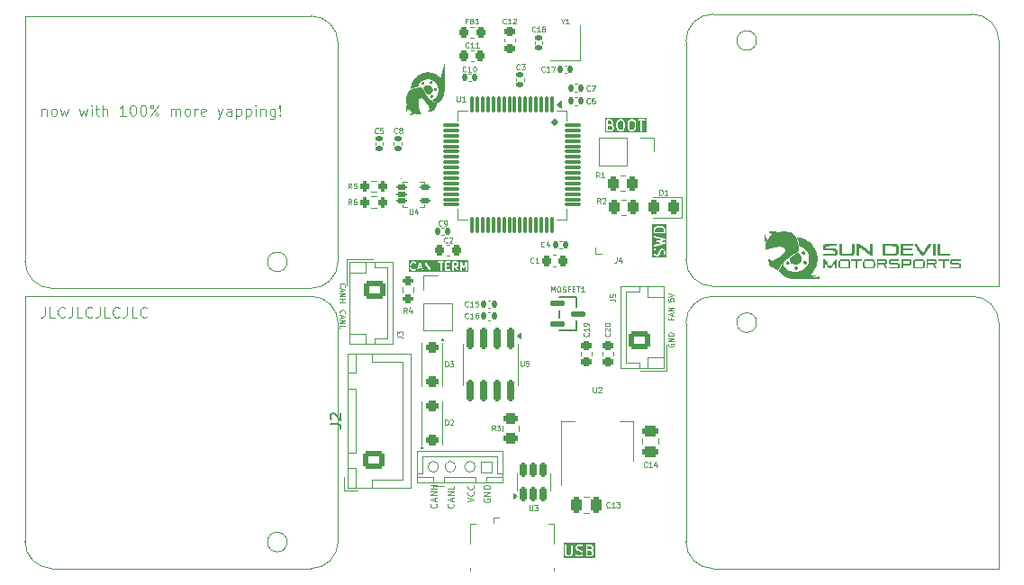
<source format=gto>
G04 #@! TF.GenerationSoftware,KiCad,Pcbnew,8.0.2*
G04 #@! TF.CreationDate,2024-12-10T02:28:44-07:00*
G04 #@! TF.ProjectId,Telemetry_STM32_V3,54656c65-6d65-4747-9279-5f53544d3332,rev?*
G04 #@! TF.SameCoordinates,Original*
G04 #@! TF.FileFunction,Legend,Top*
G04 #@! TF.FilePolarity,Positive*
%FSLAX46Y46*%
G04 Gerber Fmt 4.6, Leading zero omitted, Abs format (unit mm)*
G04 Created by KiCad (PCBNEW 8.0.2) date 2024-12-10 02:28:44*
%MOMM*%
%LPD*%
G01*
G04 APERTURE LIST*
G04 Aperture macros list*
%AMRoundRect*
0 Rectangle with rounded corners*
0 $1 Rounding radius*
0 $2 $3 $4 $5 $6 $7 $8 $9 X,Y pos of 4 corners*
0 Add a 4 corners polygon primitive as box body*
4,1,4,$2,$3,$4,$5,$6,$7,$8,$9,$2,$3,0*
0 Add four circle primitives for the rounded corners*
1,1,$1+$1,$2,$3*
1,1,$1+$1,$4,$5*
1,1,$1+$1,$6,$7*
1,1,$1+$1,$8,$9*
0 Add four rect primitives between the rounded corners*
20,1,$1+$1,$2,$3,$4,$5,0*
20,1,$1+$1,$4,$5,$6,$7,0*
20,1,$1+$1,$6,$7,$8,$9,0*
20,1,$1+$1,$8,$9,$2,$3,0*%
G04 Aperture macros list end*
%ADD10C,0.100000*%
%ADD11C,0.350000*%
%ADD12C,0.150000*%
%ADD13C,0.080000*%
%ADD14C,0.125000*%
%ADD15C,0.120000*%
%ADD16C,0.152400*%
%ADD17C,0.000000*%
%ADD18RoundRect,0.250000X0.262500X0.450000X-0.262500X0.450000X-0.262500X-0.450000X0.262500X-0.450000X0*%
%ADD19RoundRect,0.250000X-0.250000X-0.475000X0.250000X-0.475000X0.250000X0.475000X-0.250000X0.475000X0*%
%ADD20RoundRect,0.250000X0.750000X-0.600000X0.750000X0.600000X-0.750000X0.600000X-0.750000X-0.600000X0*%
%ADD21O,2.000000X1.700000*%
%ADD22RoundRect,0.112500X-0.362500X-0.112500X0.362500X-0.112500X0.362500X0.112500X-0.362500X0.112500X0*%
%ADD23RoundRect,0.140000X0.140000X0.170000X-0.140000X0.170000X-0.140000X-0.170000X0.140000X-0.170000X0*%
%ADD24C,1.810000*%
%ADD25R,1.500000X2.000000*%
%ADD26R,3.800000X2.000000*%
%ADD27C,3.200000*%
%ADD28RoundRect,0.250000X-0.450000X0.262500X-0.450000X-0.262500X0.450000X-0.262500X0.450000X0.262500X0*%
%ADD29R,1.700000X1.700000*%
%ADD30O,1.700000X1.700000*%
%ADD31RoundRect,0.075000X-0.075000X0.700000X-0.075000X-0.700000X0.075000X-0.700000X0.075000X0.700000X0*%
%ADD32RoundRect,0.075000X-0.700000X0.075000X-0.700000X-0.075000X0.700000X-0.075000X0.700000X0.075000X0*%
%ADD33RoundRect,0.245000X0.380000X-0.245000X0.380000X0.245000X-0.380000X0.245000X-0.380000X-0.245000X0*%
%ADD34RoundRect,0.200000X-0.275000X0.200000X-0.275000X-0.200000X0.275000X-0.200000X0.275000X0.200000X0*%
%ADD35RoundRect,0.150000X0.150000X-0.512500X0.150000X0.512500X-0.150000X0.512500X-0.150000X-0.512500X0*%
%ADD36RoundRect,0.140000X-0.170000X0.140000X-0.170000X-0.140000X0.170000X-0.140000X0.170000X0.140000X0*%
%ADD37RoundRect,0.140000X-0.140000X-0.170000X0.140000X-0.170000X0.140000X0.170000X-0.140000X0.170000X0*%
%ADD38RoundRect,0.139700X-0.571500X0.139700X-0.571500X-0.139700X0.571500X-0.139700X0.571500X0.139700X0*%
%ADD39R,0.400000X1.350000*%
%ADD40O,1.200000X1.900000*%
%ADD41R,1.200000X1.900000*%
%ADD42C,1.450000*%
%ADD43R,1.500000X1.900000*%
%ADD44RoundRect,0.245000X-0.380000X0.245000X-0.380000X-0.245000X0.380000X-0.245000X0.380000X0.245000X0*%
%ADD45RoundRect,0.200000X0.200000X0.275000X-0.200000X0.275000X-0.200000X-0.275000X0.200000X-0.275000X0*%
%ADD46R,1.000000X1.150000*%
%ADD47RoundRect,0.250000X-0.750000X0.600000X-0.750000X-0.600000X0.750000X-0.600000X0.750000X0.600000X0*%
%ADD48C,0.990600*%
%ADD49C,0.787400*%
%ADD50RoundRect,0.150000X-0.150000X0.825000X-0.150000X-0.825000X0.150000X-0.825000X0.150000X0.825000X0*%
%ADD51RoundRect,0.243750X0.243750X0.456250X-0.243750X0.456250X-0.243750X-0.456250X0.243750X-0.456250X0*%
%ADD52RoundRect,0.225000X0.250000X-0.225000X0.250000X0.225000X-0.250000X0.225000X-0.250000X-0.225000X0*%
%ADD53RoundRect,0.218750X-0.218750X-0.256250X0.218750X-0.256250X0.218750X0.256250X-0.218750X0.256250X0*%
%ADD54RoundRect,0.225000X0.225000X0.250000X-0.225000X0.250000X-0.225000X-0.250000X0.225000X-0.250000X0*%
%ADD55RoundRect,0.225000X-0.250000X0.225000X-0.250000X-0.225000X0.250000X-0.225000X0.250000X0.225000X0*%
%ADD56RoundRect,0.250000X0.725000X-0.600000X0.725000X0.600000X-0.725000X0.600000X-0.725000X-0.600000X0*%
%ADD57O,1.950000X1.700000*%
%ADD58RoundRect,0.250000X0.475000X-0.250000X0.475000X0.250000X-0.475000X0.250000X-0.475000X-0.250000X0*%
G04 APERTURE END LIST*
D10*
X146600000Y-129900000D02*
X146600000Y-129400000D01*
X147100000Y-127900000D02*
X148100000Y-127900000D01*
X148100000Y-128900000D01*
X147100000Y-128900000D01*
X147100000Y-127900000D01*
X149100000Y-129400000D02*
X147600000Y-129400000D01*
D11*
X154175000Y-96000000D02*
G75*
G02*
X153825000Y-96000000I-175000J0D01*
G01*
X153825000Y-96000000D02*
G75*
G02*
X154175000Y-96000000I175000J0D01*
G01*
D10*
X146600000Y-129400000D02*
X143600000Y-129400000D01*
X143600000Y-129900000D02*
X143600000Y-129400000D01*
X141100000Y-129400000D02*
X142600000Y-129400000D01*
X149100000Y-129900000D02*
X141100000Y-129900000D01*
X148100000Y-127400000D02*
X148600000Y-127400000D01*
X147600000Y-129400000D02*
X147600000Y-129900000D01*
X143100000Y-128400000D02*
G75*
G02*
X142100000Y-128400000I-500000J0D01*
G01*
X142100000Y-128400000D02*
G75*
G02*
X143100000Y-128400000I500000J0D01*
G01*
X142600000Y-130250000D02*
X143600000Y-130250000D01*
X141100000Y-126900000D02*
X149100000Y-126900000D01*
X141100000Y-129000000D02*
X141600000Y-129000000D01*
X141100000Y-129900000D02*
X141100000Y-126900000D01*
X141600000Y-129000000D02*
X141600000Y-127400000D01*
X144700000Y-128400000D02*
G75*
G02*
X143700000Y-128400000I-500000J0D01*
G01*
X143700000Y-128400000D02*
G75*
G02*
X144700000Y-128400000I500000J0D01*
G01*
X141600000Y-127400000D02*
X148100000Y-127400000D01*
X142600000Y-129400000D02*
X142600000Y-129900000D01*
X148600000Y-127400000D02*
X148600000Y-129000000D01*
X148600000Y-129000000D02*
X149100000Y-129000000D01*
X146550000Y-128400000D02*
G75*
G02*
X145550000Y-128400000I-500000J0D01*
G01*
X145550000Y-128400000D02*
G75*
G02*
X146550000Y-128400000I500000J0D01*
G01*
X149100000Y-126900000D02*
X149100000Y-129900000D01*
D12*
G36*
X157471231Y-136357566D02*
G01*
X157497892Y-136383305D01*
X157533350Y-136452162D01*
X157534335Y-136559794D01*
X157501155Y-136628175D01*
X157470909Y-136659504D01*
X157402222Y-136694875D01*
X157111674Y-136695933D01*
X157111141Y-136320701D01*
X157354225Y-136319694D01*
X157471231Y-136357566D01*
G37*
G36*
X157418946Y-135876871D02*
G01*
X157450273Y-135907115D01*
X157485795Y-135976096D01*
X157486584Y-136036257D01*
X157453536Y-136104366D01*
X157423291Y-136135694D01*
X157354588Y-136171073D01*
X157110930Y-136172082D01*
X157110464Y-135844513D01*
X157350214Y-135843520D01*
X157418946Y-135876871D01*
G37*
G36*
X157794318Y-136955930D02*
G01*
X154850668Y-136955930D01*
X154850668Y-135769819D01*
X154961779Y-135769819D01*
X154963173Y-136567543D01*
X154962368Y-136569961D01*
X154963198Y-136581648D01*
X154963220Y-136593974D01*
X154964251Y-136596463D01*
X154964442Y-136599151D01*
X154969697Y-136612883D01*
X155018387Y-136707435D01*
X155022037Y-136716247D01*
X155024420Y-136719151D01*
X155025148Y-136720564D01*
X155026646Y-136721863D01*
X155031364Y-136727612D01*
X155080399Y-136774953D01*
X155086033Y-136781450D01*
X155089178Y-136783429D01*
X155090349Y-136784560D01*
X155092176Y-136785317D01*
X155098476Y-136789282D01*
X155184365Y-136830957D01*
X155185587Y-136832179D01*
X155194446Y-136835848D01*
X155207445Y-136842156D01*
X155210134Y-136842347D01*
X155212623Y-136843378D01*
X155227255Y-136844819D01*
X155406342Y-136843560D01*
X155408350Y-136844230D01*
X155419022Y-136843471D01*
X155432363Y-136843378D01*
X155434852Y-136842346D01*
X155437540Y-136842156D01*
X155451272Y-136836901D01*
X155545826Y-136788209D01*
X155554637Y-136784560D01*
X155557539Y-136782177D01*
X155558953Y-136781450D01*
X155560253Y-136779950D01*
X155566003Y-136775232D01*
X155613344Y-136726195D01*
X155619838Y-136720564D01*
X155621817Y-136717418D01*
X155622949Y-136716247D01*
X155623706Y-136714417D01*
X155627670Y-136708121D01*
X155669345Y-136622231D01*
X155670567Y-136621010D01*
X155674236Y-136612150D01*
X155680544Y-136599152D01*
X155680735Y-136596462D01*
X155681766Y-136593974D01*
X155683207Y-136579342D01*
X155682125Y-135960295D01*
X155961779Y-135960295D01*
X155962884Y-136044601D01*
X155962368Y-136046152D01*
X155963026Y-136055421D01*
X155963220Y-136070165D01*
X155964251Y-136072654D01*
X155964442Y-136075342D01*
X155969697Y-136089074D01*
X156018389Y-136183630D01*
X156022038Y-136192439D01*
X156024420Y-136195341D01*
X156025148Y-136196755D01*
X156026646Y-136198054D01*
X156031365Y-136203804D01*
X156080400Y-136251145D01*
X156086033Y-136257640D01*
X156089178Y-136259619D01*
X156090349Y-136260750D01*
X156092176Y-136261507D01*
X156098476Y-136265472D01*
X156189708Y-136309740D01*
X156195219Y-136313823D01*
X156206234Y-136317758D01*
X156207445Y-136318346D01*
X156207985Y-136318384D01*
X156209065Y-136318770D01*
X156386548Y-136361854D01*
X156466565Y-136400680D01*
X156497892Y-136430924D01*
X156533414Y-136499905D01*
X156534203Y-136560066D01*
X156501155Y-136628175D01*
X156470909Y-136659504D01*
X156402159Y-136694907D01*
X156195378Y-136696086D01*
X156046159Y-136647789D01*
X156016969Y-136649864D01*
X155990796Y-136662950D01*
X155971622Y-136685057D01*
X155962368Y-136712820D01*
X155964443Y-136742010D01*
X155977529Y-136768183D01*
X155999636Y-136787357D01*
X156013062Y-136793351D01*
X156155643Y-136839500D01*
X156165004Y-136843378D01*
X156168767Y-136843748D01*
X156170255Y-136844230D01*
X156172229Y-136844089D01*
X156179636Y-136844819D01*
X156406240Y-136843526D01*
X156408350Y-136844230D01*
X156419292Y-136843452D01*
X156432363Y-136843378D01*
X156434852Y-136842346D01*
X156437540Y-136842156D01*
X156451272Y-136836901D01*
X156545826Y-136788209D01*
X156554637Y-136784560D01*
X156557539Y-136782177D01*
X156558953Y-136781450D01*
X156560253Y-136779950D01*
X156566003Y-136775232D01*
X156613344Y-136726195D01*
X156619838Y-136720564D01*
X156621817Y-136717418D01*
X156622949Y-136716247D01*
X156623706Y-136714417D01*
X156627670Y-136708121D01*
X156669345Y-136622231D01*
X156670567Y-136621010D01*
X156674236Y-136612150D01*
X156680544Y-136599152D01*
X156680735Y-136596462D01*
X156681766Y-136593974D01*
X156683207Y-136579342D01*
X156682101Y-136495034D01*
X156682618Y-136493484D01*
X156681959Y-136484213D01*
X156681766Y-136469472D01*
X156680735Y-136466983D01*
X156680544Y-136464294D01*
X156675289Y-136450563D01*
X156626597Y-136356008D01*
X156622948Y-136347198D01*
X156620565Y-136344295D01*
X156619838Y-136342882D01*
X156618339Y-136341582D01*
X156613621Y-136335833D01*
X156564585Y-136288491D01*
X156558953Y-136281997D01*
X156555807Y-136280017D01*
X156554637Y-136278887D01*
X156552809Y-136278129D01*
X156546510Y-136274165D01*
X156455278Y-136229898D01*
X156449767Y-136225814D01*
X156438747Y-136221876D01*
X156437540Y-136221291D01*
X156437000Y-136221252D01*
X156435921Y-136220867D01*
X156258437Y-136177782D01*
X156178421Y-136138957D01*
X156147093Y-136108712D01*
X156111571Y-136039731D01*
X156110782Y-135979570D01*
X156143831Y-135911460D01*
X156174075Y-135880133D01*
X156242826Y-135844730D01*
X156449607Y-135843551D01*
X156598826Y-135891849D01*
X156628016Y-135889774D01*
X156654190Y-135876688D01*
X156673364Y-135854580D01*
X156682618Y-135826818D01*
X156680543Y-135797628D01*
X156667456Y-135771455D01*
X156665570Y-135769819D01*
X156961779Y-135769819D01*
X156963220Y-136784451D01*
X156974419Y-136811487D01*
X156995111Y-136832179D01*
X157022147Y-136843378D01*
X157036779Y-136844819D01*
X157406081Y-136843473D01*
X157408350Y-136844230D01*
X157419691Y-136843424D01*
X157432363Y-136843378D01*
X157434852Y-136842346D01*
X157437540Y-136842156D01*
X157451272Y-136836901D01*
X157545826Y-136788209D01*
X157554637Y-136784560D01*
X157557539Y-136782177D01*
X157558953Y-136781450D01*
X157560253Y-136779950D01*
X157566003Y-136775232D01*
X157613344Y-136726195D01*
X157619838Y-136720564D01*
X157621817Y-136717418D01*
X157622949Y-136716247D01*
X157623706Y-136714417D01*
X157627670Y-136708121D01*
X157669345Y-136622231D01*
X157670567Y-136621010D01*
X157674236Y-136612150D01*
X157680544Y-136599152D01*
X157680735Y-136596462D01*
X157681766Y-136593974D01*
X157683207Y-136579342D01*
X157682002Y-136447711D01*
X157682618Y-136445865D01*
X157681892Y-136435650D01*
X157681766Y-136421853D01*
X157680735Y-136419364D01*
X157680544Y-136416675D01*
X157675289Y-136402944D01*
X157626597Y-136308389D01*
X157622948Y-136299579D01*
X157620565Y-136296676D01*
X157619838Y-136295263D01*
X157618339Y-136293963D01*
X157613621Y-136288214D01*
X157572794Y-136248798D01*
X157572218Y-136247645D01*
X157566138Y-136242371D01*
X157554637Y-136231268D01*
X157552146Y-136230236D01*
X157550111Y-136228471D01*
X157543424Y-136225485D01*
X157565724Y-136202387D01*
X157572219Y-136196755D01*
X157574198Y-136193609D01*
X157575329Y-136192439D01*
X157576086Y-136190611D01*
X157580051Y-136184312D01*
X157621726Y-136098422D01*
X157622948Y-136097201D01*
X157626617Y-136088341D01*
X157632925Y-136075343D01*
X157633116Y-136072653D01*
X157634147Y-136070165D01*
X157635588Y-136055533D01*
X157634482Y-135971225D01*
X157634999Y-135969675D01*
X157634340Y-135960404D01*
X157634147Y-135945663D01*
X157633116Y-135943174D01*
X157632925Y-135940485D01*
X157627670Y-135926754D01*
X157578978Y-135832199D01*
X157575329Y-135823389D01*
X157572946Y-135820486D01*
X157572219Y-135819073D01*
X157570720Y-135817773D01*
X157566002Y-135812024D01*
X157516966Y-135764682D01*
X157511334Y-135758188D01*
X157508188Y-135756208D01*
X157507018Y-135755078D01*
X157505190Y-135754320D01*
X157498891Y-135750356D01*
X157413002Y-135708681D01*
X157411780Y-135707459D01*
X157402914Y-135703786D01*
X157389921Y-135697482D01*
X157387233Y-135697291D01*
X157384744Y-135696260D01*
X157370112Y-135694819D01*
X157022147Y-135696260D01*
X156995111Y-135707459D01*
X156974419Y-135728151D01*
X156963220Y-135755187D01*
X156961779Y-135769819D01*
X156665570Y-135769819D01*
X156645349Y-135752281D01*
X156631924Y-135746287D01*
X156489345Y-135700138D01*
X156479982Y-135696260D01*
X156476216Y-135695889D01*
X156474730Y-135695408D01*
X156472755Y-135695548D01*
X156465350Y-135694819D01*
X156238744Y-135696111D01*
X156236635Y-135695408D01*
X156225692Y-135696185D01*
X156212623Y-135696260D01*
X156210134Y-135697290D01*
X156207445Y-135697482D01*
X156193714Y-135702737D01*
X156099159Y-135751428D01*
X156090349Y-135755078D01*
X156087446Y-135757460D01*
X156086033Y-135758188D01*
X156084733Y-135759686D01*
X156078984Y-135764405D01*
X156031642Y-135813440D01*
X156025148Y-135819073D01*
X156023168Y-135822218D01*
X156022038Y-135823389D01*
X156021280Y-135825216D01*
X156017316Y-135831516D01*
X155975641Y-135917404D01*
X155974419Y-135918627D01*
X155970746Y-135927492D01*
X155964442Y-135940486D01*
X155964251Y-135943173D01*
X155963220Y-135945663D01*
X155961779Y-135960295D01*
X155682125Y-135960295D01*
X155681766Y-135755187D01*
X155670567Y-135728151D01*
X155649875Y-135707459D01*
X155622839Y-135696260D01*
X155593575Y-135696260D01*
X155566539Y-135707459D01*
X155545847Y-135728151D01*
X155534648Y-135755187D01*
X155533207Y-135769819D01*
X155534587Y-136559274D01*
X155501155Y-136628175D01*
X155470909Y-136659504D01*
X155402119Y-136694928D01*
X155246950Y-136696018D01*
X155178421Y-136662767D01*
X155147094Y-136632521D01*
X155111751Y-136563890D01*
X155110338Y-135755187D01*
X155099139Y-135728151D01*
X155078447Y-135707459D01*
X155051411Y-135696260D01*
X155022147Y-135696260D01*
X154995111Y-135707459D01*
X154974419Y-135728151D01*
X154963220Y-135755187D01*
X154961779Y-135769819D01*
X154850668Y-135769819D01*
X154850668Y-135583708D01*
X157794318Y-135583708D01*
X157794318Y-136955930D01*
G37*
D13*
X133862969Y-113957392D02*
X133839160Y-113933583D01*
X133839160Y-113933583D02*
X133815350Y-113862154D01*
X133815350Y-113862154D02*
X133815350Y-113814535D01*
X133815350Y-113814535D02*
X133839160Y-113743107D01*
X133839160Y-113743107D02*
X133886779Y-113695488D01*
X133886779Y-113695488D02*
X133934398Y-113671678D01*
X133934398Y-113671678D02*
X134029636Y-113647869D01*
X134029636Y-113647869D02*
X134101064Y-113647869D01*
X134101064Y-113647869D02*
X134196302Y-113671678D01*
X134196302Y-113671678D02*
X134243921Y-113695488D01*
X134243921Y-113695488D02*
X134291540Y-113743107D01*
X134291540Y-113743107D02*
X134315350Y-113814535D01*
X134315350Y-113814535D02*
X134315350Y-113862154D01*
X134315350Y-113862154D02*
X134291540Y-113933583D01*
X134291540Y-113933583D02*
X134267731Y-113957392D01*
X133958207Y-114147869D02*
X133958207Y-114385964D01*
X133815350Y-114100250D02*
X134315350Y-114266916D01*
X134315350Y-114266916D02*
X133815350Y-114433583D01*
X133815350Y-114600249D02*
X134315350Y-114600249D01*
X134315350Y-114600249D02*
X133815350Y-114885963D01*
X133815350Y-114885963D02*
X134315350Y-114885963D01*
X133815350Y-115362154D02*
X133815350Y-115124059D01*
X133815350Y-115124059D02*
X134315350Y-115124059D01*
D10*
X153684836Y-111933609D02*
X153684836Y-111433609D01*
X153684836Y-111433609D02*
X153851503Y-111790752D01*
X153851503Y-111790752D02*
X154018169Y-111433609D01*
X154018169Y-111433609D02*
X154018169Y-111933609D01*
X154351503Y-111433609D02*
X154446741Y-111433609D01*
X154446741Y-111433609D02*
X154494360Y-111457419D01*
X154494360Y-111457419D02*
X154541979Y-111505038D01*
X154541979Y-111505038D02*
X154565789Y-111600276D01*
X154565789Y-111600276D02*
X154565789Y-111766942D01*
X154565789Y-111766942D02*
X154541979Y-111862180D01*
X154541979Y-111862180D02*
X154494360Y-111909800D01*
X154494360Y-111909800D02*
X154446741Y-111933609D01*
X154446741Y-111933609D02*
X154351503Y-111933609D01*
X154351503Y-111933609D02*
X154303884Y-111909800D01*
X154303884Y-111909800D02*
X154256265Y-111862180D01*
X154256265Y-111862180D02*
X154232456Y-111766942D01*
X154232456Y-111766942D02*
X154232456Y-111600276D01*
X154232456Y-111600276D02*
X154256265Y-111505038D01*
X154256265Y-111505038D02*
X154303884Y-111457419D01*
X154303884Y-111457419D02*
X154351503Y-111433609D01*
X154756266Y-111909800D02*
X154827694Y-111933609D01*
X154827694Y-111933609D02*
X154946742Y-111933609D01*
X154946742Y-111933609D02*
X154994361Y-111909800D01*
X154994361Y-111909800D02*
X155018170Y-111885990D01*
X155018170Y-111885990D02*
X155041980Y-111838371D01*
X155041980Y-111838371D02*
X155041980Y-111790752D01*
X155041980Y-111790752D02*
X155018170Y-111743133D01*
X155018170Y-111743133D02*
X154994361Y-111719323D01*
X154994361Y-111719323D02*
X154946742Y-111695514D01*
X154946742Y-111695514D02*
X154851504Y-111671704D01*
X154851504Y-111671704D02*
X154803885Y-111647895D01*
X154803885Y-111647895D02*
X154780075Y-111624085D01*
X154780075Y-111624085D02*
X154756266Y-111576466D01*
X154756266Y-111576466D02*
X154756266Y-111528847D01*
X154756266Y-111528847D02*
X154780075Y-111481228D01*
X154780075Y-111481228D02*
X154803885Y-111457419D01*
X154803885Y-111457419D02*
X154851504Y-111433609D01*
X154851504Y-111433609D02*
X154970551Y-111433609D01*
X154970551Y-111433609D02*
X155041980Y-111457419D01*
X155422932Y-111671704D02*
X155256265Y-111671704D01*
X155256265Y-111933609D02*
X155256265Y-111433609D01*
X155256265Y-111433609D02*
X155494360Y-111433609D01*
X155684836Y-111671704D02*
X155851503Y-111671704D01*
X155922931Y-111933609D02*
X155684836Y-111933609D01*
X155684836Y-111933609D02*
X155684836Y-111433609D01*
X155684836Y-111433609D02*
X155922931Y-111433609D01*
X156065789Y-111433609D02*
X156351503Y-111433609D01*
X156208646Y-111933609D02*
X156208646Y-111433609D01*
X156780074Y-111933609D02*
X156494360Y-111933609D01*
X156637217Y-111933609D02*
X156637217Y-111433609D01*
X156637217Y-111433609D02*
X156589598Y-111505038D01*
X156589598Y-111505038D02*
X156541979Y-111552657D01*
X156541979Y-111552657D02*
X156494360Y-111576466D01*
D13*
X144465268Y-131861654D02*
X144493840Y-131890226D01*
X144493840Y-131890226D02*
X144522411Y-131975940D01*
X144522411Y-131975940D02*
X144522411Y-132033083D01*
X144522411Y-132033083D02*
X144493840Y-132118797D01*
X144493840Y-132118797D02*
X144436697Y-132175940D01*
X144436697Y-132175940D02*
X144379554Y-132204511D01*
X144379554Y-132204511D02*
X144265268Y-132233083D01*
X144265268Y-132233083D02*
X144179554Y-132233083D01*
X144179554Y-132233083D02*
X144065268Y-132204511D01*
X144065268Y-132204511D02*
X144008125Y-132175940D01*
X144008125Y-132175940D02*
X143950982Y-132118797D01*
X143950982Y-132118797D02*
X143922411Y-132033083D01*
X143922411Y-132033083D02*
X143922411Y-131975940D01*
X143922411Y-131975940D02*
X143950982Y-131890226D01*
X143950982Y-131890226D02*
X143979554Y-131861654D01*
X144350982Y-131633083D02*
X144350982Y-131347369D01*
X144522411Y-131690226D02*
X143922411Y-131490226D01*
X143922411Y-131490226D02*
X144522411Y-131290226D01*
X144522411Y-131090225D02*
X143922411Y-131090225D01*
X143922411Y-131090225D02*
X144522411Y-130747368D01*
X144522411Y-130747368D02*
X143922411Y-130747368D01*
X144522411Y-130175940D02*
X144522411Y-130461654D01*
X144522411Y-130461654D02*
X143922411Y-130461654D01*
X133862969Y-111457392D02*
X133839160Y-111433583D01*
X133839160Y-111433583D02*
X133815350Y-111362154D01*
X133815350Y-111362154D02*
X133815350Y-111314535D01*
X133815350Y-111314535D02*
X133839160Y-111243107D01*
X133839160Y-111243107D02*
X133886779Y-111195488D01*
X133886779Y-111195488D02*
X133934398Y-111171678D01*
X133934398Y-111171678D02*
X134029636Y-111147869D01*
X134029636Y-111147869D02*
X134101064Y-111147869D01*
X134101064Y-111147869D02*
X134196302Y-111171678D01*
X134196302Y-111171678D02*
X134243921Y-111195488D01*
X134243921Y-111195488D02*
X134291540Y-111243107D01*
X134291540Y-111243107D02*
X134315350Y-111314535D01*
X134315350Y-111314535D02*
X134315350Y-111362154D01*
X134315350Y-111362154D02*
X134291540Y-111433583D01*
X134291540Y-111433583D02*
X134267731Y-111457392D01*
X133958207Y-111647869D02*
X133958207Y-111885964D01*
X133815350Y-111600250D02*
X134315350Y-111766916D01*
X134315350Y-111766916D02*
X133815350Y-111933583D01*
X133815350Y-112100249D02*
X134315350Y-112100249D01*
X134315350Y-112100249D02*
X133815350Y-112385963D01*
X133815350Y-112385963D02*
X134315350Y-112385963D01*
X133815350Y-112624059D02*
X134315350Y-112624059D01*
X134077255Y-112624059D02*
X134077255Y-112909773D01*
X133815350Y-112909773D02*
X134315350Y-112909773D01*
X164708459Y-116816416D02*
X164684649Y-116864035D01*
X164684649Y-116864035D02*
X164684649Y-116935464D01*
X164684649Y-116935464D02*
X164708459Y-117006892D01*
X164708459Y-117006892D02*
X164756078Y-117054511D01*
X164756078Y-117054511D02*
X164803697Y-117078321D01*
X164803697Y-117078321D02*
X164898935Y-117102130D01*
X164898935Y-117102130D02*
X164970363Y-117102130D01*
X164970363Y-117102130D02*
X165065601Y-117078321D01*
X165065601Y-117078321D02*
X165113220Y-117054511D01*
X165113220Y-117054511D02*
X165160840Y-117006892D01*
X165160840Y-117006892D02*
X165184649Y-116935464D01*
X165184649Y-116935464D02*
X165184649Y-116887845D01*
X165184649Y-116887845D02*
X165160840Y-116816416D01*
X165160840Y-116816416D02*
X165137030Y-116792607D01*
X165137030Y-116792607D02*
X164970363Y-116792607D01*
X164970363Y-116792607D02*
X164970363Y-116887845D01*
X165184649Y-116578321D02*
X164684649Y-116578321D01*
X164684649Y-116578321D02*
X165184649Y-116292607D01*
X165184649Y-116292607D02*
X164684649Y-116292607D01*
X165184649Y-116054511D02*
X164684649Y-116054511D01*
X164684649Y-116054511D02*
X164684649Y-115935463D01*
X164684649Y-115935463D02*
X164708459Y-115864035D01*
X164708459Y-115864035D02*
X164756078Y-115816416D01*
X164756078Y-115816416D02*
X164803697Y-115792606D01*
X164803697Y-115792606D02*
X164898935Y-115768797D01*
X164898935Y-115768797D02*
X164970363Y-115768797D01*
X164970363Y-115768797D02*
X165065601Y-115792606D01*
X165065601Y-115792606D02*
X165113220Y-115816416D01*
X165113220Y-115816416D02*
X165160840Y-115864035D01*
X165160840Y-115864035D02*
X165184649Y-115935463D01*
X165184649Y-115935463D02*
X165184649Y-116054511D01*
D12*
G36*
X164100540Y-105912399D02*
G01*
X164180350Y-105951125D01*
X164256076Y-106025402D01*
X164294867Y-106138479D01*
X164295749Y-106293087D01*
X163444398Y-106294296D01*
X163443551Y-106145629D01*
X163481290Y-106029033D01*
X163554080Y-105954824D01*
X163629215Y-105916133D01*
X163802645Y-105871515D01*
X163927417Y-105870373D01*
X164100540Y-105912399D01*
G37*
G36*
X164555930Y-108696950D02*
G01*
X163183708Y-108696950D01*
X163183708Y-108082268D01*
X163294819Y-108082268D01*
X163296111Y-108308872D01*
X163295408Y-108310982D01*
X163296185Y-108321924D01*
X163296260Y-108334995D01*
X163297291Y-108337484D01*
X163297482Y-108340172D01*
X163302737Y-108353904D01*
X163351429Y-108448460D01*
X163355078Y-108457269D01*
X163357460Y-108460171D01*
X163358188Y-108461585D01*
X163359686Y-108462884D01*
X163364405Y-108468634D01*
X163413440Y-108515975D01*
X163419073Y-108522470D01*
X163422218Y-108524449D01*
X163423389Y-108525580D01*
X163425216Y-108526337D01*
X163431516Y-108530302D01*
X163517405Y-108571977D01*
X163518627Y-108573199D01*
X163527486Y-108576868D01*
X163540485Y-108583176D01*
X163543174Y-108583367D01*
X163545663Y-108584398D01*
X163560295Y-108585839D01*
X163644601Y-108584733D01*
X163646152Y-108585250D01*
X163655421Y-108584591D01*
X163670165Y-108584398D01*
X163672654Y-108583366D01*
X163675342Y-108583176D01*
X163689074Y-108577921D01*
X163783630Y-108529228D01*
X163792439Y-108525580D01*
X163795341Y-108523197D01*
X163796755Y-108522470D01*
X163798054Y-108520971D01*
X163803804Y-108516253D01*
X163851145Y-108467217D01*
X163857640Y-108461585D01*
X163859619Y-108458439D01*
X163860750Y-108457269D01*
X163861507Y-108455441D01*
X163865472Y-108449142D01*
X163909740Y-108357909D01*
X163913823Y-108352399D01*
X163917758Y-108341383D01*
X163918346Y-108340173D01*
X163918384Y-108339632D01*
X163918770Y-108338553D01*
X163961854Y-108161069D01*
X164000680Y-108081052D01*
X164030924Y-108049725D01*
X164099905Y-108014203D01*
X164160066Y-108013414D01*
X164228176Y-108046463D01*
X164259504Y-108076708D01*
X164294907Y-108145458D01*
X164296086Y-108352239D01*
X164247789Y-108501459D01*
X164249864Y-108530649D01*
X164262950Y-108556822D01*
X164285057Y-108575996D01*
X164312820Y-108585250D01*
X164342010Y-108583175D01*
X164368183Y-108570089D01*
X164387357Y-108547982D01*
X164393351Y-108534556D01*
X164439500Y-108391974D01*
X164443378Y-108382614D01*
X164443748Y-108378850D01*
X164444230Y-108377363D01*
X164444089Y-108375388D01*
X164444819Y-108367982D01*
X164443526Y-108141376D01*
X164444230Y-108139267D01*
X164443452Y-108128324D01*
X164443378Y-108115255D01*
X164442347Y-108112766D01*
X164442156Y-108110077D01*
X164436901Y-108096346D01*
X164388209Y-108001791D01*
X164384560Y-107992981D01*
X164382177Y-107990078D01*
X164381450Y-107988665D01*
X164379950Y-107987364D01*
X164375232Y-107981615D01*
X164326195Y-107934273D01*
X164320564Y-107927780D01*
X164317418Y-107925800D01*
X164316247Y-107924669D01*
X164314417Y-107923911D01*
X164308121Y-107919948D01*
X164222232Y-107878273D01*
X164221010Y-107877051D01*
X164212144Y-107873378D01*
X164199151Y-107867074D01*
X164196463Y-107866883D01*
X164193974Y-107865852D01*
X164179342Y-107864411D01*
X164095034Y-107865516D01*
X164093484Y-107865000D01*
X164084213Y-107865658D01*
X164069472Y-107865852D01*
X164066983Y-107866882D01*
X164064294Y-107867074D01*
X164050563Y-107872329D01*
X163956008Y-107921020D01*
X163947198Y-107924670D01*
X163944295Y-107927052D01*
X163942882Y-107927780D01*
X163941582Y-107929278D01*
X163935833Y-107933997D01*
X163888491Y-107983032D01*
X163881997Y-107988665D01*
X163880017Y-107991810D01*
X163878887Y-107992981D01*
X163878129Y-107994808D01*
X163874165Y-108001108D01*
X163829898Y-108092339D01*
X163825814Y-108097851D01*
X163821876Y-108108870D01*
X163821291Y-108110078D01*
X163821252Y-108110617D01*
X163820867Y-108111697D01*
X163777782Y-108289180D01*
X163738957Y-108369196D01*
X163708712Y-108400524D01*
X163639731Y-108436046D01*
X163579570Y-108436835D01*
X163511461Y-108403787D01*
X163480133Y-108373542D01*
X163444730Y-108304791D01*
X163443551Y-108098010D01*
X163491849Y-107948792D01*
X163489774Y-107919602D01*
X163476688Y-107893428D01*
X163454580Y-107874254D01*
X163426818Y-107865000D01*
X163397628Y-107867075D01*
X163371455Y-107880162D01*
X163352281Y-107902269D01*
X163346287Y-107915694D01*
X163300138Y-108058272D01*
X163296260Y-108067636D01*
X163295889Y-108071401D01*
X163295408Y-108072888D01*
X163295548Y-108074862D01*
X163294819Y-108082268D01*
X163183708Y-108082268D01*
X163183708Y-106746131D01*
X163294871Y-106746131D01*
X163299504Y-106775026D01*
X163314840Y-106799948D01*
X163338547Y-106817105D01*
X163352447Y-106821895D01*
X164066520Y-106990870D01*
X163640871Y-107105248D01*
X163631340Y-107106515D01*
X163627165Y-107108931D01*
X163622442Y-107110201D01*
X163614582Y-107116216D01*
X163606015Y-107121177D01*
X163603061Y-107125034D01*
X163599204Y-107127988D01*
X163594243Y-107136555D01*
X163588228Y-107144415D01*
X163586976Y-107149107D01*
X163584542Y-107153313D01*
X163583237Y-107163128D01*
X163580688Y-107172691D01*
X163581327Y-107177506D01*
X163580688Y-107182321D01*
X163583237Y-107191883D01*
X163584542Y-107201699D01*
X163586976Y-107205904D01*
X163588228Y-107210597D01*
X163594243Y-107218456D01*
X163599204Y-107227024D01*
X163603061Y-107229977D01*
X163606015Y-107233835D01*
X163614582Y-107238795D01*
X163622442Y-107244811D01*
X163629629Y-107247506D01*
X163631340Y-107248497D01*
X163632780Y-107248688D01*
X163636208Y-107249974D01*
X164065875Y-107363671D01*
X163338547Y-107537907D01*
X163314840Y-107555064D01*
X163299504Y-107579986D01*
X163294871Y-107608881D01*
X163301649Y-107637349D01*
X163318806Y-107661056D01*
X163343728Y-107676392D01*
X163372623Y-107681025D01*
X163387191Y-107679037D01*
X164383465Y-107440374D01*
X164394013Y-107438973D01*
X164397328Y-107437053D01*
X164401091Y-107436152D01*
X164409914Y-107429766D01*
X164419337Y-107424311D01*
X164421677Y-107421253D01*
X164424798Y-107418995D01*
X164430503Y-107409723D01*
X164437125Y-107401073D01*
X164438118Y-107397349D01*
X164440134Y-107394073D01*
X164441856Y-107383329D01*
X164444665Y-107372798D01*
X164444157Y-107368979D01*
X164444767Y-107365178D01*
X164442244Y-107354582D01*
X164440810Y-107343789D01*
X164438881Y-107340457D01*
X164437989Y-107336710D01*
X164431602Y-107327885D01*
X164426148Y-107318464D01*
X164423090Y-107316123D01*
X164420832Y-107313003D01*
X164411559Y-107307297D01*
X164402911Y-107300677D01*
X164397509Y-107298651D01*
X164395910Y-107297667D01*
X164394119Y-107297379D01*
X164389144Y-107295514D01*
X163943870Y-107177686D01*
X164385495Y-107059014D01*
X164395910Y-107057345D01*
X164399166Y-107055341D01*
X164402911Y-107054335D01*
X164411559Y-107047714D01*
X164420832Y-107042009D01*
X164423090Y-107038888D01*
X164426148Y-107036548D01*
X164431602Y-107027126D01*
X164437989Y-107018302D01*
X164438881Y-107014554D01*
X164440810Y-107011223D01*
X164442244Y-107000429D01*
X164444767Y-106989834D01*
X164444157Y-106986032D01*
X164444665Y-106982214D01*
X164441856Y-106971682D01*
X164440134Y-106960939D01*
X164438118Y-106957662D01*
X164437125Y-106953939D01*
X164430503Y-106945288D01*
X164424798Y-106936017D01*
X164421677Y-106933758D01*
X164419337Y-106930701D01*
X164409914Y-106925245D01*
X164401091Y-106918860D01*
X164395642Y-106916982D01*
X164394013Y-106916039D01*
X164392209Y-106915799D01*
X164387191Y-106914070D01*
X163372623Y-106673987D01*
X163343728Y-106678620D01*
X163318806Y-106693956D01*
X163301649Y-106717663D01*
X163294871Y-106746131D01*
X163183708Y-106746131D01*
X163183708Y-106129887D01*
X163294819Y-106129887D01*
X163296260Y-106382614D01*
X163307459Y-106409650D01*
X163328151Y-106430342D01*
X163355187Y-106441541D01*
X163369819Y-106442982D01*
X164384451Y-106441541D01*
X164411487Y-106430342D01*
X164432179Y-106409650D01*
X164443378Y-106382614D01*
X164444819Y-106367982D01*
X164443468Y-106131211D01*
X164444230Y-106120506D01*
X164443386Y-106116797D01*
X164443378Y-106115255D01*
X164442619Y-106113424D01*
X164440970Y-106106169D01*
X164395759Y-105974378D01*
X164395759Y-105972398D01*
X164391802Y-105962845D01*
X164387357Y-105949887D01*
X164385592Y-105947852D01*
X164384561Y-105945362D01*
X164375233Y-105933997D01*
X164279468Y-105840064D01*
X164272945Y-105832542D01*
X164269748Y-105830529D01*
X164268628Y-105829431D01*
X164266798Y-105828673D01*
X164260502Y-105824710D01*
X164169270Y-105780443D01*
X164163759Y-105776359D01*
X164152739Y-105772421D01*
X164151532Y-105771836D01*
X164150992Y-105771797D01*
X164149913Y-105771412D01*
X163963547Y-105726171D01*
X163955879Y-105722995D01*
X163946764Y-105722097D01*
X163944893Y-105721643D01*
X163943800Y-105721805D01*
X163941247Y-105721554D01*
X163802667Y-105722821D01*
X163794744Y-105721643D01*
X163785719Y-105722977D01*
X163783758Y-105722995D01*
X163782736Y-105723417D01*
X163780200Y-105723793D01*
X163595501Y-105771310D01*
X163588104Y-105771836D01*
X163577121Y-105776039D01*
X163575878Y-105776359D01*
X163575442Y-105776681D01*
X163574373Y-105777091D01*
X163479823Y-105825779D01*
X163471008Y-105829431D01*
X163468102Y-105831815D01*
X163466692Y-105832542D01*
X163465393Y-105834038D01*
X163459643Y-105838759D01*
X163373158Y-105926929D01*
X163371455Y-105927781D01*
X163364826Y-105935423D01*
X163355078Y-105945362D01*
X163354046Y-105947852D01*
X163352281Y-105949888D01*
X163346287Y-105963313D01*
X163300138Y-106105891D01*
X163296260Y-106115255D01*
X163295889Y-106119020D01*
X163295408Y-106120507D01*
X163295548Y-106122481D01*
X163294819Y-106129887D01*
X163183708Y-106129887D01*
X163183708Y-105610443D01*
X164555930Y-105610443D01*
X164555930Y-108696950D01*
G37*
D13*
X147350982Y-131390226D02*
X147322411Y-131447369D01*
X147322411Y-131447369D02*
X147322411Y-131533083D01*
X147322411Y-131533083D02*
X147350982Y-131618797D01*
X147350982Y-131618797D02*
X147408125Y-131675940D01*
X147408125Y-131675940D02*
X147465268Y-131704511D01*
X147465268Y-131704511D02*
X147579554Y-131733083D01*
X147579554Y-131733083D02*
X147665268Y-131733083D01*
X147665268Y-131733083D02*
X147779554Y-131704511D01*
X147779554Y-131704511D02*
X147836697Y-131675940D01*
X147836697Y-131675940D02*
X147893840Y-131618797D01*
X147893840Y-131618797D02*
X147922411Y-131533083D01*
X147922411Y-131533083D02*
X147922411Y-131475940D01*
X147922411Y-131475940D02*
X147893840Y-131390226D01*
X147893840Y-131390226D02*
X147865268Y-131361654D01*
X147865268Y-131361654D02*
X147665268Y-131361654D01*
X147665268Y-131361654D02*
X147665268Y-131475940D01*
X147922411Y-131104511D02*
X147322411Y-131104511D01*
X147322411Y-131104511D02*
X147922411Y-130761654D01*
X147922411Y-130761654D02*
X147322411Y-130761654D01*
X147922411Y-130475940D02*
X147322411Y-130475940D01*
X147322411Y-130475940D02*
X147322411Y-130333083D01*
X147322411Y-130333083D02*
X147350982Y-130247369D01*
X147350982Y-130247369D02*
X147408125Y-130190226D01*
X147408125Y-130190226D02*
X147465268Y-130161655D01*
X147465268Y-130161655D02*
X147579554Y-130133083D01*
X147579554Y-130133083D02*
X147665268Y-130133083D01*
X147665268Y-130133083D02*
X147779554Y-130161655D01*
X147779554Y-130161655D02*
X147836697Y-130190226D01*
X147836697Y-130190226D02*
X147893840Y-130247369D01*
X147893840Y-130247369D02*
X147922411Y-130333083D01*
X147922411Y-130333083D02*
X147922411Y-130475940D01*
X142865268Y-131861654D02*
X142893840Y-131890226D01*
X142893840Y-131890226D02*
X142922411Y-131975940D01*
X142922411Y-131975940D02*
X142922411Y-132033083D01*
X142922411Y-132033083D02*
X142893840Y-132118797D01*
X142893840Y-132118797D02*
X142836697Y-132175940D01*
X142836697Y-132175940D02*
X142779554Y-132204511D01*
X142779554Y-132204511D02*
X142665268Y-132233083D01*
X142665268Y-132233083D02*
X142579554Y-132233083D01*
X142579554Y-132233083D02*
X142465268Y-132204511D01*
X142465268Y-132204511D02*
X142408125Y-132175940D01*
X142408125Y-132175940D02*
X142350982Y-132118797D01*
X142350982Y-132118797D02*
X142322411Y-132033083D01*
X142322411Y-132033083D02*
X142322411Y-131975940D01*
X142322411Y-131975940D02*
X142350982Y-131890226D01*
X142350982Y-131890226D02*
X142379554Y-131861654D01*
X142750982Y-131633083D02*
X142750982Y-131347369D01*
X142922411Y-131690226D02*
X142322411Y-131490226D01*
X142322411Y-131490226D02*
X142922411Y-131290226D01*
X142922411Y-131090225D02*
X142322411Y-131090225D01*
X142322411Y-131090225D02*
X142922411Y-130747368D01*
X142922411Y-130747368D02*
X142322411Y-130747368D01*
X142922411Y-130461654D02*
X142322411Y-130461654D01*
X142608125Y-130461654D02*
X142608125Y-130118797D01*
X142922411Y-130118797D02*
X142322411Y-130118797D01*
D10*
X105803884Y-94705752D02*
X105803884Y-95372419D01*
X105803884Y-94800990D02*
X105851503Y-94753371D01*
X105851503Y-94753371D02*
X105946741Y-94705752D01*
X105946741Y-94705752D02*
X106089598Y-94705752D01*
X106089598Y-94705752D02*
X106184836Y-94753371D01*
X106184836Y-94753371D02*
X106232455Y-94848609D01*
X106232455Y-94848609D02*
X106232455Y-95372419D01*
X106851503Y-95372419D02*
X106756265Y-95324800D01*
X106756265Y-95324800D02*
X106708646Y-95277180D01*
X106708646Y-95277180D02*
X106661027Y-95181942D01*
X106661027Y-95181942D02*
X106661027Y-94896228D01*
X106661027Y-94896228D02*
X106708646Y-94800990D01*
X106708646Y-94800990D02*
X106756265Y-94753371D01*
X106756265Y-94753371D02*
X106851503Y-94705752D01*
X106851503Y-94705752D02*
X106994360Y-94705752D01*
X106994360Y-94705752D02*
X107089598Y-94753371D01*
X107089598Y-94753371D02*
X107137217Y-94800990D01*
X107137217Y-94800990D02*
X107184836Y-94896228D01*
X107184836Y-94896228D02*
X107184836Y-95181942D01*
X107184836Y-95181942D02*
X107137217Y-95277180D01*
X107137217Y-95277180D02*
X107089598Y-95324800D01*
X107089598Y-95324800D02*
X106994360Y-95372419D01*
X106994360Y-95372419D02*
X106851503Y-95372419D01*
X107518170Y-94705752D02*
X107708646Y-95372419D01*
X107708646Y-95372419D02*
X107899122Y-94896228D01*
X107899122Y-94896228D02*
X108089598Y-95372419D01*
X108089598Y-95372419D02*
X108280074Y-94705752D01*
X109327694Y-94705752D02*
X109518170Y-95372419D01*
X109518170Y-95372419D02*
X109708646Y-94896228D01*
X109708646Y-94896228D02*
X109899122Y-95372419D01*
X109899122Y-95372419D02*
X110089598Y-94705752D01*
X110470551Y-95372419D02*
X110470551Y-94705752D01*
X110470551Y-94372419D02*
X110422932Y-94420038D01*
X110422932Y-94420038D02*
X110470551Y-94467657D01*
X110470551Y-94467657D02*
X110518170Y-94420038D01*
X110518170Y-94420038D02*
X110470551Y-94372419D01*
X110470551Y-94372419D02*
X110470551Y-94467657D01*
X110803884Y-94705752D02*
X111184836Y-94705752D01*
X110946741Y-94372419D02*
X110946741Y-95229561D01*
X110946741Y-95229561D02*
X110994360Y-95324800D01*
X110994360Y-95324800D02*
X111089598Y-95372419D01*
X111089598Y-95372419D02*
X111184836Y-95372419D01*
X111518170Y-95372419D02*
X111518170Y-94372419D01*
X111946741Y-95372419D02*
X111946741Y-94848609D01*
X111946741Y-94848609D02*
X111899122Y-94753371D01*
X111899122Y-94753371D02*
X111803884Y-94705752D01*
X111803884Y-94705752D02*
X111661027Y-94705752D01*
X111661027Y-94705752D02*
X111565789Y-94753371D01*
X111565789Y-94753371D02*
X111518170Y-94800990D01*
X113708646Y-95372419D02*
X113137218Y-95372419D01*
X113422932Y-95372419D02*
X113422932Y-94372419D01*
X113422932Y-94372419D02*
X113327694Y-94515276D01*
X113327694Y-94515276D02*
X113232456Y-94610514D01*
X113232456Y-94610514D02*
X113137218Y-94658133D01*
X114327694Y-94372419D02*
X114422932Y-94372419D01*
X114422932Y-94372419D02*
X114518170Y-94420038D01*
X114518170Y-94420038D02*
X114565789Y-94467657D01*
X114565789Y-94467657D02*
X114613408Y-94562895D01*
X114613408Y-94562895D02*
X114661027Y-94753371D01*
X114661027Y-94753371D02*
X114661027Y-94991466D01*
X114661027Y-94991466D02*
X114613408Y-95181942D01*
X114613408Y-95181942D02*
X114565789Y-95277180D01*
X114565789Y-95277180D02*
X114518170Y-95324800D01*
X114518170Y-95324800D02*
X114422932Y-95372419D01*
X114422932Y-95372419D02*
X114327694Y-95372419D01*
X114327694Y-95372419D02*
X114232456Y-95324800D01*
X114232456Y-95324800D02*
X114184837Y-95277180D01*
X114184837Y-95277180D02*
X114137218Y-95181942D01*
X114137218Y-95181942D02*
X114089599Y-94991466D01*
X114089599Y-94991466D02*
X114089599Y-94753371D01*
X114089599Y-94753371D02*
X114137218Y-94562895D01*
X114137218Y-94562895D02*
X114184837Y-94467657D01*
X114184837Y-94467657D02*
X114232456Y-94420038D01*
X114232456Y-94420038D02*
X114327694Y-94372419D01*
X115280075Y-94372419D02*
X115375313Y-94372419D01*
X115375313Y-94372419D02*
X115470551Y-94420038D01*
X115470551Y-94420038D02*
X115518170Y-94467657D01*
X115518170Y-94467657D02*
X115565789Y-94562895D01*
X115565789Y-94562895D02*
X115613408Y-94753371D01*
X115613408Y-94753371D02*
X115613408Y-94991466D01*
X115613408Y-94991466D02*
X115565789Y-95181942D01*
X115565789Y-95181942D02*
X115518170Y-95277180D01*
X115518170Y-95277180D02*
X115470551Y-95324800D01*
X115470551Y-95324800D02*
X115375313Y-95372419D01*
X115375313Y-95372419D02*
X115280075Y-95372419D01*
X115280075Y-95372419D02*
X115184837Y-95324800D01*
X115184837Y-95324800D02*
X115137218Y-95277180D01*
X115137218Y-95277180D02*
X115089599Y-95181942D01*
X115089599Y-95181942D02*
X115041980Y-94991466D01*
X115041980Y-94991466D02*
X115041980Y-94753371D01*
X115041980Y-94753371D02*
X115089599Y-94562895D01*
X115089599Y-94562895D02*
X115137218Y-94467657D01*
X115137218Y-94467657D02*
X115184837Y-94420038D01*
X115184837Y-94420038D02*
X115280075Y-94372419D01*
X115994361Y-95372419D02*
X116756265Y-94372419D01*
X116137218Y-94372419D02*
X116232456Y-94420038D01*
X116232456Y-94420038D02*
X116280075Y-94515276D01*
X116280075Y-94515276D02*
X116232456Y-94610514D01*
X116232456Y-94610514D02*
X116137218Y-94658133D01*
X116137218Y-94658133D02*
X116041980Y-94610514D01*
X116041980Y-94610514D02*
X115994361Y-94515276D01*
X115994361Y-94515276D02*
X116041980Y-94420038D01*
X116041980Y-94420038D02*
X116137218Y-94372419D01*
X116708646Y-95324800D02*
X116756265Y-95229561D01*
X116756265Y-95229561D02*
X116708646Y-95134323D01*
X116708646Y-95134323D02*
X116613408Y-95086704D01*
X116613408Y-95086704D02*
X116518170Y-95134323D01*
X116518170Y-95134323D02*
X116470551Y-95229561D01*
X116470551Y-95229561D02*
X116518170Y-95324800D01*
X116518170Y-95324800D02*
X116613408Y-95372419D01*
X116613408Y-95372419D02*
X116708646Y-95324800D01*
X117946742Y-95372419D02*
X117946742Y-94705752D01*
X117946742Y-94800990D02*
X117994361Y-94753371D01*
X117994361Y-94753371D02*
X118089599Y-94705752D01*
X118089599Y-94705752D02*
X118232456Y-94705752D01*
X118232456Y-94705752D02*
X118327694Y-94753371D01*
X118327694Y-94753371D02*
X118375313Y-94848609D01*
X118375313Y-94848609D02*
X118375313Y-95372419D01*
X118375313Y-94848609D02*
X118422932Y-94753371D01*
X118422932Y-94753371D02*
X118518170Y-94705752D01*
X118518170Y-94705752D02*
X118661027Y-94705752D01*
X118661027Y-94705752D02*
X118756266Y-94753371D01*
X118756266Y-94753371D02*
X118803885Y-94848609D01*
X118803885Y-94848609D02*
X118803885Y-95372419D01*
X119422932Y-95372419D02*
X119327694Y-95324800D01*
X119327694Y-95324800D02*
X119280075Y-95277180D01*
X119280075Y-95277180D02*
X119232456Y-95181942D01*
X119232456Y-95181942D02*
X119232456Y-94896228D01*
X119232456Y-94896228D02*
X119280075Y-94800990D01*
X119280075Y-94800990D02*
X119327694Y-94753371D01*
X119327694Y-94753371D02*
X119422932Y-94705752D01*
X119422932Y-94705752D02*
X119565789Y-94705752D01*
X119565789Y-94705752D02*
X119661027Y-94753371D01*
X119661027Y-94753371D02*
X119708646Y-94800990D01*
X119708646Y-94800990D02*
X119756265Y-94896228D01*
X119756265Y-94896228D02*
X119756265Y-95181942D01*
X119756265Y-95181942D02*
X119708646Y-95277180D01*
X119708646Y-95277180D02*
X119661027Y-95324800D01*
X119661027Y-95324800D02*
X119565789Y-95372419D01*
X119565789Y-95372419D02*
X119422932Y-95372419D01*
X120184837Y-95372419D02*
X120184837Y-94705752D01*
X120184837Y-94896228D02*
X120232456Y-94800990D01*
X120232456Y-94800990D02*
X120280075Y-94753371D01*
X120280075Y-94753371D02*
X120375313Y-94705752D01*
X120375313Y-94705752D02*
X120470551Y-94705752D01*
X121184837Y-95324800D02*
X121089599Y-95372419D01*
X121089599Y-95372419D02*
X120899123Y-95372419D01*
X120899123Y-95372419D02*
X120803885Y-95324800D01*
X120803885Y-95324800D02*
X120756266Y-95229561D01*
X120756266Y-95229561D02*
X120756266Y-94848609D01*
X120756266Y-94848609D02*
X120803885Y-94753371D01*
X120803885Y-94753371D02*
X120899123Y-94705752D01*
X120899123Y-94705752D02*
X121089599Y-94705752D01*
X121089599Y-94705752D02*
X121184837Y-94753371D01*
X121184837Y-94753371D02*
X121232456Y-94848609D01*
X121232456Y-94848609D02*
X121232456Y-94943847D01*
X121232456Y-94943847D02*
X120756266Y-95039085D01*
X122327695Y-94705752D02*
X122565790Y-95372419D01*
X122803885Y-94705752D02*
X122565790Y-95372419D01*
X122565790Y-95372419D02*
X122470552Y-95610514D01*
X122470552Y-95610514D02*
X122422933Y-95658133D01*
X122422933Y-95658133D02*
X122327695Y-95705752D01*
X123613409Y-95372419D02*
X123613409Y-94848609D01*
X123613409Y-94848609D02*
X123565790Y-94753371D01*
X123565790Y-94753371D02*
X123470552Y-94705752D01*
X123470552Y-94705752D02*
X123280076Y-94705752D01*
X123280076Y-94705752D02*
X123184838Y-94753371D01*
X123613409Y-95324800D02*
X123518171Y-95372419D01*
X123518171Y-95372419D02*
X123280076Y-95372419D01*
X123280076Y-95372419D02*
X123184838Y-95324800D01*
X123184838Y-95324800D02*
X123137219Y-95229561D01*
X123137219Y-95229561D02*
X123137219Y-95134323D01*
X123137219Y-95134323D02*
X123184838Y-95039085D01*
X123184838Y-95039085D02*
X123280076Y-94991466D01*
X123280076Y-94991466D02*
X123518171Y-94991466D01*
X123518171Y-94991466D02*
X123613409Y-94943847D01*
X124089600Y-94705752D02*
X124089600Y-95705752D01*
X124089600Y-94753371D02*
X124184838Y-94705752D01*
X124184838Y-94705752D02*
X124375314Y-94705752D01*
X124375314Y-94705752D02*
X124470552Y-94753371D01*
X124470552Y-94753371D02*
X124518171Y-94800990D01*
X124518171Y-94800990D02*
X124565790Y-94896228D01*
X124565790Y-94896228D02*
X124565790Y-95181942D01*
X124565790Y-95181942D02*
X124518171Y-95277180D01*
X124518171Y-95277180D02*
X124470552Y-95324800D01*
X124470552Y-95324800D02*
X124375314Y-95372419D01*
X124375314Y-95372419D02*
X124184838Y-95372419D01*
X124184838Y-95372419D02*
X124089600Y-95324800D01*
X124994362Y-94705752D02*
X124994362Y-95705752D01*
X124994362Y-94753371D02*
X125089600Y-94705752D01*
X125089600Y-94705752D02*
X125280076Y-94705752D01*
X125280076Y-94705752D02*
X125375314Y-94753371D01*
X125375314Y-94753371D02*
X125422933Y-94800990D01*
X125422933Y-94800990D02*
X125470552Y-94896228D01*
X125470552Y-94896228D02*
X125470552Y-95181942D01*
X125470552Y-95181942D02*
X125422933Y-95277180D01*
X125422933Y-95277180D02*
X125375314Y-95324800D01*
X125375314Y-95324800D02*
X125280076Y-95372419D01*
X125280076Y-95372419D02*
X125089600Y-95372419D01*
X125089600Y-95372419D02*
X124994362Y-95324800D01*
X125899124Y-95372419D02*
X125899124Y-94705752D01*
X125899124Y-94372419D02*
X125851505Y-94420038D01*
X125851505Y-94420038D02*
X125899124Y-94467657D01*
X125899124Y-94467657D02*
X125946743Y-94420038D01*
X125946743Y-94420038D02*
X125899124Y-94372419D01*
X125899124Y-94372419D02*
X125899124Y-94467657D01*
X126375314Y-94705752D02*
X126375314Y-95372419D01*
X126375314Y-94800990D02*
X126422933Y-94753371D01*
X126422933Y-94753371D02*
X126518171Y-94705752D01*
X126518171Y-94705752D02*
X126661028Y-94705752D01*
X126661028Y-94705752D02*
X126756266Y-94753371D01*
X126756266Y-94753371D02*
X126803885Y-94848609D01*
X126803885Y-94848609D02*
X126803885Y-95372419D01*
X127708647Y-94705752D02*
X127708647Y-95515276D01*
X127708647Y-95515276D02*
X127661028Y-95610514D01*
X127661028Y-95610514D02*
X127613409Y-95658133D01*
X127613409Y-95658133D02*
X127518171Y-95705752D01*
X127518171Y-95705752D02*
X127375314Y-95705752D01*
X127375314Y-95705752D02*
X127280076Y-95658133D01*
X127708647Y-95324800D02*
X127613409Y-95372419D01*
X127613409Y-95372419D02*
X127422933Y-95372419D01*
X127422933Y-95372419D02*
X127327695Y-95324800D01*
X127327695Y-95324800D02*
X127280076Y-95277180D01*
X127280076Y-95277180D02*
X127232457Y-95181942D01*
X127232457Y-95181942D02*
X127232457Y-94896228D01*
X127232457Y-94896228D02*
X127280076Y-94800990D01*
X127280076Y-94800990D02*
X127327695Y-94753371D01*
X127327695Y-94753371D02*
X127422933Y-94705752D01*
X127422933Y-94705752D02*
X127613409Y-94705752D01*
X127613409Y-94705752D02*
X127708647Y-94753371D01*
X128184838Y-95277180D02*
X128232457Y-95324800D01*
X128232457Y-95324800D02*
X128184838Y-95372419D01*
X128184838Y-95372419D02*
X128137219Y-95324800D01*
X128137219Y-95324800D02*
X128184838Y-95277180D01*
X128184838Y-95277180D02*
X128184838Y-95372419D01*
X128184838Y-94991466D02*
X128137219Y-94420038D01*
X128137219Y-94420038D02*
X128184838Y-94372419D01*
X128184838Y-94372419D02*
X128232457Y-94420038D01*
X128232457Y-94420038D02*
X128184838Y-94991466D01*
X128184838Y-94991466D02*
X128184838Y-94372419D01*
D13*
X145822411Y-131690226D02*
X146422411Y-131490226D01*
X146422411Y-131490226D02*
X145822411Y-131290226D01*
X146365268Y-130747368D02*
X146393840Y-130775940D01*
X146393840Y-130775940D02*
X146422411Y-130861654D01*
X146422411Y-130861654D02*
X146422411Y-130918797D01*
X146422411Y-130918797D02*
X146393840Y-131004511D01*
X146393840Y-131004511D02*
X146336697Y-131061654D01*
X146336697Y-131061654D02*
X146279554Y-131090225D01*
X146279554Y-131090225D02*
X146165268Y-131118797D01*
X146165268Y-131118797D02*
X146079554Y-131118797D01*
X146079554Y-131118797D02*
X145965268Y-131090225D01*
X145965268Y-131090225D02*
X145908125Y-131061654D01*
X145908125Y-131061654D02*
X145850982Y-131004511D01*
X145850982Y-131004511D02*
X145822411Y-130918797D01*
X145822411Y-130918797D02*
X145822411Y-130861654D01*
X145822411Y-130861654D02*
X145850982Y-130775940D01*
X145850982Y-130775940D02*
X145879554Y-130747368D01*
X146365268Y-130147368D02*
X146393840Y-130175940D01*
X146393840Y-130175940D02*
X146422411Y-130261654D01*
X146422411Y-130261654D02*
X146422411Y-130318797D01*
X146422411Y-130318797D02*
X146393840Y-130404511D01*
X146393840Y-130404511D02*
X146336697Y-130461654D01*
X146336697Y-130461654D02*
X146279554Y-130490225D01*
X146279554Y-130490225D02*
X146165268Y-130518797D01*
X146165268Y-130518797D02*
X146079554Y-130518797D01*
X146079554Y-130518797D02*
X145965268Y-130490225D01*
X145965268Y-130490225D02*
X145908125Y-130461654D01*
X145908125Y-130461654D02*
X145850982Y-130404511D01*
X145850982Y-130404511D02*
X145822411Y-130318797D01*
X145822411Y-130318797D02*
X145822411Y-130261654D01*
X145822411Y-130261654D02*
X145850982Y-130175940D01*
X145850982Y-130175940D02*
X145879554Y-130147368D01*
D10*
X106089598Y-113372419D02*
X106089598Y-114086704D01*
X106089598Y-114086704D02*
X106041979Y-114229561D01*
X106041979Y-114229561D02*
X105946741Y-114324800D01*
X105946741Y-114324800D02*
X105803884Y-114372419D01*
X105803884Y-114372419D02*
X105708646Y-114372419D01*
X107041979Y-114372419D02*
X106565789Y-114372419D01*
X106565789Y-114372419D02*
X106565789Y-113372419D01*
X107946741Y-114277180D02*
X107899122Y-114324800D01*
X107899122Y-114324800D02*
X107756265Y-114372419D01*
X107756265Y-114372419D02*
X107661027Y-114372419D01*
X107661027Y-114372419D02*
X107518170Y-114324800D01*
X107518170Y-114324800D02*
X107422932Y-114229561D01*
X107422932Y-114229561D02*
X107375313Y-114134323D01*
X107375313Y-114134323D02*
X107327694Y-113943847D01*
X107327694Y-113943847D02*
X107327694Y-113800990D01*
X107327694Y-113800990D02*
X107375313Y-113610514D01*
X107375313Y-113610514D02*
X107422932Y-113515276D01*
X107422932Y-113515276D02*
X107518170Y-113420038D01*
X107518170Y-113420038D02*
X107661027Y-113372419D01*
X107661027Y-113372419D02*
X107756265Y-113372419D01*
X107756265Y-113372419D02*
X107899122Y-113420038D01*
X107899122Y-113420038D02*
X107946741Y-113467657D01*
X108661027Y-113372419D02*
X108661027Y-114086704D01*
X108661027Y-114086704D02*
X108613408Y-114229561D01*
X108613408Y-114229561D02*
X108518170Y-114324800D01*
X108518170Y-114324800D02*
X108375313Y-114372419D01*
X108375313Y-114372419D02*
X108280075Y-114372419D01*
X109613408Y-114372419D02*
X109137218Y-114372419D01*
X109137218Y-114372419D02*
X109137218Y-113372419D01*
X110518170Y-114277180D02*
X110470551Y-114324800D01*
X110470551Y-114324800D02*
X110327694Y-114372419D01*
X110327694Y-114372419D02*
X110232456Y-114372419D01*
X110232456Y-114372419D02*
X110089599Y-114324800D01*
X110089599Y-114324800D02*
X109994361Y-114229561D01*
X109994361Y-114229561D02*
X109946742Y-114134323D01*
X109946742Y-114134323D02*
X109899123Y-113943847D01*
X109899123Y-113943847D02*
X109899123Y-113800990D01*
X109899123Y-113800990D02*
X109946742Y-113610514D01*
X109946742Y-113610514D02*
X109994361Y-113515276D01*
X109994361Y-113515276D02*
X110089599Y-113420038D01*
X110089599Y-113420038D02*
X110232456Y-113372419D01*
X110232456Y-113372419D02*
X110327694Y-113372419D01*
X110327694Y-113372419D02*
X110470551Y-113420038D01*
X110470551Y-113420038D02*
X110518170Y-113467657D01*
X111232456Y-113372419D02*
X111232456Y-114086704D01*
X111232456Y-114086704D02*
X111184837Y-114229561D01*
X111184837Y-114229561D02*
X111089599Y-114324800D01*
X111089599Y-114324800D02*
X110946742Y-114372419D01*
X110946742Y-114372419D02*
X110851504Y-114372419D01*
X112184837Y-114372419D02*
X111708647Y-114372419D01*
X111708647Y-114372419D02*
X111708647Y-113372419D01*
X113089599Y-114277180D02*
X113041980Y-114324800D01*
X113041980Y-114324800D02*
X112899123Y-114372419D01*
X112899123Y-114372419D02*
X112803885Y-114372419D01*
X112803885Y-114372419D02*
X112661028Y-114324800D01*
X112661028Y-114324800D02*
X112565790Y-114229561D01*
X112565790Y-114229561D02*
X112518171Y-114134323D01*
X112518171Y-114134323D02*
X112470552Y-113943847D01*
X112470552Y-113943847D02*
X112470552Y-113800990D01*
X112470552Y-113800990D02*
X112518171Y-113610514D01*
X112518171Y-113610514D02*
X112565790Y-113515276D01*
X112565790Y-113515276D02*
X112661028Y-113420038D01*
X112661028Y-113420038D02*
X112803885Y-113372419D01*
X112803885Y-113372419D02*
X112899123Y-113372419D01*
X112899123Y-113372419D02*
X113041980Y-113420038D01*
X113041980Y-113420038D02*
X113089599Y-113467657D01*
X113803885Y-113372419D02*
X113803885Y-114086704D01*
X113803885Y-114086704D02*
X113756266Y-114229561D01*
X113756266Y-114229561D02*
X113661028Y-114324800D01*
X113661028Y-114324800D02*
X113518171Y-114372419D01*
X113518171Y-114372419D02*
X113422933Y-114372419D01*
X114756266Y-114372419D02*
X114280076Y-114372419D01*
X114280076Y-114372419D02*
X114280076Y-113372419D01*
X115661028Y-114277180D02*
X115613409Y-114324800D01*
X115613409Y-114324800D02*
X115470552Y-114372419D01*
X115470552Y-114372419D02*
X115375314Y-114372419D01*
X115375314Y-114372419D02*
X115232457Y-114324800D01*
X115232457Y-114324800D02*
X115137219Y-114229561D01*
X115137219Y-114229561D02*
X115089600Y-114134323D01*
X115089600Y-114134323D02*
X115041981Y-113943847D01*
X115041981Y-113943847D02*
X115041981Y-113800990D01*
X115041981Y-113800990D02*
X115089600Y-113610514D01*
X115089600Y-113610514D02*
X115137219Y-113515276D01*
X115137219Y-113515276D02*
X115232457Y-113420038D01*
X115232457Y-113420038D02*
X115375314Y-113372419D01*
X115375314Y-113372419D02*
X115470552Y-113372419D01*
X115470552Y-113372419D02*
X115613409Y-113420038D01*
X115613409Y-113420038D02*
X115661028Y-113467657D01*
D12*
G36*
X144788346Y-109245840D02*
G01*
X144807677Y-109264334D01*
X144831015Y-109309284D01*
X144831866Y-109381169D01*
X144810399Y-109425790D01*
X144791903Y-109445124D01*
X144747174Y-109468346D01*
X144656980Y-109468779D01*
X144654201Y-109468289D01*
X144651876Y-109468804D01*
X144551442Y-109469285D01*
X144550982Y-109225060D01*
X144743234Y-109224137D01*
X144788346Y-109245840D01*
G37*
G36*
X141445630Y-109611527D02*
G01*
X141294649Y-109612112D01*
X141369786Y-109385347D01*
X141445630Y-109611527D01*
G37*
G36*
X145885588Y-110058747D02*
G01*
X140283208Y-110058747D01*
X140283208Y-109471842D01*
X140366541Y-109471842D01*
X140367761Y-109575022D01*
X140366630Y-109582630D01*
X140367958Y-109591616D01*
X140367982Y-109593617D01*
X140368405Y-109594638D01*
X140368780Y-109597175D01*
X140404408Y-109734484D01*
X140404918Y-109741651D01*
X140409112Y-109752611D01*
X140409441Y-109753878D01*
X140409763Y-109754313D01*
X140410173Y-109755383D01*
X140447179Y-109826660D01*
X140450609Y-109834939D01*
X140452974Y-109837821D01*
X140453719Y-109839255D01*
X140455217Y-109840554D01*
X140459936Y-109846304D01*
X140524395Y-109909177D01*
X140525148Y-109910683D01*
X140532283Y-109916871D01*
X140542730Y-109927061D01*
X140545222Y-109928093D01*
X140547256Y-109929857D01*
X140560681Y-109935851D01*
X140667990Y-109970278D01*
X140676909Y-109973973D01*
X140680655Y-109974341D01*
X140682161Y-109974825D01*
X140684135Y-109974684D01*
X140691541Y-109975414D01*
X140763649Y-109974206D01*
X140772349Y-109974825D01*
X140775976Y-109974000D01*
X140777601Y-109973973D01*
X140779432Y-109973214D01*
X140786686Y-109971565D01*
X140882967Y-109938259D01*
X140884744Y-109938259D01*
X140893748Y-109934529D01*
X140907255Y-109929857D01*
X140909290Y-109928091D01*
X140911781Y-109927060D01*
X140923146Y-109917732D01*
X140948688Y-109891034D01*
X141045701Y-109891034D01*
X141047776Y-109920224D01*
X141060862Y-109946397D01*
X141082969Y-109965571D01*
X141110732Y-109974825D01*
X141139922Y-109972750D01*
X141166095Y-109959664D01*
X141185269Y-109937557D01*
X141191263Y-109924131D01*
X141245342Y-109760919D01*
X141495399Y-109759950D01*
X141554955Y-109937556D01*
X141574129Y-109959663D01*
X141600302Y-109972750D01*
X141629492Y-109974825D01*
X141657254Y-109965571D01*
X141679362Y-109946397D01*
X141692448Y-109920223D01*
X141694523Y-109891033D01*
X141691263Y-109876697D01*
X141447723Y-109150414D01*
X141795112Y-109150414D01*
X141796553Y-109915046D01*
X141807752Y-109942082D01*
X141828444Y-109962774D01*
X141855480Y-109973973D01*
X141884744Y-109973973D01*
X141911780Y-109962774D01*
X141932472Y-109942082D01*
X141943671Y-109915046D01*
X141945112Y-109900414D01*
X141944226Y-109430355D01*
X142232600Y-109933096D01*
X142236323Y-109942082D01*
X142239681Y-109945440D01*
X142242075Y-109949613D01*
X142249961Y-109955720D01*
X142257015Y-109962774D01*
X142261431Y-109964603D01*
X142265212Y-109967531D01*
X142274835Y-109970155D01*
X142284051Y-109973973D01*
X142288832Y-109973973D01*
X142293444Y-109975231D01*
X142303341Y-109973973D01*
X142313315Y-109973973D01*
X142317730Y-109972143D01*
X142322474Y-109971541D01*
X142331138Y-109966590D01*
X142340351Y-109962774D01*
X142343729Y-109959395D01*
X142347883Y-109957022D01*
X142353991Y-109949133D01*
X142361043Y-109942082D01*
X142362873Y-109937663D01*
X142365800Y-109933884D01*
X142368424Y-109924262D01*
X142372242Y-109915046D01*
X142372978Y-109907563D01*
X142373500Y-109905653D01*
X142373312Y-109904177D01*
X142373683Y-109900414D01*
X142372242Y-109135782D01*
X143046553Y-109135782D01*
X143046553Y-109165046D01*
X143057752Y-109192082D01*
X143078444Y-109212774D01*
X143105480Y-109223973D01*
X143120112Y-109225414D01*
X143259538Y-109224960D01*
X143260839Y-109915046D01*
X143272038Y-109942082D01*
X143292730Y-109962774D01*
X143319766Y-109973973D01*
X143349030Y-109973973D01*
X143376066Y-109962774D01*
X143396758Y-109942082D01*
X143407957Y-109915046D01*
X143409398Y-109900414D01*
X143408124Y-109224477D01*
X143563316Y-109223973D01*
X143590352Y-109212774D01*
X143611044Y-109192082D01*
X143622243Y-109165046D01*
X143622243Y-109150414D01*
X143723684Y-109150414D01*
X143725125Y-109915046D01*
X143736324Y-109942082D01*
X143757016Y-109962774D01*
X143784052Y-109973973D01*
X143798684Y-109975414D01*
X144170459Y-109973973D01*
X144197495Y-109962774D01*
X144218187Y-109942082D01*
X144229386Y-109915046D01*
X144229386Y-109885782D01*
X144218187Y-109858746D01*
X144197495Y-109838054D01*
X144170459Y-109826855D01*
X144155827Y-109825414D01*
X143873544Y-109826508D01*
X143873084Y-109582151D01*
X144063316Y-109581116D01*
X144090352Y-109569917D01*
X144111044Y-109549225D01*
X144122243Y-109522189D01*
X144122243Y-109492925D01*
X144111044Y-109465889D01*
X144090352Y-109445197D01*
X144063316Y-109433998D01*
X144048684Y-109432557D01*
X143872804Y-109433514D01*
X143872411Y-109225128D01*
X144170459Y-109223973D01*
X144197495Y-109212774D01*
X144218187Y-109192082D01*
X144229386Y-109165046D01*
X144229386Y-109150414D01*
X144402255Y-109150414D01*
X144403696Y-109915046D01*
X144414895Y-109942082D01*
X144435587Y-109962774D01*
X144462623Y-109973973D01*
X144491887Y-109973973D01*
X144518923Y-109962774D01*
X144539615Y-109942082D01*
X144550814Y-109915046D01*
X144552255Y-109900414D01*
X144551722Y-109617913D01*
X144616459Y-109617603D01*
X144853955Y-109954585D01*
X144878634Y-109970311D01*
X144907452Y-109975397D01*
X144936023Y-109969067D01*
X144959997Y-109952285D01*
X144975723Y-109927607D01*
X144980809Y-109898789D01*
X144974479Y-109870218D01*
X144967269Y-109857405D01*
X144793865Y-109611364D01*
X144796510Y-109610353D01*
X144867783Y-109573348D01*
X144876067Y-109569917D01*
X144878950Y-109567550D01*
X144880382Y-109566807D01*
X144881680Y-109565309D01*
X144887432Y-109560589D01*
X144923378Y-109523014D01*
X144929362Y-109517826D01*
X144931321Y-109514712D01*
X144932473Y-109513509D01*
X144933230Y-109511679D01*
X144937194Y-109505383D01*
X144967147Y-109443120D01*
X144968186Y-109442082D01*
X144971525Y-109434020D01*
X144978163Y-109420223D01*
X144978353Y-109417535D01*
X144979385Y-109415046D01*
X144980826Y-109400414D01*
X144979688Y-109304297D01*
X144980237Y-109302652D01*
X144979555Y-109293062D01*
X144979385Y-109278639D01*
X144978353Y-109276149D01*
X144978163Y-109273462D01*
X144972908Y-109259731D01*
X144935902Y-109188454D01*
X144932472Y-109180174D01*
X144930106Y-109177291D01*
X144929362Y-109175858D01*
X144927863Y-109174558D01*
X144923145Y-109168809D01*
X144903918Y-109150414D01*
X145152255Y-109150414D01*
X145153696Y-109915046D01*
X145164895Y-109942082D01*
X145185587Y-109962774D01*
X145212623Y-109973973D01*
X145241887Y-109973973D01*
X145268923Y-109962774D01*
X145289615Y-109942082D01*
X145300814Y-109915046D01*
X145302255Y-109900414D01*
X145301471Y-109484921D01*
X145409390Y-109714745D01*
X145413125Y-109725017D01*
X145415358Y-109727455D01*
X145416785Y-109730494D01*
X145425190Y-109738192D01*
X145432889Y-109746598D01*
X145435908Y-109748006D01*
X145438366Y-109750258D01*
X145449075Y-109754152D01*
X145459407Y-109758974D01*
X145462738Y-109759120D01*
X145465867Y-109760258D01*
X145477250Y-109759757D01*
X145488643Y-109760258D01*
X145491774Y-109759119D01*
X145495103Y-109758973D01*
X145505429Y-109754154D01*
X145516144Y-109750258D01*
X145518602Y-109748006D01*
X145521621Y-109746598D01*
X145529316Y-109738194D01*
X145537725Y-109730494D01*
X145540210Y-109726298D01*
X145541385Y-109725016D01*
X145542044Y-109723203D01*
X145545219Y-109717844D01*
X145652886Y-109485687D01*
X145653696Y-109915046D01*
X145664895Y-109942082D01*
X145685587Y-109962774D01*
X145712623Y-109973973D01*
X145741887Y-109973973D01*
X145768923Y-109962774D01*
X145789615Y-109942082D01*
X145800814Y-109915046D01*
X145802255Y-109900414D01*
X145800843Y-109151350D01*
X145801385Y-109139027D01*
X145800817Y-109137465D01*
X145800814Y-109135782D01*
X145795829Y-109123747D01*
X145791385Y-109111526D01*
X145790255Y-109110292D01*
X145789615Y-109108746D01*
X145780405Y-109099536D01*
X145771621Y-109089944D01*
X145770106Y-109089237D01*
X145768923Y-109088054D01*
X145756891Y-109083070D01*
X145745103Y-109077569D01*
X145743433Y-109077495D01*
X145741887Y-109076855D01*
X145728858Y-109076855D01*
X145715867Y-109076284D01*
X145714297Y-109076855D01*
X145712623Y-109076855D01*
X145700596Y-109081836D01*
X145688366Y-109086284D01*
X145687132Y-109087413D01*
X145685587Y-109088054D01*
X145676381Y-109097259D01*
X145666785Y-109106048D01*
X145665610Y-109108030D01*
X145664895Y-109108746D01*
X145664216Y-109110382D01*
X145659291Y-109118698D01*
X145477612Y-109510436D01*
X145294278Y-109120004D01*
X145289615Y-109108746D01*
X145288440Y-109107571D01*
X145287725Y-109106048D01*
X145278128Y-109097259D01*
X145268923Y-109088054D01*
X145267377Y-109087413D01*
X145266144Y-109086284D01*
X145253913Y-109081836D01*
X145241887Y-109076855D01*
X145240213Y-109076855D01*
X145238643Y-109076284D01*
X145225642Y-109076855D01*
X145212623Y-109076855D01*
X145211078Y-109077494D01*
X145209407Y-109077568D01*
X145197608Y-109083074D01*
X145185587Y-109088054D01*
X145184404Y-109089236D01*
X145182889Y-109089944D01*
X145174100Y-109099540D01*
X145164895Y-109108746D01*
X145164254Y-109110291D01*
X145163125Y-109111525D01*
X145158677Y-109123755D01*
X145153696Y-109135782D01*
X145153469Y-109138077D01*
X145153125Y-109139026D01*
X145153202Y-109140792D01*
X145152255Y-109150414D01*
X144903918Y-109150414D01*
X144885572Y-109132862D01*
X144880382Y-109126878D01*
X144877267Y-109124917D01*
X144876066Y-109123768D01*
X144874238Y-109123010D01*
X144867939Y-109119046D01*
X144805675Y-109089092D01*
X144804637Y-109088054D01*
X144796576Y-109084715D01*
X144782778Y-109078077D01*
X144780090Y-109077886D01*
X144777601Y-109076855D01*
X144762969Y-109075414D01*
X144462623Y-109076855D01*
X144435587Y-109088054D01*
X144414895Y-109108746D01*
X144403696Y-109135782D01*
X144402255Y-109150414D01*
X144229386Y-109150414D01*
X144229386Y-109135782D01*
X144218187Y-109108746D01*
X144197495Y-109088054D01*
X144170459Y-109076855D01*
X144155827Y-109075414D01*
X143784052Y-109076855D01*
X143757016Y-109088054D01*
X143736324Y-109108746D01*
X143725125Y-109135782D01*
X143723684Y-109150414D01*
X143622243Y-109150414D01*
X143622243Y-109135782D01*
X143611044Y-109108746D01*
X143590352Y-109088054D01*
X143563316Y-109076855D01*
X143548684Y-109075414D01*
X143105480Y-109076855D01*
X143078444Y-109088054D01*
X143057752Y-109108746D01*
X143046553Y-109135782D01*
X142372242Y-109135782D01*
X142361043Y-109108746D01*
X142340351Y-109088054D01*
X142313315Y-109076855D01*
X142284051Y-109076855D01*
X142257015Y-109088054D01*
X142236323Y-109108746D01*
X142225124Y-109135782D01*
X142223683Y-109150414D01*
X142224568Y-109620472D01*
X141936192Y-109117728D01*
X141932472Y-109108746D01*
X141929114Y-109105388D01*
X141926720Y-109101214D01*
X141918830Y-109095104D01*
X141911780Y-109088054D01*
X141907363Y-109086224D01*
X141903583Y-109083297D01*
X141893959Y-109080672D01*
X141884744Y-109076855D01*
X141879963Y-109076855D01*
X141875351Y-109075597D01*
X141865454Y-109076855D01*
X141855480Y-109076855D01*
X141851064Y-109078684D01*
X141846321Y-109079287D01*
X141837656Y-109084237D01*
X141828444Y-109088054D01*
X141825065Y-109091432D01*
X141820912Y-109093806D01*
X141814802Y-109101695D01*
X141807752Y-109108746D01*
X141805922Y-109113162D01*
X141802995Y-109116943D01*
X141800370Y-109126566D01*
X141796553Y-109135782D01*
X141795816Y-109143264D01*
X141795295Y-109145175D01*
X141795482Y-109146650D01*
X141795112Y-109150414D01*
X141447723Y-109150414D01*
X141442815Y-109135776D01*
X141442448Y-109130605D01*
X141438298Y-109122304D01*
X141435269Y-109113271D01*
X141431757Y-109109222D01*
X141429362Y-109104431D01*
X141422258Y-109098269D01*
X141416095Y-109091164D01*
X141411301Y-109088767D01*
X141407254Y-109085257D01*
X141398332Y-109082283D01*
X141389922Y-109078078D01*
X141384577Y-109077698D01*
X141379492Y-109076003D01*
X141370112Y-109076669D01*
X141360732Y-109076003D01*
X141355646Y-109077698D01*
X141350302Y-109078078D01*
X141341894Y-109082282D01*
X141332969Y-109085257D01*
X141328918Y-109088770D01*
X141324129Y-109091165D01*
X141317970Y-109098265D01*
X141310862Y-109104431D01*
X141308465Y-109109224D01*
X141304955Y-109113272D01*
X141298961Y-109126697D01*
X141120291Y-109665921D01*
X141117982Y-109671496D01*
X141117982Y-109672890D01*
X141045701Y-109891034D01*
X140948688Y-109891034D01*
X140968187Y-109870652D01*
X140979385Y-109843615D01*
X140979385Y-109814352D01*
X140968186Y-109787316D01*
X140947493Y-109766624D01*
X140920456Y-109755426D01*
X140891194Y-109755426D01*
X140864157Y-109766625D01*
X140852792Y-109775953D01*
X140830795Y-109798945D01*
X140753839Y-109825566D01*
X140706222Y-109826364D01*
X140626166Y-109800680D01*
X140575810Y-109751563D01*
X140549097Y-109700112D01*
X140516487Y-109574435D01*
X140515432Y-109485331D01*
X140545613Y-109359872D01*
X140572554Y-109303872D01*
X140623035Y-109252117D01*
X140700671Y-109225261D01*
X140748287Y-109224463D01*
X140828673Y-109250253D01*
X140864158Y-109284202D01*
X140891194Y-109295401D01*
X140920457Y-109295401D01*
X140947494Y-109284202D01*
X140968186Y-109263510D01*
X140979385Y-109236473D01*
X140979385Y-109207210D01*
X140968186Y-109180174D01*
X140958859Y-109168809D01*
X140929787Y-109140995D01*
X140929362Y-109140145D01*
X140924395Y-109135837D01*
X140911780Y-109123768D01*
X140909291Y-109122737D01*
X140907255Y-109120971D01*
X140893829Y-109114977D01*
X140786519Y-109080549D01*
X140777601Y-109076855D01*
X140773854Y-109076486D01*
X140772349Y-109076003D01*
X140770374Y-109076143D01*
X140762969Y-109075414D01*
X140690863Y-109076621D01*
X140682161Y-109076003D01*
X140678533Y-109076827D01*
X140676909Y-109076855D01*
X140675076Y-109077613D01*
X140667825Y-109079263D01*
X140571544Y-109112569D01*
X140569767Y-109112569D01*
X140560757Y-109116300D01*
X140547256Y-109120971D01*
X140545222Y-109122734D01*
X140542730Y-109123767D01*
X140531365Y-109133095D01*
X140460855Y-109205383D01*
X140453719Y-109211573D01*
X140451718Y-109214751D01*
X140450609Y-109215889D01*
X140449851Y-109217716D01*
X140445887Y-109224016D01*
X140413316Y-109291718D01*
X140409441Y-109296949D01*
X140405518Y-109307928D01*
X140404918Y-109309176D01*
X140404879Y-109309715D01*
X140404494Y-109310795D01*
X140371061Y-109449776D01*
X140367982Y-109457210D01*
X140367087Y-109466296D01*
X140366630Y-109468197D01*
X140366792Y-109469288D01*
X140366541Y-109471842D01*
X140283208Y-109471842D01*
X140283208Y-108992081D01*
X145885588Y-108992081D01*
X145885588Y-110058747D01*
G37*
G36*
X159371231Y-96357566D02*
G01*
X159397892Y-96383305D01*
X159433350Y-96452162D01*
X159434335Y-96559794D01*
X159401155Y-96628175D01*
X159370909Y-96659504D01*
X159302222Y-96694875D01*
X159011674Y-96695933D01*
X159011141Y-96320701D01*
X159254225Y-96319694D01*
X159371231Y-96357566D01*
G37*
G36*
X159318946Y-95876871D02*
G01*
X159350273Y-95907115D01*
X159385795Y-95976096D01*
X159386584Y-96036257D01*
X159353536Y-96104366D01*
X159323291Y-96135694D01*
X159254588Y-96171073D01*
X159010930Y-96172082D01*
X159010464Y-95844513D01*
X159250214Y-95843520D01*
X159318946Y-95876871D01*
G37*
G36*
X160366358Y-95876770D02*
G01*
X160440150Y-95949152D01*
X160480843Y-96107323D01*
X160482146Y-96422077D01*
X160442032Y-96587325D01*
X160371565Y-96659166D01*
X160302119Y-96694928D01*
X160146950Y-96696018D01*
X160078628Y-96662867D01*
X160004835Y-96590485D01*
X159964142Y-96432313D01*
X159962839Y-96117559D01*
X160002953Y-95952311D01*
X160073421Y-95880470D01*
X160142866Y-95844709D01*
X160298035Y-95843619D01*
X160366358Y-95876770D01*
G37*
G36*
X161413977Y-95876770D02*
G01*
X161487769Y-95949152D01*
X161528462Y-96107323D01*
X161529765Y-96422077D01*
X161489651Y-96587325D01*
X161419184Y-96659166D01*
X161349738Y-96694928D01*
X161194569Y-96696018D01*
X161126247Y-96662867D01*
X161052454Y-96590485D01*
X161011761Y-96432313D01*
X161010458Y-96117559D01*
X161050572Y-95952311D01*
X161121040Y-95880470D01*
X161190485Y-95844709D01*
X161345654Y-95843619D01*
X161413977Y-95876770D01*
G37*
G36*
X162645258Y-96955930D02*
G01*
X158750668Y-96955930D01*
X158750668Y-95769819D01*
X158861779Y-95769819D01*
X158863220Y-96784451D01*
X158874419Y-96811487D01*
X158895111Y-96832179D01*
X158922147Y-96843378D01*
X158936779Y-96844819D01*
X159306081Y-96843473D01*
X159308350Y-96844230D01*
X159319691Y-96843424D01*
X159332363Y-96843378D01*
X159334852Y-96842346D01*
X159337540Y-96842156D01*
X159351272Y-96836901D01*
X159445826Y-96788209D01*
X159454637Y-96784560D01*
X159457539Y-96782177D01*
X159458953Y-96781450D01*
X159460253Y-96779950D01*
X159466003Y-96775232D01*
X159513344Y-96726195D01*
X159519838Y-96720564D01*
X159521817Y-96717418D01*
X159522949Y-96716247D01*
X159523706Y-96714417D01*
X159527670Y-96708121D01*
X159569345Y-96622231D01*
X159570567Y-96621010D01*
X159574236Y-96612150D01*
X159580544Y-96599152D01*
X159580735Y-96596462D01*
X159581766Y-96593974D01*
X159583207Y-96579342D01*
X159582002Y-96447711D01*
X159582618Y-96445865D01*
X159581892Y-96435650D01*
X159581766Y-96421853D01*
X159580735Y-96419364D01*
X159580544Y-96416675D01*
X159575289Y-96402944D01*
X159526597Y-96308389D01*
X159522948Y-96299579D01*
X159520565Y-96296676D01*
X159519838Y-96295263D01*
X159518339Y-96293963D01*
X159513621Y-96288214D01*
X159472794Y-96248798D01*
X159472218Y-96247645D01*
X159466138Y-96242371D01*
X159454637Y-96231268D01*
X159452146Y-96230236D01*
X159450111Y-96228471D01*
X159443424Y-96225485D01*
X159465724Y-96202387D01*
X159472219Y-96196755D01*
X159474198Y-96193609D01*
X159475329Y-96192439D01*
X159476086Y-96190611D01*
X159480051Y-96184312D01*
X159519431Y-96103152D01*
X159814160Y-96103152D01*
X159815520Y-96431588D01*
X159814249Y-96440131D01*
X159815593Y-96449223D01*
X159815601Y-96451117D01*
X159816023Y-96452138D01*
X159816399Y-96454675D01*
X159863220Y-96636666D01*
X159863220Y-96641592D01*
X159866564Y-96649667D01*
X159868965Y-96658997D01*
X159872284Y-96663476D01*
X159874418Y-96668628D01*
X159883746Y-96679994D01*
X159979513Y-96773932D01*
X159986033Y-96781450D01*
X159989226Y-96783460D01*
X159990349Y-96784561D01*
X159992181Y-96785319D01*
X159998476Y-96789282D01*
X160084365Y-96830957D01*
X160085587Y-96832179D01*
X160094446Y-96835848D01*
X160107445Y-96842156D01*
X160110134Y-96842347D01*
X160112623Y-96843378D01*
X160127255Y-96844819D01*
X160306342Y-96843560D01*
X160308350Y-96844230D01*
X160319022Y-96843471D01*
X160332363Y-96843378D01*
X160334852Y-96842346D01*
X160337540Y-96842156D01*
X160351272Y-96836901D01*
X160445826Y-96788209D01*
X160454637Y-96784560D01*
X160457539Y-96782177D01*
X160458953Y-96781450D01*
X160460252Y-96779951D01*
X160466002Y-96775233D01*
X160554597Y-96684909D01*
X160558599Y-96682509D01*
X160563684Y-96675645D01*
X160570568Y-96668628D01*
X160572701Y-96663476D01*
X160576021Y-96658997D01*
X160580968Y-96645151D01*
X160626208Y-96458785D01*
X160629385Y-96451117D01*
X160630282Y-96442002D01*
X160630737Y-96440131D01*
X160630574Y-96439038D01*
X160630826Y-96436485D01*
X160629465Y-96108048D01*
X160630194Y-96103152D01*
X160861779Y-96103152D01*
X160863139Y-96431588D01*
X160861868Y-96440131D01*
X160863212Y-96449223D01*
X160863220Y-96451117D01*
X160863642Y-96452138D01*
X160864018Y-96454675D01*
X160910839Y-96636666D01*
X160910839Y-96641592D01*
X160914183Y-96649667D01*
X160916584Y-96658997D01*
X160919903Y-96663476D01*
X160922037Y-96668628D01*
X160931365Y-96679994D01*
X161027132Y-96773932D01*
X161033652Y-96781450D01*
X161036845Y-96783460D01*
X161037968Y-96784561D01*
X161039800Y-96785319D01*
X161046095Y-96789282D01*
X161131984Y-96830957D01*
X161133206Y-96832179D01*
X161142065Y-96835848D01*
X161155064Y-96842156D01*
X161157753Y-96842347D01*
X161160242Y-96843378D01*
X161174874Y-96844819D01*
X161353961Y-96843560D01*
X161355969Y-96844230D01*
X161366641Y-96843471D01*
X161379982Y-96843378D01*
X161382471Y-96842346D01*
X161385159Y-96842156D01*
X161398891Y-96836901D01*
X161493445Y-96788209D01*
X161502256Y-96784560D01*
X161505158Y-96782177D01*
X161506572Y-96781450D01*
X161507871Y-96779951D01*
X161513621Y-96775233D01*
X161602216Y-96684909D01*
X161606218Y-96682509D01*
X161611303Y-96675645D01*
X161618187Y-96668628D01*
X161620320Y-96663476D01*
X161623640Y-96658997D01*
X161628587Y-96645151D01*
X161673827Y-96458785D01*
X161677004Y-96451117D01*
X161677901Y-96442002D01*
X161678356Y-96440131D01*
X161678193Y-96439038D01*
X161678445Y-96436485D01*
X161677084Y-96108048D01*
X161678356Y-96099506D01*
X161677011Y-96090413D01*
X161677004Y-96088520D01*
X161676581Y-96087498D01*
X161676206Y-96084962D01*
X161629385Y-95902970D01*
X161629385Y-95898045D01*
X161626039Y-95889968D01*
X161623640Y-95880640D01*
X161620321Y-95876161D01*
X161618187Y-95871008D01*
X161608859Y-95859643D01*
X161513096Y-95765711D01*
X161506572Y-95758188D01*
X161503375Y-95756175D01*
X161502367Y-95755187D01*
X161815601Y-95755187D01*
X161815601Y-95784451D01*
X161826800Y-95811487D01*
X161847492Y-95832179D01*
X161874528Y-95843378D01*
X161889160Y-95844819D01*
X162099979Y-95844300D01*
X162101315Y-96784451D01*
X162112514Y-96811487D01*
X162133206Y-96832179D01*
X162160242Y-96843378D01*
X162189506Y-96843378D01*
X162216542Y-96832179D01*
X162237234Y-96811487D01*
X162248433Y-96784451D01*
X162249874Y-96769819D01*
X162248559Y-95843935D01*
X162475220Y-95843378D01*
X162502256Y-95832179D01*
X162522948Y-95811487D01*
X162534147Y-95784451D01*
X162534147Y-95755187D01*
X162522948Y-95728151D01*
X162502256Y-95707459D01*
X162475220Y-95696260D01*
X162460588Y-95694819D01*
X161874528Y-95696260D01*
X161847492Y-95707459D01*
X161826800Y-95728151D01*
X161815601Y-95755187D01*
X161502367Y-95755187D01*
X161502256Y-95755078D01*
X161500428Y-95754320D01*
X161494129Y-95750356D01*
X161408240Y-95708681D01*
X161407018Y-95707459D01*
X161398152Y-95703786D01*
X161385159Y-95697482D01*
X161382471Y-95697291D01*
X161379982Y-95696260D01*
X161365350Y-95694819D01*
X161186261Y-95696077D01*
X161184254Y-95695408D01*
X161173581Y-95696166D01*
X161160242Y-95696260D01*
X161157753Y-95697290D01*
X161155064Y-95697482D01*
X161141333Y-95702737D01*
X161046783Y-95751425D01*
X161037968Y-95755077D01*
X161035062Y-95757461D01*
X161033652Y-95758188D01*
X161032353Y-95759684D01*
X161026603Y-95764405D01*
X160938007Y-95854726D01*
X160934006Y-95857128D01*
X160928919Y-95863991D01*
X160922038Y-95871008D01*
X160919904Y-95876158D01*
X160916584Y-95880640D01*
X160911637Y-95894486D01*
X160866396Y-96080851D01*
X160863220Y-96088520D01*
X160862322Y-96097634D01*
X160861868Y-96099506D01*
X160862030Y-96100598D01*
X160861779Y-96103152D01*
X160630194Y-96103152D01*
X160630737Y-96099506D01*
X160629392Y-96090413D01*
X160629385Y-96088520D01*
X160628962Y-96087498D01*
X160628587Y-96084962D01*
X160581766Y-95902970D01*
X160581766Y-95898045D01*
X160578420Y-95889968D01*
X160576021Y-95880640D01*
X160572702Y-95876161D01*
X160570568Y-95871008D01*
X160561240Y-95859643D01*
X160465477Y-95765711D01*
X160458953Y-95758188D01*
X160455756Y-95756175D01*
X160454637Y-95755078D01*
X160452809Y-95754320D01*
X160446510Y-95750356D01*
X160360621Y-95708681D01*
X160359399Y-95707459D01*
X160350533Y-95703786D01*
X160337540Y-95697482D01*
X160334852Y-95697291D01*
X160332363Y-95696260D01*
X160317731Y-95694819D01*
X160138642Y-95696077D01*
X160136635Y-95695408D01*
X160125962Y-95696166D01*
X160112623Y-95696260D01*
X160110134Y-95697290D01*
X160107445Y-95697482D01*
X160093714Y-95702737D01*
X159999164Y-95751425D01*
X159990349Y-95755077D01*
X159987443Y-95757461D01*
X159986033Y-95758188D01*
X159984734Y-95759684D01*
X159978984Y-95764405D01*
X159890388Y-95854726D01*
X159886387Y-95857128D01*
X159881300Y-95863991D01*
X159874419Y-95871008D01*
X159872285Y-95876158D01*
X159868965Y-95880640D01*
X159864018Y-95894486D01*
X159818777Y-96080851D01*
X159815601Y-96088520D01*
X159814703Y-96097634D01*
X159814249Y-96099506D01*
X159814411Y-96100598D01*
X159814160Y-96103152D01*
X159519431Y-96103152D01*
X159521726Y-96098422D01*
X159522948Y-96097201D01*
X159526617Y-96088341D01*
X159532925Y-96075343D01*
X159533116Y-96072653D01*
X159534147Y-96070165D01*
X159535588Y-96055533D01*
X159534482Y-95971225D01*
X159534999Y-95969675D01*
X159534340Y-95960404D01*
X159534147Y-95945663D01*
X159533116Y-95943174D01*
X159532925Y-95940485D01*
X159527670Y-95926754D01*
X159478978Y-95832199D01*
X159475329Y-95823389D01*
X159472946Y-95820486D01*
X159472219Y-95819073D01*
X159470720Y-95817773D01*
X159466002Y-95812024D01*
X159416966Y-95764682D01*
X159411334Y-95758188D01*
X159408188Y-95756208D01*
X159407018Y-95755078D01*
X159405190Y-95754320D01*
X159398891Y-95750356D01*
X159313002Y-95708681D01*
X159311780Y-95707459D01*
X159302914Y-95703786D01*
X159289921Y-95697482D01*
X159287233Y-95697291D01*
X159284744Y-95696260D01*
X159270112Y-95694819D01*
X158922147Y-95696260D01*
X158895111Y-95707459D01*
X158874419Y-95728151D01*
X158863220Y-95755187D01*
X158861779Y-95769819D01*
X158750668Y-95769819D01*
X158750668Y-95583708D01*
X162645258Y-95583708D01*
X162645258Y-96955930D01*
G37*
D13*
X164922744Y-114411654D02*
X164922744Y-114578321D01*
X165184649Y-114578321D02*
X164684649Y-114578321D01*
X164684649Y-114578321D02*
X164684649Y-114340226D01*
X165041792Y-114173559D02*
X165041792Y-113935464D01*
X165184649Y-114221178D02*
X164684649Y-114054512D01*
X164684649Y-114054512D02*
X165184649Y-113887845D01*
X165184649Y-113721179D02*
X164684649Y-113721179D01*
X164684649Y-113721179D02*
X165184649Y-113435465D01*
X165184649Y-113435465D02*
X164684649Y-113435465D01*
X164684649Y-112578322D02*
X164684649Y-112816417D01*
X164684649Y-112816417D02*
X164922744Y-112840226D01*
X164922744Y-112840226D02*
X164898935Y-112816417D01*
X164898935Y-112816417D02*
X164875125Y-112768798D01*
X164875125Y-112768798D02*
X164875125Y-112649750D01*
X164875125Y-112649750D02*
X164898935Y-112602131D01*
X164898935Y-112602131D02*
X164922744Y-112578322D01*
X164922744Y-112578322D02*
X164970363Y-112554512D01*
X164970363Y-112554512D02*
X165089411Y-112554512D01*
X165089411Y-112554512D02*
X165137030Y-112578322D01*
X165137030Y-112578322D02*
X165160840Y-112602131D01*
X165160840Y-112602131D02*
X165184649Y-112649750D01*
X165184649Y-112649750D02*
X165184649Y-112768798D01*
X165184649Y-112768798D02*
X165160840Y-112816417D01*
X165160840Y-112816417D02*
X165137030Y-112840226D01*
X164684649Y-112411655D02*
X165184649Y-112244989D01*
X165184649Y-112244989D02*
X164684649Y-112078322D01*
D14*
X158216666Y-101199809D02*
X158050000Y-100961714D01*
X157930952Y-101199809D02*
X157930952Y-100699809D01*
X157930952Y-100699809D02*
X158121428Y-100699809D01*
X158121428Y-100699809D02*
X158169047Y-100723619D01*
X158169047Y-100723619D02*
X158192857Y-100747428D01*
X158192857Y-100747428D02*
X158216666Y-100795047D01*
X158216666Y-100795047D02*
X158216666Y-100866476D01*
X158216666Y-100866476D02*
X158192857Y-100914095D01*
X158192857Y-100914095D02*
X158169047Y-100937904D01*
X158169047Y-100937904D02*
X158121428Y-100961714D01*
X158121428Y-100961714D02*
X157930952Y-100961714D01*
X158692857Y-101199809D02*
X158407143Y-101199809D01*
X158550000Y-101199809D02*
X158550000Y-100699809D01*
X158550000Y-100699809D02*
X158502381Y-100771238D01*
X158502381Y-100771238D02*
X158454762Y-100818857D01*
X158454762Y-100818857D02*
X158407143Y-100842666D01*
X159178571Y-132177190D02*
X159154762Y-132201000D01*
X159154762Y-132201000D02*
X159083333Y-132224809D01*
X159083333Y-132224809D02*
X159035714Y-132224809D01*
X159035714Y-132224809D02*
X158964286Y-132201000D01*
X158964286Y-132201000D02*
X158916667Y-132153380D01*
X158916667Y-132153380D02*
X158892857Y-132105761D01*
X158892857Y-132105761D02*
X158869048Y-132010523D01*
X158869048Y-132010523D02*
X158869048Y-131939095D01*
X158869048Y-131939095D02*
X158892857Y-131843857D01*
X158892857Y-131843857D02*
X158916667Y-131796238D01*
X158916667Y-131796238D02*
X158964286Y-131748619D01*
X158964286Y-131748619D02*
X159035714Y-131724809D01*
X159035714Y-131724809D02*
X159083333Y-131724809D01*
X159083333Y-131724809D02*
X159154762Y-131748619D01*
X159154762Y-131748619D02*
X159178571Y-131772428D01*
X159654762Y-132224809D02*
X159369048Y-132224809D01*
X159511905Y-132224809D02*
X159511905Y-131724809D01*
X159511905Y-131724809D02*
X159464286Y-131796238D01*
X159464286Y-131796238D02*
X159416667Y-131843857D01*
X159416667Y-131843857D02*
X159369048Y-131867666D01*
X159821428Y-131724809D02*
X160130952Y-131724809D01*
X160130952Y-131724809D02*
X159964285Y-131915285D01*
X159964285Y-131915285D02*
X160035714Y-131915285D01*
X160035714Y-131915285D02*
X160083333Y-131939095D01*
X160083333Y-131939095D02*
X160107142Y-131962904D01*
X160107142Y-131962904D02*
X160130952Y-132010523D01*
X160130952Y-132010523D02*
X160130952Y-132129571D01*
X160130952Y-132129571D02*
X160107142Y-132177190D01*
X160107142Y-132177190D02*
X160083333Y-132201000D01*
X160083333Y-132201000D02*
X160035714Y-132224809D01*
X160035714Y-132224809D02*
X159892857Y-132224809D01*
X159892857Y-132224809D02*
X159845238Y-132201000D01*
X159845238Y-132201000D02*
X159821428Y-132177190D01*
X159224809Y-112666666D02*
X159581952Y-112666666D01*
X159581952Y-112666666D02*
X159653380Y-112690475D01*
X159653380Y-112690475D02*
X159701000Y-112738094D01*
X159701000Y-112738094D02*
X159724809Y-112809523D01*
X159724809Y-112809523D02*
X159724809Y-112857142D01*
X159224809Y-112190476D02*
X159224809Y-112428571D01*
X159224809Y-112428571D02*
X159462904Y-112452380D01*
X159462904Y-112452380D02*
X159439095Y-112428571D01*
X159439095Y-112428571D02*
X159415285Y-112380952D01*
X159415285Y-112380952D02*
X159415285Y-112261904D01*
X159415285Y-112261904D02*
X159439095Y-112214285D01*
X159439095Y-112214285D02*
X159462904Y-112190476D01*
X159462904Y-112190476D02*
X159510523Y-112166666D01*
X159510523Y-112166666D02*
X159629571Y-112166666D01*
X159629571Y-112166666D02*
X159677190Y-112190476D01*
X159677190Y-112190476D02*
X159701000Y-112214285D01*
X159701000Y-112214285D02*
X159724809Y-112261904D01*
X159724809Y-112261904D02*
X159724809Y-112380952D01*
X159724809Y-112380952D02*
X159701000Y-112428571D01*
X159701000Y-112428571D02*
X159677190Y-112452380D01*
X140369047Y-104124809D02*
X140369047Y-104529571D01*
X140369047Y-104529571D02*
X140392857Y-104577190D01*
X140392857Y-104577190D02*
X140416666Y-104601000D01*
X140416666Y-104601000D02*
X140464285Y-104624809D01*
X140464285Y-104624809D02*
X140559523Y-104624809D01*
X140559523Y-104624809D02*
X140607142Y-104601000D01*
X140607142Y-104601000D02*
X140630952Y-104577190D01*
X140630952Y-104577190D02*
X140654761Y-104529571D01*
X140654761Y-104529571D02*
X140654761Y-104124809D01*
X141107143Y-104291476D02*
X141107143Y-104624809D01*
X140988095Y-104101000D02*
X140869048Y-104458142D01*
X140869048Y-104458142D02*
X141178571Y-104458142D01*
X153078571Y-91177190D02*
X153054762Y-91201000D01*
X153054762Y-91201000D02*
X152983333Y-91224809D01*
X152983333Y-91224809D02*
X152935714Y-91224809D01*
X152935714Y-91224809D02*
X152864286Y-91201000D01*
X152864286Y-91201000D02*
X152816667Y-91153380D01*
X152816667Y-91153380D02*
X152792857Y-91105761D01*
X152792857Y-91105761D02*
X152769048Y-91010523D01*
X152769048Y-91010523D02*
X152769048Y-90939095D01*
X152769048Y-90939095D02*
X152792857Y-90843857D01*
X152792857Y-90843857D02*
X152816667Y-90796238D01*
X152816667Y-90796238D02*
X152864286Y-90748619D01*
X152864286Y-90748619D02*
X152935714Y-90724809D01*
X152935714Y-90724809D02*
X152983333Y-90724809D01*
X152983333Y-90724809D02*
X153054762Y-90748619D01*
X153054762Y-90748619D02*
X153078571Y-90772428D01*
X153554762Y-91224809D02*
X153269048Y-91224809D01*
X153411905Y-91224809D02*
X153411905Y-90724809D01*
X153411905Y-90724809D02*
X153364286Y-90796238D01*
X153364286Y-90796238D02*
X153316667Y-90843857D01*
X153316667Y-90843857D02*
X153269048Y-90867666D01*
X153721428Y-90724809D02*
X154054761Y-90724809D01*
X154054761Y-90724809D02*
X153840476Y-91224809D01*
X157619047Y-120924809D02*
X157619047Y-121329571D01*
X157619047Y-121329571D02*
X157642857Y-121377190D01*
X157642857Y-121377190D02*
X157666666Y-121401000D01*
X157666666Y-121401000D02*
X157714285Y-121424809D01*
X157714285Y-121424809D02*
X157809523Y-121424809D01*
X157809523Y-121424809D02*
X157857142Y-121401000D01*
X157857142Y-121401000D02*
X157880952Y-121377190D01*
X157880952Y-121377190D02*
X157904761Y-121329571D01*
X157904761Y-121329571D02*
X157904761Y-120924809D01*
X158119048Y-120972428D02*
X158142857Y-120948619D01*
X158142857Y-120948619D02*
X158190476Y-120924809D01*
X158190476Y-120924809D02*
X158309524Y-120924809D01*
X158309524Y-120924809D02*
X158357143Y-120948619D01*
X158357143Y-120948619D02*
X158380952Y-120972428D01*
X158380952Y-120972428D02*
X158404762Y-121020047D01*
X158404762Y-121020047D02*
X158404762Y-121067666D01*
X158404762Y-121067666D02*
X158380952Y-121139095D01*
X158380952Y-121139095D02*
X158095238Y-121424809D01*
X158095238Y-121424809D02*
X158404762Y-121424809D01*
X148416666Y-124999809D02*
X148250000Y-124761714D01*
X148130952Y-124999809D02*
X148130952Y-124499809D01*
X148130952Y-124499809D02*
X148321428Y-124499809D01*
X148321428Y-124499809D02*
X148369047Y-124523619D01*
X148369047Y-124523619D02*
X148392857Y-124547428D01*
X148392857Y-124547428D02*
X148416666Y-124595047D01*
X148416666Y-124595047D02*
X148416666Y-124666476D01*
X148416666Y-124666476D02*
X148392857Y-124714095D01*
X148392857Y-124714095D02*
X148369047Y-124737904D01*
X148369047Y-124737904D02*
X148321428Y-124761714D01*
X148321428Y-124761714D02*
X148130952Y-124761714D01*
X148583333Y-124499809D02*
X148892857Y-124499809D01*
X148892857Y-124499809D02*
X148726190Y-124690285D01*
X148726190Y-124690285D02*
X148797619Y-124690285D01*
X148797619Y-124690285D02*
X148845238Y-124714095D01*
X148845238Y-124714095D02*
X148869047Y-124737904D01*
X148869047Y-124737904D02*
X148892857Y-124785523D01*
X148892857Y-124785523D02*
X148892857Y-124904571D01*
X148892857Y-124904571D02*
X148869047Y-124952190D01*
X148869047Y-124952190D02*
X148845238Y-124976000D01*
X148845238Y-124976000D02*
X148797619Y-124999809D01*
X148797619Y-124999809D02*
X148654762Y-124999809D01*
X148654762Y-124999809D02*
X148607143Y-124976000D01*
X148607143Y-124976000D02*
X148583333Y-124952190D01*
X144819047Y-93524809D02*
X144819047Y-93929571D01*
X144819047Y-93929571D02*
X144842857Y-93977190D01*
X144842857Y-93977190D02*
X144866666Y-94001000D01*
X144866666Y-94001000D02*
X144914285Y-94024809D01*
X144914285Y-94024809D02*
X145009523Y-94024809D01*
X145009523Y-94024809D02*
X145057142Y-94001000D01*
X145057142Y-94001000D02*
X145080952Y-93977190D01*
X145080952Y-93977190D02*
X145104761Y-93929571D01*
X145104761Y-93929571D02*
X145104761Y-93524809D01*
X145604762Y-94024809D02*
X145319048Y-94024809D01*
X145461905Y-94024809D02*
X145461905Y-93524809D01*
X145461905Y-93524809D02*
X145414286Y-93596238D01*
X145414286Y-93596238D02*
X145366667Y-93643857D01*
X145366667Y-93643857D02*
X145319048Y-93667666D01*
D10*
X143730952Y-124476109D02*
X143730952Y-123976109D01*
X143730952Y-123976109D02*
X143850000Y-123976109D01*
X143850000Y-123976109D02*
X143921428Y-123999919D01*
X143921428Y-123999919D02*
X143969047Y-124047538D01*
X143969047Y-124047538D02*
X143992857Y-124095157D01*
X143992857Y-124095157D02*
X144016666Y-124190395D01*
X144016666Y-124190395D02*
X144016666Y-124261823D01*
X144016666Y-124261823D02*
X143992857Y-124357061D01*
X143992857Y-124357061D02*
X143969047Y-124404680D01*
X143969047Y-124404680D02*
X143921428Y-124452300D01*
X143921428Y-124452300D02*
X143850000Y-124476109D01*
X143850000Y-124476109D02*
X143730952Y-124476109D01*
X144207143Y-124023728D02*
X144230952Y-123999919D01*
X144230952Y-123999919D02*
X144278571Y-123976109D01*
X144278571Y-123976109D02*
X144397619Y-123976109D01*
X144397619Y-123976109D02*
X144445238Y-123999919D01*
X144445238Y-123999919D02*
X144469047Y-124023728D01*
X144469047Y-124023728D02*
X144492857Y-124071347D01*
X144492857Y-124071347D02*
X144492857Y-124118966D01*
X144492857Y-124118966D02*
X144469047Y-124190395D01*
X144469047Y-124190395D02*
X144183333Y-124476109D01*
X144183333Y-124476109D02*
X144492857Y-124476109D01*
D12*
X141500000Y-126574580D02*
X141547619Y-126622200D01*
X141547619Y-126622200D02*
X141500000Y-126669819D01*
X141500000Y-126669819D02*
X141452381Y-126622200D01*
X141452381Y-126622200D02*
X141500000Y-126574580D01*
X141500000Y-126574580D02*
X141500000Y-126669819D01*
D14*
X140116666Y-113924809D02*
X139950000Y-113686714D01*
X139830952Y-113924809D02*
X139830952Y-113424809D01*
X139830952Y-113424809D02*
X140021428Y-113424809D01*
X140021428Y-113424809D02*
X140069047Y-113448619D01*
X140069047Y-113448619D02*
X140092857Y-113472428D01*
X140092857Y-113472428D02*
X140116666Y-113520047D01*
X140116666Y-113520047D02*
X140116666Y-113591476D01*
X140116666Y-113591476D02*
X140092857Y-113639095D01*
X140092857Y-113639095D02*
X140069047Y-113662904D01*
X140069047Y-113662904D02*
X140021428Y-113686714D01*
X140021428Y-113686714D02*
X139830952Y-113686714D01*
X140545238Y-113591476D02*
X140545238Y-113924809D01*
X140426190Y-113401000D02*
X140307143Y-113758142D01*
X140307143Y-113758142D02*
X140616666Y-113758142D01*
X151619047Y-132024809D02*
X151619047Y-132429571D01*
X151619047Y-132429571D02*
X151642857Y-132477190D01*
X151642857Y-132477190D02*
X151666666Y-132501000D01*
X151666666Y-132501000D02*
X151714285Y-132524809D01*
X151714285Y-132524809D02*
X151809523Y-132524809D01*
X151809523Y-132524809D02*
X151857142Y-132501000D01*
X151857142Y-132501000D02*
X151880952Y-132477190D01*
X151880952Y-132477190D02*
X151904761Y-132429571D01*
X151904761Y-132429571D02*
X151904761Y-132024809D01*
X152095238Y-132024809D02*
X152404762Y-132024809D01*
X152404762Y-132024809D02*
X152238095Y-132215285D01*
X152238095Y-132215285D02*
X152309524Y-132215285D01*
X152309524Y-132215285D02*
X152357143Y-132239095D01*
X152357143Y-132239095D02*
X152380952Y-132262904D01*
X152380952Y-132262904D02*
X152404762Y-132310523D01*
X152404762Y-132310523D02*
X152404762Y-132429571D01*
X152404762Y-132429571D02*
X152380952Y-132477190D01*
X152380952Y-132477190D02*
X152357143Y-132501000D01*
X152357143Y-132501000D02*
X152309524Y-132524809D01*
X152309524Y-132524809D02*
X152166667Y-132524809D01*
X152166667Y-132524809D02*
X152119048Y-132501000D01*
X152119048Y-132501000D02*
X152095238Y-132477190D01*
X139216666Y-96977190D02*
X139192857Y-97001000D01*
X139192857Y-97001000D02*
X139121428Y-97024809D01*
X139121428Y-97024809D02*
X139073809Y-97024809D01*
X139073809Y-97024809D02*
X139002381Y-97001000D01*
X139002381Y-97001000D02*
X138954762Y-96953380D01*
X138954762Y-96953380D02*
X138930952Y-96905761D01*
X138930952Y-96905761D02*
X138907143Y-96810523D01*
X138907143Y-96810523D02*
X138907143Y-96739095D01*
X138907143Y-96739095D02*
X138930952Y-96643857D01*
X138930952Y-96643857D02*
X138954762Y-96596238D01*
X138954762Y-96596238D02*
X139002381Y-96548619D01*
X139002381Y-96548619D02*
X139073809Y-96524809D01*
X139073809Y-96524809D02*
X139121428Y-96524809D01*
X139121428Y-96524809D02*
X139192857Y-96548619D01*
X139192857Y-96548619D02*
X139216666Y-96572428D01*
X139502381Y-96739095D02*
X139454762Y-96715285D01*
X139454762Y-96715285D02*
X139430952Y-96691476D01*
X139430952Y-96691476D02*
X139407143Y-96643857D01*
X139407143Y-96643857D02*
X139407143Y-96620047D01*
X139407143Y-96620047D02*
X139430952Y-96572428D01*
X139430952Y-96572428D02*
X139454762Y-96548619D01*
X139454762Y-96548619D02*
X139502381Y-96524809D01*
X139502381Y-96524809D02*
X139597619Y-96524809D01*
X139597619Y-96524809D02*
X139645238Y-96548619D01*
X139645238Y-96548619D02*
X139669047Y-96572428D01*
X139669047Y-96572428D02*
X139692857Y-96620047D01*
X139692857Y-96620047D02*
X139692857Y-96643857D01*
X139692857Y-96643857D02*
X139669047Y-96691476D01*
X139669047Y-96691476D02*
X139645238Y-96715285D01*
X139645238Y-96715285D02*
X139597619Y-96739095D01*
X139597619Y-96739095D02*
X139502381Y-96739095D01*
X139502381Y-96739095D02*
X139454762Y-96762904D01*
X139454762Y-96762904D02*
X139430952Y-96786714D01*
X139430952Y-96786714D02*
X139407143Y-96834333D01*
X139407143Y-96834333D02*
X139407143Y-96929571D01*
X139407143Y-96929571D02*
X139430952Y-96977190D01*
X139430952Y-96977190D02*
X139454762Y-97001000D01*
X139454762Y-97001000D02*
X139502381Y-97024809D01*
X139502381Y-97024809D02*
X139597619Y-97024809D01*
X139597619Y-97024809D02*
X139645238Y-97001000D01*
X139645238Y-97001000D02*
X139669047Y-96977190D01*
X139669047Y-96977190D02*
X139692857Y-96929571D01*
X139692857Y-96929571D02*
X139692857Y-96834333D01*
X139692857Y-96834333D02*
X139669047Y-96786714D01*
X139669047Y-96786714D02*
X139645238Y-96762904D01*
X139645238Y-96762904D02*
X139597619Y-96739095D01*
X137416666Y-96977190D02*
X137392857Y-97001000D01*
X137392857Y-97001000D02*
X137321428Y-97024809D01*
X137321428Y-97024809D02*
X137273809Y-97024809D01*
X137273809Y-97024809D02*
X137202381Y-97001000D01*
X137202381Y-97001000D02*
X137154762Y-96953380D01*
X137154762Y-96953380D02*
X137130952Y-96905761D01*
X137130952Y-96905761D02*
X137107143Y-96810523D01*
X137107143Y-96810523D02*
X137107143Y-96739095D01*
X137107143Y-96739095D02*
X137130952Y-96643857D01*
X137130952Y-96643857D02*
X137154762Y-96596238D01*
X137154762Y-96596238D02*
X137202381Y-96548619D01*
X137202381Y-96548619D02*
X137273809Y-96524809D01*
X137273809Y-96524809D02*
X137321428Y-96524809D01*
X137321428Y-96524809D02*
X137392857Y-96548619D01*
X137392857Y-96548619D02*
X137416666Y-96572428D01*
X137869047Y-96524809D02*
X137630952Y-96524809D01*
X137630952Y-96524809D02*
X137607143Y-96762904D01*
X137607143Y-96762904D02*
X137630952Y-96739095D01*
X137630952Y-96739095D02*
X137678571Y-96715285D01*
X137678571Y-96715285D02*
X137797619Y-96715285D01*
X137797619Y-96715285D02*
X137845238Y-96739095D01*
X137845238Y-96739095D02*
X137869047Y-96762904D01*
X137869047Y-96762904D02*
X137892857Y-96810523D01*
X137892857Y-96810523D02*
X137892857Y-96929571D01*
X137892857Y-96929571D02*
X137869047Y-96977190D01*
X137869047Y-96977190D02*
X137845238Y-97001000D01*
X137845238Y-97001000D02*
X137797619Y-97024809D01*
X137797619Y-97024809D02*
X137678571Y-97024809D01*
X137678571Y-97024809D02*
X137630952Y-97001000D01*
X137630952Y-97001000D02*
X137607143Y-96977190D01*
X152178571Y-87427190D02*
X152154762Y-87451000D01*
X152154762Y-87451000D02*
X152083333Y-87474809D01*
X152083333Y-87474809D02*
X152035714Y-87474809D01*
X152035714Y-87474809D02*
X151964286Y-87451000D01*
X151964286Y-87451000D02*
X151916667Y-87403380D01*
X151916667Y-87403380D02*
X151892857Y-87355761D01*
X151892857Y-87355761D02*
X151869048Y-87260523D01*
X151869048Y-87260523D02*
X151869048Y-87189095D01*
X151869048Y-87189095D02*
X151892857Y-87093857D01*
X151892857Y-87093857D02*
X151916667Y-87046238D01*
X151916667Y-87046238D02*
X151964286Y-86998619D01*
X151964286Y-86998619D02*
X152035714Y-86974809D01*
X152035714Y-86974809D02*
X152083333Y-86974809D01*
X152083333Y-86974809D02*
X152154762Y-86998619D01*
X152154762Y-86998619D02*
X152178571Y-87022428D01*
X152654762Y-87474809D02*
X152369048Y-87474809D01*
X152511905Y-87474809D02*
X152511905Y-86974809D01*
X152511905Y-86974809D02*
X152464286Y-87046238D01*
X152464286Y-87046238D02*
X152416667Y-87093857D01*
X152416667Y-87093857D02*
X152369048Y-87117666D01*
X152940476Y-87189095D02*
X152892857Y-87165285D01*
X152892857Y-87165285D02*
X152869047Y-87141476D01*
X152869047Y-87141476D02*
X152845238Y-87093857D01*
X152845238Y-87093857D02*
X152845238Y-87070047D01*
X152845238Y-87070047D02*
X152869047Y-87022428D01*
X152869047Y-87022428D02*
X152892857Y-86998619D01*
X152892857Y-86998619D02*
X152940476Y-86974809D01*
X152940476Y-86974809D02*
X153035714Y-86974809D01*
X153035714Y-86974809D02*
X153083333Y-86998619D01*
X153083333Y-86998619D02*
X153107142Y-87022428D01*
X153107142Y-87022428D02*
X153130952Y-87070047D01*
X153130952Y-87070047D02*
X153130952Y-87093857D01*
X153130952Y-87093857D02*
X153107142Y-87141476D01*
X153107142Y-87141476D02*
X153083333Y-87165285D01*
X153083333Y-87165285D02*
X153035714Y-87189095D01*
X153035714Y-87189095D02*
X152940476Y-87189095D01*
X152940476Y-87189095D02*
X152892857Y-87212904D01*
X152892857Y-87212904D02*
X152869047Y-87236714D01*
X152869047Y-87236714D02*
X152845238Y-87284333D01*
X152845238Y-87284333D02*
X152845238Y-87379571D01*
X152845238Y-87379571D02*
X152869047Y-87427190D01*
X152869047Y-87427190D02*
X152892857Y-87451000D01*
X152892857Y-87451000D02*
X152940476Y-87474809D01*
X152940476Y-87474809D02*
X153035714Y-87474809D01*
X153035714Y-87474809D02*
X153083333Y-87451000D01*
X153083333Y-87451000D02*
X153107142Y-87427190D01*
X153107142Y-87427190D02*
X153130952Y-87379571D01*
X153130952Y-87379571D02*
X153130952Y-87284333D01*
X153130952Y-87284333D02*
X153107142Y-87236714D01*
X153107142Y-87236714D02*
X153083333Y-87212904D01*
X153083333Y-87212904D02*
X153035714Y-87189095D01*
X145678571Y-91177190D02*
X145654762Y-91201000D01*
X145654762Y-91201000D02*
X145583333Y-91224809D01*
X145583333Y-91224809D02*
X145535714Y-91224809D01*
X145535714Y-91224809D02*
X145464286Y-91201000D01*
X145464286Y-91201000D02*
X145416667Y-91153380D01*
X145416667Y-91153380D02*
X145392857Y-91105761D01*
X145392857Y-91105761D02*
X145369048Y-91010523D01*
X145369048Y-91010523D02*
X145369048Y-90939095D01*
X145369048Y-90939095D02*
X145392857Y-90843857D01*
X145392857Y-90843857D02*
X145416667Y-90796238D01*
X145416667Y-90796238D02*
X145464286Y-90748619D01*
X145464286Y-90748619D02*
X145535714Y-90724809D01*
X145535714Y-90724809D02*
X145583333Y-90724809D01*
X145583333Y-90724809D02*
X145654762Y-90748619D01*
X145654762Y-90748619D02*
X145678571Y-90772428D01*
X146154762Y-91224809D02*
X145869048Y-91224809D01*
X146011905Y-91224809D02*
X146011905Y-90724809D01*
X146011905Y-90724809D02*
X145964286Y-90796238D01*
X145964286Y-90796238D02*
X145916667Y-90843857D01*
X145916667Y-90843857D02*
X145869048Y-90867666D01*
X146464285Y-90724809D02*
X146511904Y-90724809D01*
X146511904Y-90724809D02*
X146559523Y-90748619D01*
X146559523Y-90748619D02*
X146583333Y-90772428D01*
X146583333Y-90772428D02*
X146607142Y-90820047D01*
X146607142Y-90820047D02*
X146630952Y-90915285D01*
X146630952Y-90915285D02*
X146630952Y-91034333D01*
X146630952Y-91034333D02*
X146607142Y-91129571D01*
X146607142Y-91129571D02*
X146583333Y-91177190D01*
X146583333Y-91177190D02*
X146559523Y-91201000D01*
X146559523Y-91201000D02*
X146511904Y-91224809D01*
X146511904Y-91224809D02*
X146464285Y-91224809D01*
X146464285Y-91224809D02*
X146416666Y-91201000D01*
X146416666Y-91201000D02*
X146392857Y-91177190D01*
X146392857Y-91177190D02*
X146369047Y-91129571D01*
X146369047Y-91129571D02*
X146345238Y-91034333D01*
X146345238Y-91034333D02*
X146345238Y-90915285D01*
X146345238Y-90915285D02*
X146369047Y-90820047D01*
X146369047Y-90820047D02*
X146392857Y-90772428D01*
X146392857Y-90772428D02*
X146416666Y-90748619D01*
X146416666Y-90748619D02*
X146464285Y-90724809D01*
X143416666Y-105677190D02*
X143392857Y-105701000D01*
X143392857Y-105701000D02*
X143321428Y-105724809D01*
X143321428Y-105724809D02*
X143273809Y-105724809D01*
X143273809Y-105724809D02*
X143202381Y-105701000D01*
X143202381Y-105701000D02*
X143154762Y-105653380D01*
X143154762Y-105653380D02*
X143130952Y-105605761D01*
X143130952Y-105605761D02*
X143107143Y-105510523D01*
X143107143Y-105510523D02*
X143107143Y-105439095D01*
X143107143Y-105439095D02*
X143130952Y-105343857D01*
X143130952Y-105343857D02*
X143154762Y-105296238D01*
X143154762Y-105296238D02*
X143202381Y-105248619D01*
X143202381Y-105248619D02*
X143273809Y-105224809D01*
X143273809Y-105224809D02*
X143321428Y-105224809D01*
X143321428Y-105224809D02*
X143392857Y-105248619D01*
X143392857Y-105248619D02*
X143416666Y-105272428D01*
X143654762Y-105724809D02*
X143750000Y-105724809D01*
X143750000Y-105724809D02*
X143797619Y-105701000D01*
X143797619Y-105701000D02*
X143821428Y-105677190D01*
X143821428Y-105677190D02*
X143869047Y-105605761D01*
X143869047Y-105605761D02*
X143892857Y-105510523D01*
X143892857Y-105510523D02*
X143892857Y-105320047D01*
X143892857Y-105320047D02*
X143869047Y-105272428D01*
X143869047Y-105272428D02*
X143845238Y-105248619D01*
X143845238Y-105248619D02*
X143797619Y-105224809D01*
X143797619Y-105224809D02*
X143702381Y-105224809D01*
X143702381Y-105224809D02*
X143654762Y-105248619D01*
X143654762Y-105248619D02*
X143630952Y-105272428D01*
X143630952Y-105272428D02*
X143607143Y-105320047D01*
X143607143Y-105320047D02*
X143607143Y-105439095D01*
X143607143Y-105439095D02*
X143630952Y-105486714D01*
X143630952Y-105486714D02*
X143654762Y-105510523D01*
X143654762Y-105510523D02*
X143702381Y-105534333D01*
X143702381Y-105534333D02*
X143797619Y-105534333D01*
X143797619Y-105534333D02*
X143845238Y-105510523D01*
X143845238Y-105510523D02*
X143869047Y-105486714D01*
X143869047Y-105486714D02*
X143892857Y-105439095D01*
X157316666Y-94177190D02*
X157292857Y-94201000D01*
X157292857Y-94201000D02*
X157221428Y-94224809D01*
X157221428Y-94224809D02*
X157173809Y-94224809D01*
X157173809Y-94224809D02*
X157102381Y-94201000D01*
X157102381Y-94201000D02*
X157054762Y-94153380D01*
X157054762Y-94153380D02*
X157030952Y-94105761D01*
X157030952Y-94105761D02*
X157007143Y-94010523D01*
X157007143Y-94010523D02*
X157007143Y-93939095D01*
X157007143Y-93939095D02*
X157030952Y-93843857D01*
X157030952Y-93843857D02*
X157054762Y-93796238D01*
X157054762Y-93796238D02*
X157102381Y-93748619D01*
X157102381Y-93748619D02*
X157173809Y-93724809D01*
X157173809Y-93724809D02*
X157221428Y-93724809D01*
X157221428Y-93724809D02*
X157292857Y-93748619D01*
X157292857Y-93748619D02*
X157316666Y-93772428D01*
X157745238Y-93724809D02*
X157650000Y-93724809D01*
X157650000Y-93724809D02*
X157602381Y-93748619D01*
X157602381Y-93748619D02*
X157578571Y-93772428D01*
X157578571Y-93772428D02*
X157530952Y-93843857D01*
X157530952Y-93843857D02*
X157507143Y-93939095D01*
X157507143Y-93939095D02*
X157507143Y-94129571D01*
X157507143Y-94129571D02*
X157530952Y-94177190D01*
X157530952Y-94177190D02*
X157554762Y-94201000D01*
X157554762Y-94201000D02*
X157602381Y-94224809D01*
X157602381Y-94224809D02*
X157697619Y-94224809D01*
X157697619Y-94224809D02*
X157745238Y-94201000D01*
X157745238Y-94201000D02*
X157769047Y-94177190D01*
X157769047Y-94177190D02*
X157792857Y-94129571D01*
X157792857Y-94129571D02*
X157792857Y-94010523D01*
X157792857Y-94010523D02*
X157769047Y-93962904D01*
X157769047Y-93962904D02*
X157745238Y-93939095D01*
X157745238Y-93939095D02*
X157697619Y-93915285D01*
X157697619Y-93915285D02*
X157602381Y-93915285D01*
X157602381Y-93915285D02*
X157554762Y-93939095D01*
X157554762Y-93939095D02*
X157530952Y-93962904D01*
X157530952Y-93962904D02*
X157507143Y-94010523D01*
X145878571Y-114377190D02*
X145854762Y-114401000D01*
X145854762Y-114401000D02*
X145783333Y-114424809D01*
X145783333Y-114424809D02*
X145735714Y-114424809D01*
X145735714Y-114424809D02*
X145664286Y-114401000D01*
X145664286Y-114401000D02*
X145616667Y-114353380D01*
X145616667Y-114353380D02*
X145592857Y-114305761D01*
X145592857Y-114305761D02*
X145569048Y-114210523D01*
X145569048Y-114210523D02*
X145569048Y-114139095D01*
X145569048Y-114139095D02*
X145592857Y-114043857D01*
X145592857Y-114043857D02*
X145616667Y-113996238D01*
X145616667Y-113996238D02*
X145664286Y-113948619D01*
X145664286Y-113948619D02*
X145735714Y-113924809D01*
X145735714Y-113924809D02*
X145783333Y-113924809D01*
X145783333Y-113924809D02*
X145854762Y-113948619D01*
X145854762Y-113948619D02*
X145878571Y-113972428D01*
X146354762Y-114424809D02*
X146069048Y-114424809D01*
X146211905Y-114424809D02*
X146211905Y-113924809D01*
X146211905Y-113924809D02*
X146164286Y-113996238D01*
X146164286Y-113996238D02*
X146116667Y-114043857D01*
X146116667Y-114043857D02*
X146069048Y-114067666D01*
X146783333Y-113924809D02*
X146688095Y-113924809D01*
X146688095Y-113924809D02*
X146640476Y-113948619D01*
X146640476Y-113948619D02*
X146616666Y-113972428D01*
X146616666Y-113972428D02*
X146569047Y-114043857D01*
X146569047Y-114043857D02*
X146545238Y-114139095D01*
X146545238Y-114139095D02*
X146545238Y-114329571D01*
X146545238Y-114329571D02*
X146569047Y-114377190D01*
X146569047Y-114377190D02*
X146592857Y-114401000D01*
X146592857Y-114401000D02*
X146640476Y-114424809D01*
X146640476Y-114424809D02*
X146735714Y-114424809D01*
X146735714Y-114424809D02*
X146783333Y-114401000D01*
X146783333Y-114401000D02*
X146807142Y-114377190D01*
X146807142Y-114377190D02*
X146830952Y-114329571D01*
X146830952Y-114329571D02*
X146830952Y-114210523D01*
X146830952Y-114210523D02*
X146807142Y-114162904D01*
X146807142Y-114162904D02*
X146783333Y-114139095D01*
X146783333Y-114139095D02*
X146735714Y-114115285D01*
X146735714Y-114115285D02*
X146640476Y-114115285D01*
X146640476Y-114115285D02*
X146592857Y-114139095D01*
X146592857Y-114139095D02*
X146569047Y-114162904D01*
X146569047Y-114162904D02*
X146545238Y-114210523D01*
X145878571Y-113277190D02*
X145854762Y-113301000D01*
X145854762Y-113301000D02*
X145783333Y-113324809D01*
X145783333Y-113324809D02*
X145735714Y-113324809D01*
X145735714Y-113324809D02*
X145664286Y-113301000D01*
X145664286Y-113301000D02*
X145616667Y-113253380D01*
X145616667Y-113253380D02*
X145592857Y-113205761D01*
X145592857Y-113205761D02*
X145569048Y-113110523D01*
X145569048Y-113110523D02*
X145569048Y-113039095D01*
X145569048Y-113039095D02*
X145592857Y-112943857D01*
X145592857Y-112943857D02*
X145616667Y-112896238D01*
X145616667Y-112896238D02*
X145664286Y-112848619D01*
X145664286Y-112848619D02*
X145735714Y-112824809D01*
X145735714Y-112824809D02*
X145783333Y-112824809D01*
X145783333Y-112824809D02*
X145854762Y-112848619D01*
X145854762Y-112848619D02*
X145878571Y-112872428D01*
X146354762Y-113324809D02*
X146069048Y-113324809D01*
X146211905Y-113324809D02*
X146211905Y-112824809D01*
X146211905Y-112824809D02*
X146164286Y-112896238D01*
X146164286Y-112896238D02*
X146116667Y-112943857D01*
X146116667Y-112943857D02*
X146069048Y-112967666D01*
X146807142Y-112824809D02*
X146569047Y-112824809D01*
X146569047Y-112824809D02*
X146545238Y-113062904D01*
X146545238Y-113062904D02*
X146569047Y-113039095D01*
X146569047Y-113039095D02*
X146616666Y-113015285D01*
X146616666Y-113015285D02*
X146735714Y-113015285D01*
X146735714Y-113015285D02*
X146783333Y-113039095D01*
X146783333Y-113039095D02*
X146807142Y-113062904D01*
X146807142Y-113062904D02*
X146830952Y-113110523D01*
X146830952Y-113110523D02*
X146830952Y-113229571D01*
X146830952Y-113229571D02*
X146807142Y-113277190D01*
X146807142Y-113277190D02*
X146783333Y-113301000D01*
X146783333Y-113301000D02*
X146735714Y-113324809D01*
X146735714Y-113324809D02*
X146616666Y-113324809D01*
X146616666Y-113324809D02*
X146569047Y-113301000D01*
X146569047Y-113301000D02*
X146545238Y-113277190D01*
X158316666Y-103624809D02*
X158150000Y-103386714D01*
X158030952Y-103624809D02*
X158030952Y-103124809D01*
X158030952Y-103124809D02*
X158221428Y-103124809D01*
X158221428Y-103124809D02*
X158269047Y-103148619D01*
X158269047Y-103148619D02*
X158292857Y-103172428D01*
X158292857Y-103172428D02*
X158316666Y-103220047D01*
X158316666Y-103220047D02*
X158316666Y-103291476D01*
X158316666Y-103291476D02*
X158292857Y-103339095D01*
X158292857Y-103339095D02*
X158269047Y-103362904D01*
X158269047Y-103362904D02*
X158221428Y-103386714D01*
X158221428Y-103386714D02*
X158030952Y-103386714D01*
X158507143Y-103172428D02*
X158530952Y-103148619D01*
X158530952Y-103148619D02*
X158578571Y-103124809D01*
X158578571Y-103124809D02*
X158697619Y-103124809D01*
X158697619Y-103124809D02*
X158745238Y-103148619D01*
X158745238Y-103148619D02*
X158769047Y-103172428D01*
X158769047Y-103172428D02*
X158792857Y-103220047D01*
X158792857Y-103220047D02*
X158792857Y-103267666D01*
X158792857Y-103267666D02*
X158769047Y-103339095D01*
X158769047Y-103339095D02*
X158483333Y-103624809D01*
X158483333Y-103624809D02*
X158792857Y-103624809D01*
X153041666Y-107677190D02*
X153017857Y-107701000D01*
X153017857Y-107701000D02*
X152946428Y-107724809D01*
X152946428Y-107724809D02*
X152898809Y-107724809D01*
X152898809Y-107724809D02*
X152827381Y-107701000D01*
X152827381Y-107701000D02*
X152779762Y-107653380D01*
X152779762Y-107653380D02*
X152755952Y-107605761D01*
X152755952Y-107605761D02*
X152732143Y-107510523D01*
X152732143Y-107510523D02*
X152732143Y-107439095D01*
X152732143Y-107439095D02*
X152755952Y-107343857D01*
X152755952Y-107343857D02*
X152779762Y-107296238D01*
X152779762Y-107296238D02*
X152827381Y-107248619D01*
X152827381Y-107248619D02*
X152898809Y-107224809D01*
X152898809Y-107224809D02*
X152946428Y-107224809D01*
X152946428Y-107224809D02*
X153017857Y-107248619D01*
X153017857Y-107248619D02*
X153041666Y-107272428D01*
X153470238Y-107391476D02*
X153470238Y-107724809D01*
X153351190Y-107201000D02*
X153232143Y-107558142D01*
X153232143Y-107558142D02*
X153541666Y-107558142D01*
X157316666Y-92977190D02*
X157292857Y-93001000D01*
X157292857Y-93001000D02*
X157221428Y-93024809D01*
X157221428Y-93024809D02*
X157173809Y-93024809D01*
X157173809Y-93024809D02*
X157102381Y-93001000D01*
X157102381Y-93001000D02*
X157054762Y-92953380D01*
X157054762Y-92953380D02*
X157030952Y-92905761D01*
X157030952Y-92905761D02*
X157007143Y-92810523D01*
X157007143Y-92810523D02*
X157007143Y-92739095D01*
X157007143Y-92739095D02*
X157030952Y-92643857D01*
X157030952Y-92643857D02*
X157054762Y-92596238D01*
X157054762Y-92596238D02*
X157102381Y-92548619D01*
X157102381Y-92548619D02*
X157173809Y-92524809D01*
X157173809Y-92524809D02*
X157221428Y-92524809D01*
X157221428Y-92524809D02*
X157292857Y-92548619D01*
X157292857Y-92548619D02*
X157316666Y-92572428D01*
X157483333Y-92524809D02*
X157816666Y-92524809D01*
X157816666Y-92524809D02*
X157602381Y-93024809D01*
D10*
X143730952Y-118976109D02*
X143730952Y-118476109D01*
X143730952Y-118476109D02*
X143850000Y-118476109D01*
X143850000Y-118476109D02*
X143921428Y-118499919D01*
X143921428Y-118499919D02*
X143969047Y-118547538D01*
X143969047Y-118547538D02*
X143992857Y-118595157D01*
X143992857Y-118595157D02*
X144016666Y-118690395D01*
X144016666Y-118690395D02*
X144016666Y-118761823D01*
X144016666Y-118761823D02*
X143992857Y-118857061D01*
X143992857Y-118857061D02*
X143969047Y-118904680D01*
X143969047Y-118904680D02*
X143921428Y-118952300D01*
X143921428Y-118952300D02*
X143850000Y-118976109D01*
X143850000Y-118976109D02*
X143730952Y-118976109D01*
X144183333Y-118476109D02*
X144492857Y-118476109D01*
X144492857Y-118476109D02*
X144326190Y-118666585D01*
X144326190Y-118666585D02*
X144397619Y-118666585D01*
X144397619Y-118666585D02*
X144445238Y-118690395D01*
X144445238Y-118690395D02*
X144469047Y-118714204D01*
X144469047Y-118714204D02*
X144492857Y-118761823D01*
X144492857Y-118761823D02*
X144492857Y-118880871D01*
X144492857Y-118880871D02*
X144469047Y-118928490D01*
X144469047Y-118928490D02*
X144445238Y-118952300D01*
X144445238Y-118952300D02*
X144397619Y-118976109D01*
X144397619Y-118976109D02*
X144254762Y-118976109D01*
X144254762Y-118976109D02*
X144207143Y-118952300D01*
X144207143Y-118952300D02*
X144183333Y-118928490D01*
D12*
X143464999Y-116525419D02*
X143417380Y-116477800D01*
X143417380Y-116477800D02*
X143464999Y-116430180D01*
X143464999Y-116430180D02*
X143512618Y-116477800D01*
X143512618Y-116477800D02*
X143464999Y-116525419D01*
X143464999Y-116525419D02*
X143464999Y-116430180D01*
D14*
X134916666Y-103724809D02*
X134750000Y-103486714D01*
X134630952Y-103724809D02*
X134630952Y-103224809D01*
X134630952Y-103224809D02*
X134821428Y-103224809D01*
X134821428Y-103224809D02*
X134869047Y-103248619D01*
X134869047Y-103248619D02*
X134892857Y-103272428D01*
X134892857Y-103272428D02*
X134916666Y-103320047D01*
X134916666Y-103320047D02*
X134916666Y-103391476D01*
X134916666Y-103391476D02*
X134892857Y-103439095D01*
X134892857Y-103439095D02*
X134869047Y-103462904D01*
X134869047Y-103462904D02*
X134821428Y-103486714D01*
X134821428Y-103486714D02*
X134630952Y-103486714D01*
X135345238Y-103224809D02*
X135250000Y-103224809D01*
X135250000Y-103224809D02*
X135202381Y-103248619D01*
X135202381Y-103248619D02*
X135178571Y-103272428D01*
X135178571Y-103272428D02*
X135130952Y-103343857D01*
X135130952Y-103343857D02*
X135107143Y-103439095D01*
X135107143Y-103439095D02*
X135107143Y-103629571D01*
X135107143Y-103629571D02*
X135130952Y-103677190D01*
X135130952Y-103677190D02*
X135154762Y-103701000D01*
X135154762Y-103701000D02*
X135202381Y-103724809D01*
X135202381Y-103724809D02*
X135297619Y-103724809D01*
X135297619Y-103724809D02*
X135345238Y-103701000D01*
X135345238Y-103701000D02*
X135369047Y-103677190D01*
X135369047Y-103677190D02*
X135392857Y-103629571D01*
X135392857Y-103629571D02*
X135392857Y-103510523D01*
X135392857Y-103510523D02*
X135369047Y-103462904D01*
X135369047Y-103462904D02*
X135345238Y-103439095D01*
X135345238Y-103439095D02*
X135297619Y-103415285D01*
X135297619Y-103415285D02*
X135202381Y-103415285D01*
X135202381Y-103415285D02*
X135154762Y-103439095D01*
X135154762Y-103439095D02*
X135130952Y-103462904D01*
X135130952Y-103462904D02*
X135107143Y-103510523D01*
X154761905Y-86486714D02*
X154761905Y-86724809D01*
X154595239Y-86224809D02*
X154761905Y-86486714D01*
X154761905Y-86486714D02*
X154928572Y-86224809D01*
X155357143Y-86724809D02*
X155071429Y-86724809D01*
X155214286Y-86724809D02*
X155214286Y-86224809D01*
X155214286Y-86224809D02*
X155166667Y-86296238D01*
X155166667Y-86296238D02*
X155119048Y-86343857D01*
X155119048Y-86343857D02*
X155071429Y-86367666D01*
X139224809Y-116166666D02*
X139581952Y-116166666D01*
X139581952Y-116166666D02*
X139653380Y-116190475D01*
X139653380Y-116190475D02*
X139701000Y-116238094D01*
X139701000Y-116238094D02*
X139724809Y-116309523D01*
X139724809Y-116309523D02*
X139724809Y-116357142D01*
X139224809Y-115976190D02*
X139224809Y-115666666D01*
X139224809Y-115666666D02*
X139415285Y-115833333D01*
X139415285Y-115833333D02*
X139415285Y-115761904D01*
X139415285Y-115761904D02*
X139439095Y-115714285D01*
X139439095Y-115714285D02*
X139462904Y-115690476D01*
X139462904Y-115690476D02*
X139510523Y-115666666D01*
X139510523Y-115666666D02*
X139629571Y-115666666D01*
X139629571Y-115666666D02*
X139677190Y-115690476D01*
X139677190Y-115690476D02*
X139701000Y-115714285D01*
X139701000Y-115714285D02*
X139724809Y-115761904D01*
X139724809Y-115761904D02*
X139724809Y-115904761D01*
X139724809Y-115904761D02*
X139701000Y-115952380D01*
X139701000Y-115952380D02*
X139677190Y-115976190D01*
X159833333Y-108724809D02*
X159833333Y-109081952D01*
X159833333Y-109081952D02*
X159809524Y-109153380D01*
X159809524Y-109153380D02*
X159761905Y-109201000D01*
X159761905Y-109201000D02*
X159690476Y-109224809D01*
X159690476Y-109224809D02*
X159642857Y-109224809D01*
X160285714Y-108891476D02*
X160285714Y-109224809D01*
X160166666Y-108701000D02*
X160047619Y-109058142D01*
X160047619Y-109058142D02*
X160357142Y-109058142D01*
X150819047Y-118424809D02*
X150819047Y-118829571D01*
X150819047Y-118829571D02*
X150842857Y-118877190D01*
X150842857Y-118877190D02*
X150866666Y-118901000D01*
X150866666Y-118901000D02*
X150914285Y-118924809D01*
X150914285Y-118924809D02*
X151009523Y-118924809D01*
X151009523Y-118924809D02*
X151057142Y-118901000D01*
X151057142Y-118901000D02*
X151080952Y-118877190D01*
X151080952Y-118877190D02*
X151104761Y-118829571D01*
X151104761Y-118829571D02*
X151104761Y-118424809D01*
X151580952Y-118424809D02*
X151342857Y-118424809D01*
X151342857Y-118424809D02*
X151319048Y-118662904D01*
X151319048Y-118662904D02*
X151342857Y-118639095D01*
X151342857Y-118639095D02*
X151390476Y-118615285D01*
X151390476Y-118615285D02*
X151509524Y-118615285D01*
X151509524Y-118615285D02*
X151557143Y-118639095D01*
X151557143Y-118639095D02*
X151580952Y-118662904D01*
X151580952Y-118662904D02*
X151604762Y-118710523D01*
X151604762Y-118710523D02*
X151604762Y-118829571D01*
X151604762Y-118829571D02*
X151580952Y-118877190D01*
X151580952Y-118877190D02*
X151557143Y-118901000D01*
X151557143Y-118901000D02*
X151509524Y-118924809D01*
X151509524Y-118924809D02*
X151390476Y-118924809D01*
X151390476Y-118924809D02*
X151342857Y-118901000D01*
X151342857Y-118901000D02*
X151319048Y-118877190D01*
X134916666Y-102224809D02*
X134750000Y-101986714D01*
X134630952Y-102224809D02*
X134630952Y-101724809D01*
X134630952Y-101724809D02*
X134821428Y-101724809D01*
X134821428Y-101724809D02*
X134869047Y-101748619D01*
X134869047Y-101748619D02*
X134892857Y-101772428D01*
X134892857Y-101772428D02*
X134916666Y-101820047D01*
X134916666Y-101820047D02*
X134916666Y-101891476D01*
X134916666Y-101891476D02*
X134892857Y-101939095D01*
X134892857Y-101939095D02*
X134869047Y-101962904D01*
X134869047Y-101962904D02*
X134821428Y-101986714D01*
X134821428Y-101986714D02*
X134630952Y-101986714D01*
X135369047Y-101724809D02*
X135130952Y-101724809D01*
X135130952Y-101724809D02*
X135107143Y-101962904D01*
X135107143Y-101962904D02*
X135130952Y-101939095D01*
X135130952Y-101939095D02*
X135178571Y-101915285D01*
X135178571Y-101915285D02*
X135297619Y-101915285D01*
X135297619Y-101915285D02*
X135345238Y-101939095D01*
X135345238Y-101939095D02*
X135369047Y-101962904D01*
X135369047Y-101962904D02*
X135392857Y-102010523D01*
X135392857Y-102010523D02*
X135392857Y-102129571D01*
X135392857Y-102129571D02*
X135369047Y-102177190D01*
X135369047Y-102177190D02*
X135345238Y-102201000D01*
X135345238Y-102201000D02*
X135297619Y-102224809D01*
X135297619Y-102224809D02*
X135178571Y-102224809D01*
X135178571Y-102224809D02*
X135130952Y-102201000D01*
X135130952Y-102201000D02*
X135107143Y-102177190D01*
X163880952Y-102824809D02*
X163880952Y-102324809D01*
X163880952Y-102324809D02*
X164000000Y-102324809D01*
X164000000Y-102324809D02*
X164071428Y-102348619D01*
X164071428Y-102348619D02*
X164119047Y-102396238D01*
X164119047Y-102396238D02*
X164142857Y-102443857D01*
X164142857Y-102443857D02*
X164166666Y-102539095D01*
X164166666Y-102539095D02*
X164166666Y-102610523D01*
X164166666Y-102610523D02*
X164142857Y-102705761D01*
X164142857Y-102705761D02*
X164119047Y-102753380D01*
X164119047Y-102753380D02*
X164071428Y-102801000D01*
X164071428Y-102801000D02*
X164000000Y-102824809D01*
X164000000Y-102824809D02*
X163880952Y-102824809D01*
X164642857Y-102824809D02*
X164357143Y-102824809D01*
X164500000Y-102824809D02*
X164500000Y-102324809D01*
X164500000Y-102324809D02*
X164452381Y-102396238D01*
X164452381Y-102396238D02*
X164404762Y-102443857D01*
X164404762Y-102443857D02*
X164357143Y-102467666D01*
X149428571Y-86677190D02*
X149404762Y-86701000D01*
X149404762Y-86701000D02*
X149333333Y-86724809D01*
X149333333Y-86724809D02*
X149285714Y-86724809D01*
X149285714Y-86724809D02*
X149214286Y-86701000D01*
X149214286Y-86701000D02*
X149166667Y-86653380D01*
X149166667Y-86653380D02*
X149142857Y-86605761D01*
X149142857Y-86605761D02*
X149119048Y-86510523D01*
X149119048Y-86510523D02*
X149119048Y-86439095D01*
X149119048Y-86439095D02*
X149142857Y-86343857D01*
X149142857Y-86343857D02*
X149166667Y-86296238D01*
X149166667Y-86296238D02*
X149214286Y-86248619D01*
X149214286Y-86248619D02*
X149285714Y-86224809D01*
X149285714Y-86224809D02*
X149333333Y-86224809D01*
X149333333Y-86224809D02*
X149404762Y-86248619D01*
X149404762Y-86248619D02*
X149428571Y-86272428D01*
X149904762Y-86724809D02*
X149619048Y-86724809D01*
X149761905Y-86724809D02*
X149761905Y-86224809D01*
X149761905Y-86224809D02*
X149714286Y-86296238D01*
X149714286Y-86296238D02*
X149666667Y-86343857D01*
X149666667Y-86343857D02*
X149619048Y-86367666D01*
X150095238Y-86272428D02*
X150119047Y-86248619D01*
X150119047Y-86248619D02*
X150166666Y-86224809D01*
X150166666Y-86224809D02*
X150285714Y-86224809D01*
X150285714Y-86224809D02*
X150333333Y-86248619D01*
X150333333Y-86248619D02*
X150357142Y-86272428D01*
X150357142Y-86272428D02*
X150380952Y-86320047D01*
X150380952Y-86320047D02*
X150380952Y-86367666D01*
X150380952Y-86367666D02*
X150357142Y-86439095D01*
X150357142Y-86439095D02*
X150071428Y-86724809D01*
X150071428Y-86724809D02*
X150380952Y-86724809D01*
X145833334Y-86462904D02*
X145666667Y-86462904D01*
X145666667Y-86724809D02*
X145666667Y-86224809D01*
X145666667Y-86224809D02*
X145904762Y-86224809D01*
X146261905Y-86462904D02*
X146333333Y-86486714D01*
X146333333Y-86486714D02*
X146357143Y-86510523D01*
X146357143Y-86510523D02*
X146380952Y-86558142D01*
X146380952Y-86558142D02*
X146380952Y-86629571D01*
X146380952Y-86629571D02*
X146357143Y-86677190D01*
X146357143Y-86677190D02*
X146333333Y-86701000D01*
X146333333Y-86701000D02*
X146285714Y-86724809D01*
X146285714Y-86724809D02*
X146095238Y-86724809D01*
X146095238Y-86724809D02*
X146095238Y-86224809D01*
X146095238Y-86224809D02*
X146261905Y-86224809D01*
X146261905Y-86224809D02*
X146309524Y-86248619D01*
X146309524Y-86248619D02*
X146333333Y-86272428D01*
X146333333Y-86272428D02*
X146357143Y-86320047D01*
X146357143Y-86320047D02*
X146357143Y-86367666D01*
X146357143Y-86367666D02*
X146333333Y-86415285D01*
X146333333Y-86415285D02*
X146309524Y-86439095D01*
X146309524Y-86439095D02*
X146261905Y-86462904D01*
X146261905Y-86462904D02*
X146095238Y-86462904D01*
X146857143Y-86724809D02*
X146571429Y-86724809D01*
X146714286Y-86724809D02*
X146714286Y-86224809D01*
X146714286Y-86224809D02*
X146666667Y-86296238D01*
X146666667Y-86296238D02*
X146619048Y-86343857D01*
X146619048Y-86343857D02*
X146571429Y-86367666D01*
X143916666Y-107277190D02*
X143892857Y-107301000D01*
X143892857Y-107301000D02*
X143821428Y-107324809D01*
X143821428Y-107324809D02*
X143773809Y-107324809D01*
X143773809Y-107324809D02*
X143702381Y-107301000D01*
X143702381Y-107301000D02*
X143654762Y-107253380D01*
X143654762Y-107253380D02*
X143630952Y-107205761D01*
X143630952Y-107205761D02*
X143607143Y-107110523D01*
X143607143Y-107110523D02*
X143607143Y-107039095D01*
X143607143Y-107039095D02*
X143630952Y-106943857D01*
X143630952Y-106943857D02*
X143654762Y-106896238D01*
X143654762Y-106896238D02*
X143702381Y-106848619D01*
X143702381Y-106848619D02*
X143773809Y-106824809D01*
X143773809Y-106824809D02*
X143821428Y-106824809D01*
X143821428Y-106824809D02*
X143892857Y-106848619D01*
X143892857Y-106848619D02*
X143916666Y-106872428D01*
X144107143Y-106872428D02*
X144130952Y-106848619D01*
X144130952Y-106848619D02*
X144178571Y-106824809D01*
X144178571Y-106824809D02*
X144297619Y-106824809D01*
X144297619Y-106824809D02*
X144345238Y-106848619D01*
X144345238Y-106848619D02*
X144369047Y-106872428D01*
X144369047Y-106872428D02*
X144392857Y-106920047D01*
X144392857Y-106920047D02*
X144392857Y-106967666D01*
X144392857Y-106967666D02*
X144369047Y-107039095D01*
X144369047Y-107039095D02*
X144083333Y-107324809D01*
X144083333Y-107324809D02*
X144392857Y-107324809D01*
X150716666Y-90977190D02*
X150692857Y-91001000D01*
X150692857Y-91001000D02*
X150621428Y-91024809D01*
X150621428Y-91024809D02*
X150573809Y-91024809D01*
X150573809Y-91024809D02*
X150502381Y-91001000D01*
X150502381Y-91001000D02*
X150454762Y-90953380D01*
X150454762Y-90953380D02*
X150430952Y-90905761D01*
X150430952Y-90905761D02*
X150407143Y-90810523D01*
X150407143Y-90810523D02*
X150407143Y-90739095D01*
X150407143Y-90739095D02*
X150430952Y-90643857D01*
X150430952Y-90643857D02*
X150454762Y-90596238D01*
X150454762Y-90596238D02*
X150502381Y-90548619D01*
X150502381Y-90548619D02*
X150573809Y-90524809D01*
X150573809Y-90524809D02*
X150621428Y-90524809D01*
X150621428Y-90524809D02*
X150692857Y-90548619D01*
X150692857Y-90548619D02*
X150716666Y-90572428D01*
X150883333Y-90524809D02*
X151192857Y-90524809D01*
X151192857Y-90524809D02*
X151026190Y-90715285D01*
X151026190Y-90715285D02*
X151097619Y-90715285D01*
X151097619Y-90715285D02*
X151145238Y-90739095D01*
X151145238Y-90739095D02*
X151169047Y-90762904D01*
X151169047Y-90762904D02*
X151192857Y-90810523D01*
X151192857Y-90810523D02*
X151192857Y-90929571D01*
X151192857Y-90929571D02*
X151169047Y-90977190D01*
X151169047Y-90977190D02*
X151145238Y-91001000D01*
X151145238Y-91001000D02*
X151097619Y-91024809D01*
X151097619Y-91024809D02*
X150954762Y-91024809D01*
X150954762Y-91024809D02*
X150907143Y-91001000D01*
X150907143Y-91001000D02*
X150883333Y-90977190D01*
X159177190Y-115821428D02*
X159201000Y-115845237D01*
X159201000Y-115845237D02*
X159224809Y-115916666D01*
X159224809Y-115916666D02*
X159224809Y-115964285D01*
X159224809Y-115964285D02*
X159201000Y-116035713D01*
X159201000Y-116035713D02*
X159153380Y-116083332D01*
X159153380Y-116083332D02*
X159105761Y-116107142D01*
X159105761Y-116107142D02*
X159010523Y-116130951D01*
X159010523Y-116130951D02*
X158939095Y-116130951D01*
X158939095Y-116130951D02*
X158843857Y-116107142D01*
X158843857Y-116107142D02*
X158796238Y-116083332D01*
X158796238Y-116083332D02*
X158748619Y-116035713D01*
X158748619Y-116035713D02*
X158724809Y-115964285D01*
X158724809Y-115964285D02*
X158724809Y-115916666D01*
X158724809Y-115916666D02*
X158748619Y-115845237D01*
X158748619Y-115845237D02*
X158772428Y-115821428D01*
X158772428Y-115630951D02*
X158748619Y-115607142D01*
X158748619Y-115607142D02*
X158724809Y-115559523D01*
X158724809Y-115559523D02*
X158724809Y-115440475D01*
X158724809Y-115440475D02*
X158748619Y-115392856D01*
X158748619Y-115392856D02*
X158772428Y-115369047D01*
X158772428Y-115369047D02*
X158820047Y-115345237D01*
X158820047Y-115345237D02*
X158867666Y-115345237D01*
X158867666Y-115345237D02*
X158939095Y-115369047D01*
X158939095Y-115369047D02*
X159224809Y-115654761D01*
X159224809Y-115654761D02*
X159224809Y-115345237D01*
X158724809Y-115035714D02*
X158724809Y-114988095D01*
X158724809Y-114988095D02*
X158748619Y-114940476D01*
X158748619Y-114940476D02*
X158772428Y-114916666D01*
X158772428Y-114916666D02*
X158820047Y-114892857D01*
X158820047Y-114892857D02*
X158915285Y-114869047D01*
X158915285Y-114869047D02*
X159034333Y-114869047D01*
X159034333Y-114869047D02*
X159129571Y-114892857D01*
X159129571Y-114892857D02*
X159177190Y-114916666D01*
X159177190Y-114916666D02*
X159201000Y-114940476D01*
X159201000Y-114940476D02*
X159224809Y-114988095D01*
X159224809Y-114988095D02*
X159224809Y-115035714D01*
X159224809Y-115035714D02*
X159201000Y-115083333D01*
X159201000Y-115083333D02*
X159177190Y-115107142D01*
X159177190Y-115107142D02*
X159129571Y-115130952D01*
X159129571Y-115130952D02*
X159034333Y-115154761D01*
X159034333Y-115154761D02*
X158915285Y-115154761D01*
X158915285Y-115154761D02*
X158820047Y-115130952D01*
X158820047Y-115130952D02*
X158772428Y-115107142D01*
X158772428Y-115107142D02*
X158748619Y-115083333D01*
X158748619Y-115083333D02*
X158724809Y-115035714D01*
D12*
X132904819Y-124370833D02*
X133619104Y-124370833D01*
X133619104Y-124370833D02*
X133761961Y-124418452D01*
X133761961Y-124418452D02*
X133857200Y-124513690D01*
X133857200Y-124513690D02*
X133904819Y-124656547D01*
X133904819Y-124656547D02*
X133904819Y-124751785D01*
X133000057Y-123942261D02*
X132952438Y-123894642D01*
X132952438Y-123894642D02*
X132904819Y-123799404D01*
X132904819Y-123799404D02*
X132904819Y-123561309D01*
X132904819Y-123561309D02*
X132952438Y-123466071D01*
X132952438Y-123466071D02*
X133000057Y-123418452D01*
X133000057Y-123418452D02*
X133095295Y-123370833D01*
X133095295Y-123370833D02*
X133190533Y-123370833D01*
X133190533Y-123370833D02*
X133333390Y-123418452D01*
X133333390Y-123418452D02*
X133904819Y-123989880D01*
X133904819Y-123989880D02*
X133904819Y-123370833D01*
D14*
X162678571Y-128377190D02*
X162654762Y-128401000D01*
X162654762Y-128401000D02*
X162583333Y-128424809D01*
X162583333Y-128424809D02*
X162535714Y-128424809D01*
X162535714Y-128424809D02*
X162464286Y-128401000D01*
X162464286Y-128401000D02*
X162416667Y-128353380D01*
X162416667Y-128353380D02*
X162392857Y-128305761D01*
X162392857Y-128305761D02*
X162369048Y-128210523D01*
X162369048Y-128210523D02*
X162369048Y-128139095D01*
X162369048Y-128139095D02*
X162392857Y-128043857D01*
X162392857Y-128043857D02*
X162416667Y-127996238D01*
X162416667Y-127996238D02*
X162464286Y-127948619D01*
X162464286Y-127948619D02*
X162535714Y-127924809D01*
X162535714Y-127924809D02*
X162583333Y-127924809D01*
X162583333Y-127924809D02*
X162654762Y-127948619D01*
X162654762Y-127948619D02*
X162678571Y-127972428D01*
X163154762Y-128424809D02*
X162869048Y-128424809D01*
X163011905Y-128424809D02*
X163011905Y-127924809D01*
X163011905Y-127924809D02*
X162964286Y-127996238D01*
X162964286Y-127996238D02*
X162916667Y-128043857D01*
X162916667Y-128043857D02*
X162869048Y-128067666D01*
X163583333Y-128091476D02*
X163583333Y-128424809D01*
X163464285Y-127901000D02*
X163345238Y-128258142D01*
X163345238Y-128258142D02*
X163654761Y-128258142D01*
X157177190Y-115821428D02*
X157201000Y-115845237D01*
X157201000Y-115845237D02*
X157224809Y-115916666D01*
X157224809Y-115916666D02*
X157224809Y-115964285D01*
X157224809Y-115964285D02*
X157201000Y-116035713D01*
X157201000Y-116035713D02*
X157153380Y-116083332D01*
X157153380Y-116083332D02*
X157105761Y-116107142D01*
X157105761Y-116107142D02*
X157010523Y-116130951D01*
X157010523Y-116130951D02*
X156939095Y-116130951D01*
X156939095Y-116130951D02*
X156843857Y-116107142D01*
X156843857Y-116107142D02*
X156796238Y-116083332D01*
X156796238Y-116083332D02*
X156748619Y-116035713D01*
X156748619Y-116035713D02*
X156724809Y-115964285D01*
X156724809Y-115964285D02*
X156724809Y-115916666D01*
X156724809Y-115916666D02*
X156748619Y-115845237D01*
X156748619Y-115845237D02*
X156772428Y-115821428D01*
X157224809Y-115345237D02*
X157224809Y-115630951D01*
X157224809Y-115488094D02*
X156724809Y-115488094D01*
X156724809Y-115488094D02*
X156796238Y-115535713D01*
X156796238Y-115535713D02*
X156843857Y-115583332D01*
X156843857Y-115583332D02*
X156867666Y-115630951D01*
X157224809Y-115107142D02*
X157224809Y-115011904D01*
X157224809Y-115011904D02*
X157201000Y-114964285D01*
X157201000Y-114964285D02*
X157177190Y-114940476D01*
X157177190Y-114940476D02*
X157105761Y-114892857D01*
X157105761Y-114892857D02*
X157010523Y-114869047D01*
X157010523Y-114869047D02*
X156820047Y-114869047D01*
X156820047Y-114869047D02*
X156772428Y-114892857D01*
X156772428Y-114892857D02*
X156748619Y-114916666D01*
X156748619Y-114916666D02*
X156724809Y-114964285D01*
X156724809Y-114964285D02*
X156724809Y-115059523D01*
X156724809Y-115059523D02*
X156748619Y-115107142D01*
X156748619Y-115107142D02*
X156772428Y-115130952D01*
X156772428Y-115130952D02*
X156820047Y-115154761D01*
X156820047Y-115154761D02*
X156939095Y-115154761D01*
X156939095Y-115154761D02*
X156986714Y-115130952D01*
X156986714Y-115130952D02*
X157010523Y-115107142D01*
X157010523Y-115107142D02*
X157034333Y-115059523D01*
X157034333Y-115059523D02*
X157034333Y-114964285D01*
X157034333Y-114964285D02*
X157010523Y-114916666D01*
X157010523Y-114916666D02*
X156986714Y-114892857D01*
X156986714Y-114892857D02*
X156939095Y-114869047D01*
X145928571Y-88927190D02*
X145904762Y-88951000D01*
X145904762Y-88951000D02*
X145833333Y-88974809D01*
X145833333Y-88974809D02*
X145785714Y-88974809D01*
X145785714Y-88974809D02*
X145714286Y-88951000D01*
X145714286Y-88951000D02*
X145666667Y-88903380D01*
X145666667Y-88903380D02*
X145642857Y-88855761D01*
X145642857Y-88855761D02*
X145619048Y-88760523D01*
X145619048Y-88760523D02*
X145619048Y-88689095D01*
X145619048Y-88689095D02*
X145642857Y-88593857D01*
X145642857Y-88593857D02*
X145666667Y-88546238D01*
X145666667Y-88546238D02*
X145714286Y-88498619D01*
X145714286Y-88498619D02*
X145785714Y-88474809D01*
X145785714Y-88474809D02*
X145833333Y-88474809D01*
X145833333Y-88474809D02*
X145904762Y-88498619D01*
X145904762Y-88498619D02*
X145928571Y-88522428D01*
X146404762Y-88974809D02*
X146119048Y-88974809D01*
X146261905Y-88974809D02*
X146261905Y-88474809D01*
X146261905Y-88474809D02*
X146214286Y-88546238D01*
X146214286Y-88546238D02*
X146166667Y-88593857D01*
X146166667Y-88593857D02*
X146119048Y-88617666D01*
X146880952Y-88974809D02*
X146595238Y-88974809D01*
X146738095Y-88974809D02*
X146738095Y-88474809D01*
X146738095Y-88474809D02*
X146690476Y-88546238D01*
X146690476Y-88546238D02*
X146642857Y-88593857D01*
X146642857Y-88593857D02*
X146595238Y-88617666D01*
X152016666Y-109177190D02*
X151992857Y-109201000D01*
X151992857Y-109201000D02*
X151921428Y-109224809D01*
X151921428Y-109224809D02*
X151873809Y-109224809D01*
X151873809Y-109224809D02*
X151802381Y-109201000D01*
X151802381Y-109201000D02*
X151754762Y-109153380D01*
X151754762Y-109153380D02*
X151730952Y-109105761D01*
X151730952Y-109105761D02*
X151707143Y-109010523D01*
X151707143Y-109010523D02*
X151707143Y-108939095D01*
X151707143Y-108939095D02*
X151730952Y-108843857D01*
X151730952Y-108843857D02*
X151754762Y-108796238D01*
X151754762Y-108796238D02*
X151802381Y-108748619D01*
X151802381Y-108748619D02*
X151873809Y-108724809D01*
X151873809Y-108724809D02*
X151921428Y-108724809D01*
X151921428Y-108724809D02*
X151992857Y-108748619D01*
X151992857Y-108748619D02*
X152016666Y-108772428D01*
X152492857Y-109224809D02*
X152207143Y-109224809D01*
X152350000Y-109224809D02*
X152350000Y-108724809D01*
X152350000Y-108724809D02*
X152302381Y-108796238D01*
X152302381Y-108796238D02*
X152254762Y-108843857D01*
X152254762Y-108843857D02*
X152207143Y-108867666D01*
D15*
X160627064Y-100990000D02*
X160172936Y-100990000D01*
X160627064Y-102460000D02*
X160172936Y-102460000D01*
X156738748Y-131265000D02*
X157261252Y-131265000D01*
X156738748Y-132735000D02*
X157261252Y-132735000D01*
X160240000Y-111390000D02*
X160240000Y-119110000D01*
X160240000Y-119110000D02*
X164260000Y-119110000D01*
X160740000Y-111890000D02*
X161950000Y-111890000D01*
X160740000Y-118610000D02*
X160740000Y-111890000D01*
X161950000Y-111890000D02*
X161950000Y-111390000D01*
X161950000Y-118610000D02*
X160740000Y-118610000D01*
X161950000Y-119110000D02*
X161950000Y-118610000D01*
X162060000Y-119410000D02*
X164560000Y-119410000D01*
X162760000Y-111390000D02*
X162760000Y-112390000D01*
X162760000Y-112390000D02*
X164260000Y-112390000D01*
X162760000Y-118110000D02*
X164260000Y-118110000D01*
X162760000Y-119110000D02*
X162760000Y-118110000D01*
X164260000Y-111390000D02*
X160240000Y-111390000D01*
X164260000Y-119110000D02*
X164260000Y-111390000D01*
X164560000Y-119410000D02*
X164560000Y-116910000D01*
X139750000Y-101550000D02*
X140150000Y-101550000D01*
X139750000Y-101750000D02*
X139750000Y-101550000D01*
X139750000Y-103750000D02*
X139750000Y-103950000D01*
X139750000Y-103950000D02*
X140150000Y-103950000D01*
X141750000Y-101550000D02*
X141350000Y-101550000D01*
X141750000Y-101750000D02*
X141750000Y-101550000D01*
X141750000Y-103750000D02*
X141750000Y-103950000D01*
X141750000Y-103950000D02*
X141350000Y-103950000D01*
X139632361Y-101290000D02*
G75*
G02*
X139587639Y-101290000I-22361J0D01*
G01*
X139587639Y-101290000D02*
G75*
G02*
X139632361Y-101290000I22361J0D01*
G01*
X155127836Y-90640000D02*
X154912164Y-90640000D01*
X155127836Y-91360000D02*
X154912164Y-91360000D01*
X104220000Y-88530000D02*
X104235000Y-86000000D01*
X104220000Y-109070000D02*
X104220000Y-88530000D01*
X104235000Y-86000000D02*
X106760000Y-85990000D01*
X106760000Y-85990000D02*
X131110000Y-85990000D01*
X131110000Y-111610000D02*
X106760000Y-111610000D01*
X133650000Y-88530000D02*
X133650000Y-109070000D01*
X106760000Y-111610000D02*
G75*
G02*
X104220000Y-109070000I1J2540001D01*
G01*
X131110000Y-85990000D02*
G75*
G02*
X133650000Y-88530000I0J-2540000D01*
G01*
X133650000Y-109070000D02*
G75*
G02*
X131110000Y-111610000I-2540001J1D01*
G01*
D10*
X128856954Y-109121954D02*
G75*
G02*
X127013046Y-109121954I-921954J0D01*
G01*
X127013046Y-109121954D02*
G75*
G02*
X128856954Y-109121954I921954J0D01*
G01*
D15*
X154590000Y-124090000D02*
X155850000Y-124090000D01*
X154590000Y-130100000D02*
X154590000Y-124090000D01*
X161410000Y-124090000D02*
X160150000Y-124090000D01*
X161410000Y-127850000D02*
X161410000Y-124090000D01*
X149140000Y-124547936D02*
X149140000Y-125002064D01*
X150610000Y-124547936D02*
X150610000Y-125002064D01*
X141670000Y-110395000D02*
X143000000Y-110395000D01*
X141670000Y-111725000D02*
X141670000Y-110395000D01*
X141670000Y-112995000D02*
X141670000Y-115595000D01*
X141670000Y-112995000D02*
X144330000Y-112995000D01*
X141670000Y-115595000D02*
X144330000Y-115595000D01*
X144330000Y-112995000D02*
X144330000Y-115595000D01*
X144890000Y-94890000D02*
X145840000Y-94890000D01*
X144890000Y-95840000D02*
X144890000Y-94890000D01*
X144890000Y-104160000D02*
X144890000Y-105110000D01*
X144890000Y-105110000D02*
X145840000Y-105110000D01*
X155110000Y-94890000D02*
X154160000Y-94890000D01*
X155110000Y-95840000D02*
X155110000Y-94890000D01*
X155110000Y-104160000D02*
X155110000Y-105110000D01*
X155110000Y-105110000D02*
X154160000Y-105110000D01*
X154630000Y-94615000D02*
X154160000Y-94275000D01*
X154630000Y-93935000D01*
X154630000Y-94615000D01*
G36*
X154630000Y-94615000D02*
G01*
X154160000Y-94275000D01*
X154630000Y-93935000D01*
X154630000Y-94615000D01*
G37*
X141475000Y-126275000D02*
X141475000Y-122275000D01*
X143475000Y-126275000D02*
X143475000Y-122275000D01*
X139677500Y-111512742D02*
X139677500Y-111987258D01*
X140722500Y-111512742D02*
X140722500Y-111987258D01*
X150440000Y-129862500D02*
X150440000Y-129062500D01*
X150440000Y-129862500D02*
X150440000Y-130662500D01*
X153560000Y-129862500D02*
X153560000Y-129062500D01*
X153560000Y-129862500D02*
X153560000Y-130662500D01*
X150490000Y-131162500D02*
X150160000Y-131402500D01*
X150160000Y-130922500D01*
X150490000Y-131162500D01*
G36*
X150490000Y-131162500D02*
G01*
X150160000Y-131402500D01*
X150160000Y-130922500D01*
X150490000Y-131162500D01*
G37*
X138890000Y-97892164D02*
X138890000Y-98107836D01*
X139610000Y-97892164D02*
X139610000Y-98107836D01*
X137140000Y-97892164D02*
X137140000Y-98107836D01*
X137860000Y-97892164D02*
X137860000Y-98107836D01*
X152140000Y-88392164D02*
X152140000Y-88607836D01*
X152860000Y-88392164D02*
X152860000Y-88607836D01*
X146107836Y-91390000D02*
X145892164Y-91390000D01*
X146107836Y-92110000D02*
X145892164Y-92110000D01*
X143392164Y-105890000D02*
X143607836Y-105890000D01*
X143392164Y-106610000D02*
X143607836Y-106610000D01*
X155892164Y-93640000D02*
X156107836Y-93640000D01*
X155892164Y-94360000D02*
X156107836Y-94360000D01*
X166350000Y-135430000D02*
X166350000Y-114890000D01*
X168890000Y-112350000D02*
X193240000Y-112350000D01*
X193240000Y-137970000D02*
X168890000Y-137970000D01*
X195765000Y-137960000D02*
X193240000Y-137970000D01*
X195780000Y-114890000D02*
X195780000Y-135430000D01*
X195780000Y-135430000D02*
X195765000Y-137960000D01*
X166350000Y-114890000D02*
G75*
G02*
X168890000Y-112350000I2540001J-1D01*
G01*
X168890000Y-137970000D02*
G75*
G02*
X166350000Y-135430000I0J2540000D01*
G01*
X193240000Y-112350000D02*
G75*
G02*
X195780000Y-114890000I-1J-2540001D01*
G01*
D10*
X172986954Y-114838046D02*
G75*
G02*
X171143046Y-114838046I-921954J0D01*
G01*
X171143046Y-114838046D02*
G75*
G02*
X172986954Y-114838046I921954J0D01*
G01*
D15*
X147957836Y-113877500D02*
X147742164Y-113877500D01*
X147957836Y-114597500D02*
X147742164Y-114597500D01*
X147957836Y-112727500D02*
X147742164Y-112727500D01*
X147957836Y-113447500D02*
X147742164Y-113447500D01*
X160727064Y-103265000D02*
X160272936Y-103265000D01*
X160727064Y-104735000D02*
X160272936Y-104735000D01*
D16*
X154475300Y-113662139D02*
X154475300Y-114337861D01*
X154475300Y-115574800D02*
X156024700Y-115574800D01*
X156024700Y-112425200D02*
X154475300Y-112425200D01*
X156024700Y-113387860D02*
X156024700Y-112425200D01*
X156024700Y-115574800D02*
X156024700Y-114612140D01*
D15*
X154682836Y-107140000D02*
X154467164Y-107140000D01*
X154682836Y-107860000D02*
X154467164Y-107860000D01*
X166350000Y-108890000D02*
X166350000Y-88350000D01*
X168890000Y-85810000D02*
X193240000Y-85810000D01*
X193240000Y-111430000D02*
X168890000Y-111430000D01*
X195765000Y-111420000D02*
X193240000Y-111430000D01*
X195780000Y-88350000D02*
X195780000Y-108890000D01*
X195780000Y-108890000D02*
X195765000Y-111420000D01*
X166350000Y-88350000D02*
G75*
G02*
X168890000Y-85810000I2540001J-1D01*
G01*
X168890000Y-111430000D02*
G75*
G02*
X166350000Y-108890000I0J2540000D01*
G01*
X193240000Y-85810000D02*
G75*
G02*
X195780000Y-88350000I-1J-2540001D01*
G01*
D10*
X172986954Y-88298046D02*
G75*
G02*
X171143046Y-88298046I-921954J0D01*
G01*
X171143046Y-88298046D02*
G75*
G02*
X172986954Y-88298046I921954J0D01*
G01*
D17*
G36*
X142832042Y-92768483D02*
G01*
X142835799Y-92769122D01*
X142865407Y-92777686D01*
X142891468Y-92791396D01*
X142912347Y-92808587D01*
X142930740Y-92830409D01*
X142943661Y-92854040D01*
X142951866Y-92880826D01*
X142954629Y-92895206D01*
X142955756Y-92906393D01*
X142955237Y-92917075D01*
X142953058Y-92929937D01*
X142951609Y-92936801D01*
X142942803Y-92963115D01*
X142928743Y-92987014D01*
X142910183Y-93007800D01*
X142887880Y-93024778D01*
X142862587Y-93037248D01*
X142835061Y-93044514D01*
X142834887Y-93044542D01*
X142806423Y-93045978D01*
X142779235Y-93041308D01*
X142753412Y-93030560D01*
X142729042Y-93013765D01*
X142720137Y-93005762D01*
X142700647Y-92983096D01*
X142686812Y-92958383D01*
X142678650Y-92932274D01*
X142676178Y-92905419D01*
X142679413Y-92878471D01*
X142688373Y-92852079D01*
X142703073Y-92826895D01*
X142715037Y-92812219D01*
X142734558Y-92794923D01*
X142757371Y-92781418D01*
X142782124Y-92772188D01*
X142807465Y-92767716D01*
X142832042Y-92768483D01*
G37*
G36*
X142423564Y-92117768D02*
G01*
X142447957Y-92124843D01*
X142471000Y-92137036D01*
X142493571Y-92155172D01*
X142512030Y-92177361D01*
X142525712Y-92202599D01*
X142533953Y-92229880D01*
X142534516Y-92233071D01*
X142536396Y-92245651D01*
X142537081Y-92255205D01*
X142536488Y-92264293D01*
X142534529Y-92275474D01*
X142532826Y-92283502D01*
X142525373Y-92307195D01*
X142513487Y-92328486D01*
X142496354Y-92348772D01*
X142492461Y-92352605D01*
X142471731Y-92369906D01*
X142450597Y-92381917D01*
X142427451Y-92389481D01*
X142418929Y-92391175D01*
X142390400Y-92393063D01*
X142362972Y-92388854D01*
X142336927Y-92378647D01*
X142312548Y-92362544D01*
X142296976Y-92348179D01*
X142279670Y-92327047D01*
X142267632Y-92304616D01*
X142259906Y-92279044D01*
X142259177Y-92275442D01*
X142257348Y-92250008D01*
X142261125Y-92223952D01*
X142270122Y-92198423D01*
X142283949Y-92174571D01*
X142299369Y-92156314D01*
X142321274Y-92137747D01*
X142344370Y-92125030D01*
X142369604Y-92117764D01*
X142396442Y-92115550D01*
X142423564Y-92117768D01*
G37*
G36*
X142451432Y-93410370D02*
G01*
X142476222Y-93414888D01*
X142498487Y-93424209D01*
X142519380Y-93438757D01*
X142531459Y-93449890D01*
X142549927Y-93471425D01*
X142562789Y-93493791D01*
X142570684Y-93518151D01*
X142571711Y-93523295D01*
X142573909Y-93537189D01*
X142574605Y-93548356D01*
X142573731Y-93559485D01*
X142571217Y-93573264D01*
X142570331Y-93577412D01*
X142561639Y-93603610D01*
X142547959Y-93627202D01*
X142530081Y-93647643D01*
X142508794Y-93664390D01*
X142484888Y-93676900D01*
X142459150Y-93684629D01*
X142432372Y-93687033D01*
X142413650Y-93685295D01*
X142385458Y-93677469D01*
X142360177Y-93664120D01*
X142337700Y-93645191D01*
X142335522Y-93642903D01*
X142318761Y-93622785D01*
X142307224Y-93603306D01*
X142300307Y-93582851D01*
X142297403Y-93559802D01*
X142297440Y-93541146D01*
X142300435Y-93514477D01*
X142307498Y-93491519D01*
X142319299Y-93470736D01*
X142336508Y-93450592D01*
X142337291Y-93449806D01*
X142358645Y-93431702D01*
X142381138Y-93419346D01*
X142405856Y-93412238D01*
X142422960Y-93410235D01*
X142451432Y-93410370D01*
G37*
G36*
X141687309Y-92212106D02*
G01*
X141697606Y-92215533D01*
X141722908Y-92228303D01*
X141745448Y-92245923D01*
X141764223Y-92267392D01*
X141778227Y-92291708D01*
X141781071Y-92298662D01*
X141785794Y-92316012D01*
X141788599Y-92336233D01*
X141789255Y-92356527D01*
X141787532Y-92374098D01*
X141787365Y-92374923D01*
X141779270Y-92399388D01*
X141765801Y-92422867D01*
X141747815Y-92443898D01*
X141745917Y-92445701D01*
X141725294Y-92462694D01*
X141704925Y-92474366D01*
X141683278Y-92481273D01*
X141658819Y-92483973D01*
X141641270Y-92483765D01*
X141625442Y-92482566D01*
X141613059Y-92480308D01*
X141601329Y-92476345D01*
X141592703Y-92472534D01*
X141569948Y-92458777D01*
X141549323Y-92440350D01*
X141532375Y-92418799D01*
X141524103Y-92403932D01*
X141519767Y-92394247D01*
X141516916Y-92386160D01*
X141515234Y-92377881D01*
X141514408Y-92367621D01*
X141514127Y-92353590D01*
X141514097Y-92346795D01*
X141514136Y-92331131D01*
X141514583Y-92319913D01*
X141515786Y-92311336D01*
X141518095Y-92303594D01*
X141521858Y-92294883D01*
X141525642Y-92287042D01*
X141540800Y-92262549D01*
X141559925Y-92242103D01*
X141582226Y-92226032D01*
X141606909Y-92214667D01*
X141633179Y-92208337D01*
X141660244Y-92207374D01*
X141687309Y-92212106D01*
G37*
G36*
X140586089Y-95073737D02*
G01*
X140593982Y-95078960D01*
X140604776Y-95086152D01*
X140617327Y-95094553D01*
X140617564Y-95094712D01*
X140658133Y-95119066D01*
X140702473Y-95140561D01*
X140748566Y-95158342D01*
X140794392Y-95171554D01*
X140804540Y-95173827D01*
X140819783Y-95177340D01*
X140829323Y-95180510D01*
X140833646Y-95183860D01*
X140833239Y-95187910D01*
X140828590Y-95193181D01*
X140825301Y-95196042D01*
X140800164Y-95215063D01*
X140770734Y-95234027D01*
X140738891Y-95251896D01*
X140706516Y-95267633D01*
X140675488Y-95280202D01*
X140668125Y-95282739D01*
X140617254Y-95296326D01*
X140565130Y-95304017D01*
X140512419Y-95305866D01*
X140459789Y-95301927D01*
X140407907Y-95292254D01*
X140357439Y-95276899D01*
X140309052Y-95255917D01*
X140304479Y-95253576D01*
X140291930Y-95246647D01*
X140284694Y-95241394D01*
X140282947Y-95237539D01*
X140286865Y-95234800D01*
X140296623Y-95232897D01*
X140312398Y-95231551D01*
X140318543Y-95231202D01*
X140359993Y-95226900D01*
X140397903Y-95218269D01*
X140433648Y-95204844D01*
X140468598Y-95186161D01*
X140486654Y-95174394D01*
X140505841Y-95159437D01*
X140525396Y-95141160D01*
X140543694Y-95121280D01*
X140559110Y-95101515D01*
X140566611Y-95089893D01*
X140573478Y-95079108D01*
X140578874Y-95072668D01*
X140582238Y-95071243D01*
X140586089Y-95073737D01*
G37*
G36*
X142161889Y-92498858D02*
G01*
X142187960Y-92502854D01*
X142237499Y-92516208D01*
X142284884Y-92535152D01*
X142329717Y-92559275D01*
X142371597Y-92588166D01*
X142410126Y-92621414D01*
X142444903Y-92658609D01*
X142475529Y-92699341D01*
X142501606Y-92743199D01*
X142522733Y-92789773D01*
X142538511Y-92838652D01*
X142545498Y-92870297D01*
X142548200Y-92889431D01*
X142550199Y-92912192D01*
X142551414Y-92936475D01*
X142551763Y-92960172D01*
X142551164Y-92981179D01*
X142550236Y-92992318D01*
X142540959Y-93047554D01*
X142526286Y-93099999D01*
X142506360Y-93149411D01*
X142481326Y-93195550D01*
X142451326Y-93238174D01*
X142416504Y-93277042D01*
X142377002Y-93311914D01*
X142347221Y-93333435D01*
X142306351Y-93357054D01*
X142261569Y-93376360D01*
X142213802Y-93390999D01*
X142176744Y-93398674D01*
X142162177Y-93400438D01*
X142143848Y-93401671D01*
X142123057Y-93402385D01*
X142101099Y-93402592D01*
X142079274Y-93402306D01*
X142058877Y-93401538D01*
X142041206Y-93400303D01*
X142027560Y-93398611D01*
X142021061Y-93397153D01*
X142016862Y-93395496D01*
X142012599Y-93392858D01*
X142007834Y-93388696D01*
X142002129Y-93382471D01*
X141995043Y-93373640D01*
X141986139Y-93361664D01*
X141974977Y-93346002D01*
X141961119Y-93326111D01*
X141948080Y-93307205D01*
X141914445Y-93256768D01*
X141885473Y-93209991D01*
X141860994Y-93166564D01*
X141840841Y-93126179D01*
X141824846Y-93088527D01*
X141817306Y-93067513D01*
X141809572Y-93045663D01*
X141801191Y-93025048D01*
X141791721Y-93004953D01*
X141780721Y-92984660D01*
X141767747Y-92963451D01*
X141752359Y-92940608D01*
X141734114Y-92915415D01*
X141712571Y-92887153D01*
X141687288Y-92855106D01*
X141683779Y-92850719D01*
X141670220Y-92833261D01*
X141660469Y-92819534D01*
X141654708Y-92809809D01*
X141653082Y-92804806D01*
X141654511Y-92795789D01*
X141658410Y-92782820D01*
X141664200Y-92767404D01*
X141671301Y-92751045D01*
X141679133Y-92735247D01*
X141681730Y-92730500D01*
X141710104Y-92686323D01*
X141743230Y-92646017D01*
X141780721Y-92609890D01*
X141822191Y-92578255D01*
X141867254Y-92551421D01*
X141915523Y-92529700D01*
X141943743Y-92519906D01*
X141977447Y-92511000D01*
X142014193Y-92504116D01*
X142052494Y-92499355D01*
X142090867Y-92496823D01*
X142127827Y-92496623D01*
X142161889Y-92498858D01*
G37*
G36*
X141503547Y-92716025D02*
G01*
X141514690Y-92725720D01*
X141529172Y-92739136D01*
X141546174Y-92755444D01*
X141564879Y-92773814D01*
X141584468Y-92793416D01*
X141604124Y-92813418D01*
X141623027Y-92832993D01*
X141640360Y-92851308D01*
X141655306Y-92867535D01*
X141667045Y-92880842D01*
X141672531Y-92887487D01*
X141691512Y-92912246D01*
X141708469Y-92936129D01*
X141723969Y-92960154D01*
X141738580Y-92985338D01*
X141752868Y-93012699D01*
X141767402Y-93043255D01*
X141782748Y-93078022D01*
X141795012Y-93107186D01*
X141806869Y-93135620D01*
X141817480Y-93160402D01*
X141827325Y-93182374D01*
X141836879Y-93202380D01*
X141846622Y-93221262D01*
X141857031Y-93239862D01*
X141868583Y-93259024D01*
X141881756Y-93279590D01*
X141897027Y-93302403D01*
X141914875Y-93328305D01*
X141935777Y-93358140D01*
X141943287Y-93368796D01*
X142003546Y-93452588D01*
X142062931Y-93531932D01*
X142121297Y-93606664D01*
X142178502Y-93676620D01*
X142234402Y-93741637D01*
X142288852Y-93801550D01*
X142341711Y-93856196D01*
X142392833Y-93905411D01*
X142442077Y-93949031D01*
X142476621Y-93977143D01*
X142517344Y-94007473D01*
X142555815Y-94032894D01*
X142592938Y-94053894D01*
X142629618Y-94070958D01*
X142666759Y-94084574D01*
X142688195Y-94090900D01*
X142719314Y-94100927D01*
X142746719Y-94113464D01*
X142772800Y-94129676D01*
X142782689Y-94136912D01*
X142790019Y-94142975D01*
X142800613Y-94152422D01*
X142813839Y-94164633D01*
X142829065Y-94178988D01*
X142845657Y-94194864D01*
X142862983Y-94211643D01*
X142880409Y-94228702D01*
X142897304Y-94245423D01*
X142913033Y-94261182D01*
X142926965Y-94275361D01*
X142938466Y-94287339D01*
X142946904Y-94296494D01*
X142951646Y-94302206D01*
X142952320Y-94303286D01*
X142954374Y-94311173D01*
X142955547Y-94323099D01*
X142955799Y-94336911D01*
X142955088Y-94350454D01*
X142953409Y-94361434D01*
X142951494Y-94366794D01*
X142947514Y-94375105D01*
X142941243Y-94386768D01*
X142932453Y-94402186D01*
X142920916Y-94421759D01*
X142906405Y-94445890D01*
X142893342Y-94467368D01*
X142885885Y-94480034D01*
X142876548Y-94496570D01*
X142866274Y-94515267D01*
X142856008Y-94534418D01*
X142850547Y-94544831D01*
X142819922Y-94602250D01*
X142789846Y-94655585D01*
X142760467Y-94704632D01*
X142731933Y-94749186D01*
X142704394Y-94789045D01*
X142677995Y-94824004D01*
X142652886Y-94853860D01*
X142629215Y-94878408D01*
X142607129Y-94897446D01*
X142586777Y-94910769D01*
X142583539Y-94912432D01*
X142558360Y-94923816D01*
X142528979Y-94935235D01*
X142495088Y-94946779D01*
X142456381Y-94958539D01*
X142412549Y-94970605D01*
X142363284Y-94983069D01*
X142308280Y-94996021D01*
X142275033Y-95003482D01*
X142254123Y-95008114D01*
X142234560Y-95012469D01*
X142217411Y-95016310D01*
X142203740Y-95019396D01*
X142194612Y-95021490D01*
X142192211Y-95022059D01*
X142176205Y-95024884D01*
X142164500Y-95024295D01*
X142156094Y-95020191D01*
X142154028Y-95018217D01*
X142147271Y-95008867D01*
X142139794Y-94995345D01*
X142132487Y-94979517D01*
X142126245Y-94963249D01*
X142123445Y-94954284D01*
X142120744Y-94943115D01*
X142119635Y-94933189D01*
X142120480Y-94923662D01*
X142123639Y-94913690D01*
X142129472Y-94902429D01*
X142138339Y-94889036D01*
X142150601Y-94872666D01*
X142166619Y-94852475D01*
X142167249Y-94851692D01*
X142188067Y-94825029D01*
X142204755Y-94801755D01*
X142217829Y-94781074D01*
X142227801Y-94762190D01*
X142233266Y-94749477D01*
X142237763Y-94736797D01*
X142240454Y-94725606D01*
X142241771Y-94713348D01*
X142242149Y-94697468D01*
X142242150Y-94697084D01*
X142242058Y-94685380D01*
X142241560Y-94675372D01*
X142240408Y-94665732D01*
X142238356Y-94655133D01*
X142235155Y-94642246D01*
X142230560Y-94625743D01*
X142225867Y-94609573D01*
X142210725Y-94564487D01*
X142190844Y-94516173D01*
X142166532Y-94465087D01*
X142138099Y-94411689D01*
X142105852Y-94356437D01*
X142070101Y-94299790D01*
X142031154Y-94242204D01*
X141989319Y-94184140D01*
X141944905Y-94126055D01*
X141898221Y-94068407D01*
X141849575Y-94011655D01*
X141799276Y-93956257D01*
X141754834Y-93909948D01*
X141727040Y-93882036D01*
X141702636Y-93858198D01*
X141680914Y-93837790D01*
X141661165Y-93820169D01*
X141642680Y-93804689D01*
X141624751Y-93790706D01*
X141618703Y-93786214D01*
X141601660Y-93774434D01*
X141585511Y-93765109D01*
X141569198Y-93757974D01*
X141551666Y-93752762D01*
X141531857Y-93749210D01*
X141508717Y-93747053D01*
X141481188Y-93746025D01*
X141457745Y-93745835D01*
X141436274Y-93745909D01*
X141419712Y-93746200D01*
X141406721Y-93746830D01*
X141395960Y-93747921D01*
X141386089Y-93749597D01*
X141375769Y-93751978D01*
X141367926Y-93754033D01*
X141332943Y-93765843D01*
X141303044Y-93781171D01*
X141278040Y-93800187D01*
X141257738Y-93823057D01*
X141241947Y-93849949D01*
X141233161Y-93872208D01*
X141225903Y-93899229D01*
X141219899Y-93931692D01*
X141215157Y-93968916D01*
X141211682Y-94010218D01*
X141209482Y-94054915D01*
X141208565Y-94102325D01*
X141208935Y-94151765D01*
X141210602Y-94202554D01*
X141213571Y-94254008D01*
X141217850Y-94305445D01*
X141223445Y-94356183D01*
X141227903Y-94389234D01*
X141241743Y-94476108D01*
X141257945Y-94563083D01*
X141276240Y-94649004D01*
X141296359Y-94732715D01*
X141318035Y-94813061D01*
X141340997Y-94888886D01*
X141351449Y-94920549D01*
X141364237Y-94957460D01*
X141377685Y-94994856D01*
X141391037Y-95030681D01*
X141403538Y-95062877D01*
X141405364Y-95067442D01*
X141413718Y-95088116D01*
X141420802Y-95105303D01*
X141427415Y-95120845D01*
X141434354Y-95136582D01*
X141442415Y-95154356D01*
X141451943Y-95175032D01*
X141457243Y-95187023D01*
X141459889Y-95194760D01*
X141460187Y-95199492D01*
X141458607Y-95202312D01*
X141453523Y-95204970D01*
X141443429Y-95208370D01*
X141429480Y-95212225D01*
X141412832Y-95216251D01*
X141394639Y-95220163D01*
X141376059Y-95223675D01*
X141363984Y-95225659D01*
X141349576Y-95227232D01*
X141329991Y-95228445D01*
X141306290Y-95229306D01*
X141279536Y-95229819D01*
X141250792Y-95229993D01*
X141221121Y-95229831D01*
X141191583Y-95229341D01*
X141163243Y-95228529D01*
X141137162Y-95227401D01*
X141114402Y-95225962D01*
X141096027Y-95224219D01*
X141095201Y-95224119D01*
X141024850Y-95214513D01*
X140960406Y-95203680D01*
X140901634Y-95191565D01*
X140848299Y-95178110D01*
X140800167Y-95163260D01*
X140757004Y-95146957D01*
X140734598Y-95137022D01*
X140712353Y-95125839D01*
X140686578Y-95111686D01*
X140658680Y-95095430D01*
X140630063Y-95077937D01*
X140602134Y-95060075D01*
X140576297Y-95042709D01*
X140553959Y-95026706D01*
X140546696Y-95021174D01*
X140512886Y-94993928D01*
X140479841Y-94965477D01*
X140448115Y-94936400D01*
X140418265Y-94907278D01*
X140390846Y-94878689D01*
X140366413Y-94851214D01*
X140345520Y-94825430D01*
X140328725Y-94801918D01*
X140316580Y-94781257D01*
X140316392Y-94780883D01*
X140311862Y-94771123D01*
X140310035Y-94763848D01*
X140310504Y-94756122D01*
X140311955Y-94748976D01*
X140320588Y-94722883D01*
X140334771Y-94695740D01*
X140354008Y-94668100D01*
X140377807Y-94640514D01*
X140405674Y-94613532D01*
X140437115Y-94587706D01*
X140471636Y-94563586D01*
X140485983Y-94554668D01*
X140499999Y-94546511D01*
X140512647Y-94539897D01*
X140525233Y-94534345D01*
X140539059Y-94529375D01*
X140555429Y-94524506D01*
X140575648Y-94519256D01*
X140594131Y-94514777D01*
X140619963Y-94507782D01*
X140640689Y-94500131D01*
X140657453Y-94491287D01*
X140671398Y-94480709D01*
X140676240Y-94476078D01*
X140683285Y-94468407D01*
X140688244Y-94462050D01*
X140690656Y-94457848D01*
X140690062Y-94456638D01*
X140686003Y-94459260D01*
X140684994Y-94460096D01*
X140671962Y-94469049D01*
X140653893Y-94478406D01*
X140631938Y-94487678D01*
X140607246Y-94496372D01*
X140584200Y-94503146D01*
X140557643Y-94510477D01*
X140535464Y-94517224D01*
X140515912Y-94524025D01*
X140497237Y-94531518D01*
X140477686Y-94540343D01*
X140463778Y-94547047D01*
X140408772Y-94576961D01*
X140358840Y-94610300D01*
X140313855Y-94647180D01*
X140313655Y-94647344D01*
X140272887Y-94688374D01*
X140236209Y-94733669D01*
X140222410Y-94753341D01*
X140195947Y-94797363D01*
X140172753Y-94845477D01*
X140153409Y-94896134D01*
X140138499Y-94947782D01*
X140128606Y-94998870D01*
X140127720Y-95005383D01*
X140125367Y-95021351D01*
X140122860Y-95032964D01*
X140120018Y-95040036D01*
X140116663Y-95042378D01*
X140112613Y-95039803D01*
X140107691Y-95032122D01*
X140101715Y-95019148D01*
X140094506Y-95000693D01*
X140085884Y-94976569D01*
X140077952Y-94953366D01*
X140068937Y-94925021D01*
X140060448Y-94895224D01*
X140052733Y-94865094D01*
X140046037Y-94835750D01*
X140040608Y-94808313D01*
X140036692Y-94783900D01*
X140034536Y-94763632D01*
X140034190Y-94754747D01*
X140033398Y-94745913D01*
X140031500Y-94739693D01*
X140030870Y-94738827D01*
X140029819Y-94734652D01*
X140029122Y-94725320D01*
X140028760Y-94711916D01*
X140028711Y-94695521D01*
X140028956Y-94677220D01*
X140029474Y-94658096D01*
X140030244Y-94639231D01*
X140031246Y-94621710D01*
X140032459Y-94606614D01*
X140033559Y-94597072D01*
X140044557Y-94535565D01*
X140059872Y-94477920D01*
X140079788Y-94423223D01*
X140103813Y-94372044D01*
X140123353Y-94336774D01*
X140144040Y-94303799D01*
X140166714Y-94272017D01*
X140192212Y-94240323D01*
X140221373Y-94207615D01*
X140255035Y-94172789D01*
X140255456Y-94172367D01*
X140272526Y-94155169D01*
X140285144Y-94142141D01*
X140293374Y-94133130D01*
X140297276Y-94127980D01*
X140296912Y-94126536D01*
X140292344Y-94128642D01*
X140283633Y-94134145D01*
X140270840Y-94142889D01*
X140265746Y-94146451D01*
X140235303Y-94170684D01*
X140204428Y-94200909D01*
X140173332Y-94236905D01*
X140145021Y-94274485D01*
X140135578Y-94287038D01*
X140128049Y-94295505D01*
X140122957Y-94299321D01*
X140121868Y-94299458D01*
X140118275Y-94295716D01*
X140114429Y-94285973D01*
X140111502Y-94275128D01*
X140107792Y-94258824D01*
X140103333Y-94238005D01*
X140098412Y-94214137D01*
X140093318Y-94188686D01*
X140088339Y-94163117D01*
X140083764Y-94138898D01*
X140079881Y-94117495D01*
X140079852Y-94117325D01*
X140312292Y-94117325D01*
X140313855Y-94118888D01*
X140315417Y-94117325D01*
X140313855Y-94115763D01*
X140312292Y-94117325D01*
X140079852Y-94117325D01*
X140076980Y-94100373D01*
X140076453Y-94097010D01*
X140073980Y-94080878D01*
X140071495Y-94064719D01*
X140069375Y-94050979D01*
X140068518Y-94045441D01*
X140067077Y-94035176D01*
X140065225Y-94020535D01*
X140063184Y-94003359D01*
X140061179Y-93985491D01*
X140060903Y-93982934D01*
X140053405Y-93889424D01*
X140051237Y-93798292D01*
X140054366Y-93709675D01*
X140062763Y-93623711D01*
X140076398Y-93540537D01*
X140095239Y-93460293D01*
X140119258Y-93383116D01*
X140148422Y-93309144D01*
X140182703Y-93238514D01*
X140222069Y-93171366D01*
X140247991Y-93132984D01*
X140279971Y-93092834D01*
X140317789Y-93053936D01*
X140361132Y-93016414D01*
X140409689Y-92980391D01*
X140463149Y-92945993D01*
X140521199Y-92913343D01*
X140583530Y-92882564D01*
X140649829Y-92853781D01*
X140719785Y-92827118D01*
X140793086Y-92802698D01*
X140869422Y-92780646D01*
X140948481Y-92761084D01*
X141029952Y-92744139D01*
X141113522Y-92729932D01*
X141198881Y-92718589D01*
X141285718Y-92710232D01*
X141315619Y-92708087D01*
X141339908Y-92706563D01*
X141365775Y-92705053D01*
X141391302Y-92703663D01*
X141414568Y-92702496D01*
X141433654Y-92701656D01*
X141434789Y-92701612D01*
X141483716Y-92699738D01*
X141503547Y-92716025D01*
G37*
G36*
X143662920Y-90398251D02*
G01*
X143663193Y-90401480D01*
X143663457Y-90410551D01*
X143663712Y-90425057D01*
X143663957Y-90444589D01*
X143664192Y-90468740D01*
X143664415Y-90497101D01*
X143664626Y-90529265D01*
X143664825Y-90564823D01*
X143665011Y-90603368D01*
X143665182Y-90644491D01*
X143665340Y-90687783D01*
X143665482Y-90732839D01*
X143665608Y-90779248D01*
X143665717Y-90826603D01*
X143665810Y-90874496D01*
X143665884Y-90922519D01*
X143665940Y-90970264D01*
X143665977Y-91017322D01*
X143665994Y-91063287D01*
X143665991Y-91107749D01*
X143665966Y-91150300D01*
X143665920Y-91190533D01*
X143665851Y-91228040D01*
X143665759Y-91262412D01*
X143665643Y-91293242D01*
X143665502Y-91320120D01*
X143665337Y-91342640D01*
X143665146Y-91360394D01*
X143664928Y-91372972D01*
X143664683Y-91379967D01*
X143664517Y-91381322D01*
X143664389Y-91384520D01*
X143664239Y-91393707D01*
X143664067Y-91408624D01*
X143663876Y-91429007D01*
X143663667Y-91454597D01*
X143663442Y-91485133D01*
X143663202Y-91520353D01*
X143662948Y-91559996D01*
X143662682Y-91603801D01*
X143662406Y-91651508D01*
X143662121Y-91702854D01*
X143661829Y-91757579D01*
X143661531Y-91815423D01*
X143661229Y-91876123D01*
X143660924Y-91939419D01*
X143660617Y-92005050D01*
X143660311Y-92072754D01*
X143660007Y-92142271D01*
X143659808Y-92188973D01*
X143659485Y-92262978D01*
X143659147Y-92335361D01*
X143658795Y-92405853D01*
X143658432Y-92474186D01*
X143658059Y-92540089D01*
X143657679Y-92603295D01*
X143657294Y-92663533D01*
X143656906Y-92720536D01*
X143656517Y-92774034D01*
X143656128Y-92823759D01*
X143655743Y-92869440D01*
X143655363Y-92910810D01*
X143654989Y-92947599D01*
X143654625Y-92979538D01*
X143654272Y-93006358D01*
X143653932Y-93027790D01*
X143653607Y-93043566D01*
X143653300Y-93053415D01*
X143653238Y-93054695D01*
X143646260Y-93144692D01*
X143635040Y-93230915D01*
X143619365Y-93314369D01*
X143599018Y-93396060D01*
X143573785Y-93476995D01*
X143548272Y-93546107D01*
X143542313Y-93559834D01*
X143539252Y-93566885D01*
X143514105Y-93624813D01*
X143474794Y-93701200D01*
X143436244Y-93765554D01*
X143430676Y-93774849D01*
X143382085Y-93845340D01*
X143329360Y-93912253D01*
X143272837Y-93975168D01*
X143212851Y-94033666D01*
X143149740Y-94087326D01*
X143083840Y-94135729D01*
X143066287Y-94147404D01*
X143039368Y-94164213D01*
X143013482Y-94179007D01*
X142989315Y-94191468D01*
X142967553Y-94201280D01*
X142948883Y-94208127D01*
X142933991Y-94211692D01*
X142926145Y-94212062D01*
X142920023Y-94211037D01*
X142914790Y-94208436D01*
X142909154Y-94203215D01*
X142901821Y-94194327D01*
X142897895Y-94189209D01*
X142874318Y-94160113D01*
X142850025Y-94133775D01*
X142825732Y-94110844D01*
X142802155Y-94091969D01*
X142780011Y-94077798D01*
X142768703Y-94072244D01*
X142749870Y-94065159D01*
X142726444Y-94058198D01*
X142697727Y-94051161D01*
X142686022Y-94048584D01*
X142652360Y-94038725D01*
X142620661Y-94023861D01*
X142590292Y-94003615D01*
X142560622Y-93977610D01*
X142551614Y-93968473D01*
X142539555Y-93955410D01*
X142527542Y-93941603D01*
X142516314Y-93927994D01*
X142506612Y-93915525D01*
X142499178Y-93905139D01*
X142494753Y-93897778D01*
X142493840Y-93895024D01*
X142494542Y-93892100D01*
X142497267Y-93889192D01*
X142502865Y-93885838D01*
X142512185Y-93881576D01*
X142526078Y-93875943D01*
X142536003Y-93872082D01*
X142603500Y-93842922D01*
X142666836Y-93809145D01*
X142725948Y-93770805D01*
X142780773Y-93727960D01*
X142831249Y-93680666D01*
X142877312Y-93628978D01*
X142918900Y-93572953D01*
X142955949Y-93512646D01*
X142971104Y-93484165D01*
X142979088Y-93468306D01*
X142986468Y-93453372D01*
X142992574Y-93440744D01*
X142996735Y-93431798D01*
X142997628Y-93429741D01*
X143020655Y-93369717D01*
X143039891Y-93308660D01*
X143055780Y-93244994D01*
X143068601Y-93178147D01*
X143074866Y-93131720D01*
X143079097Y-93080980D01*
X143081294Y-93027524D01*
X143081456Y-92972950D01*
X143079584Y-92918855D01*
X143075678Y-92866835D01*
X143069739Y-92818490D01*
X143068553Y-92810915D01*
X143055713Y-92742881D01*
X143039048Y-92674536D01*
X143026625Y-92631205D01*
X143021276Y-92615123D01*
X143013796Y-92594870D01*
X143004786Y-92571898D01*
X142994846Y-92547659D01*
X142984579Y-92523603D01*
X142974586Y-92501182D01*
X142965467Y-92481848D01*
X142961308Y-92473567D01*
X142932440Y-92420941D01*
X142902559Y-92373169D01*
X142870639Y-92328855D01*
X142835657Y-92286601D01*
X142796587Y-92245011D01*
X142785531Y-92234034D01*
X142763884Y-92213198D01*
X142744568Y-92195561D01*
X142725996Y-92179830D01*
X142706585Y-92164711D01*
X142684748Y-92148912D01*
X142662091Y-92133298D01*
X142591986Y-92089046D01*
X142521097Y-92050936D01*
X142494197Y-92038945D01*
X143537689Y-92038945D01*
X143539252Y-92040507D01*
X143540814Y-92038945D01*
X143539252Y-92037382D01*
X143538731Y-92037903D01*
X143537689Y-92038945D01*
X142494197Y-92038945D01*
X142473303Y-92029631D01*
X143538357Y-92029631D01*
X143538731Y-92030089D01*
X143540589Y-92029660D01*
X143540814Y-92028006D01*
X143539671Y-92025433D01*
X143538731Y-92025922D01*
X143538357Y-92029631D01*
X142473303Y-92029631D01*
X142449185Y-92018880D01*
X142376009Y-91992794D01*
X142301365Y-91972601D01*
X143541163Y-91972601D01*
X143541675Y-91981850D01*
X143542313Y-91984427D01*
X143542779Y-91981408D01*
X143542971Y-91973449D01*
X143542971Y-91973312D01*
X143542808Y-91965009D01*
X143542350Y-91961357D01*
X143541706Y-91963098D01*
X143541163Y-91972601D01*
X142301365Y-91972601D01*
X142301328Y-91972591D01*
X142224901Y-91958186D01*
X142147674Y-91949581D01*
X142114832Y-91948063D01*
X142079205Y-91948051D01*
X142043004Y-91949459D01*
X142008436Y-91952197D01*
X141977712Y-91956179D01*
X141976559Y-91956369D01*
X141953880Y-91960223D01*
X141934344Y-91963782D01*
X141916309Y-91967403D01*
X141898134Y-91971444D01*
X141878177Y-91976263D01*
X141854798Y-91982217D01*
X141839042Y-91986325D01*
X141769232Y-92006850D01*
X141704021Y-92030743D01*
X141642480Y-92058460D01*
X141583678Y-92090455D01*
X141526685Y-92127183D01*
X141479623Y-92161949D01*
X141467486Y-92172127D01*
X141452201Y-92186001D01*
X141434756Y-92202580D01*
X141416136Y-92220870D01*
X141397327Y-92239880D01*
X141379316Y-92258617D01*
X141363089Y-92276089D01*
X141349632Y-92291303D01*
X141342518Y-92299914D01*
X141327338Y-92319979D01*
X141310491Y-92343721D01*
X141293188Y-92369318D01*
X141276644Y-92394950D01*
X141262069Y-92418797D01*
X141254078Y-92432743D01*
X141227894Y-92483082D01*
X141205415Y-92533019D01*
X141185710Y-92584788D01*
X141168784Y-92637456D01*
X141163700Y-92654721D01*
X141159889Y-92666968D01*
X141156629Y-92675101D01*
X141153201Y-92680028D01*
X141148885Y-92682654D01*
X141142960Y-92683884D01*
X141134705Y-92684625D01*
X141131018Y-92684946D01*
X141040006Y-92695920D01*
X140946722Y-92712001D01*
X140852156Y-92732964D01*
X140757296Y-92758583D01*
X140663128Y-92788631D01*
X140635769Y-92798257D01*
X140622160Y-92803198D01*
X140610242Y-92807615D01*
X140601570Y-92810928D01*
X140598265Y-92812278D01*
X140593288Y-92814396D01*
X140583692Y-92818395D01*
X140570644Y-92823792D01*
X140555310Y-92830105D01*
X140546696Y-92833639D01*
X140528246Y-92841032D01*
X140514748Y-92846005D01*
X140505486Y-92848777D01*
X140499747Y-92849567D01*
X140497042Y-92848796D01*
X140495087Y-92843935D01*
X140493983Y-92833630D01*
X140493672Y-92818621D01*
X140494094Y-92799648D01*
X140495188Y-92777451D01*
X140496897Y-92752771D01*
X140499159Y-92726346D01*
X140501915Y-92698919D01*
X140505105Y-92671227D01*
X140508671Y-92644012D01*
X140512551Y-92618013D01*
X140516687Y-92593971D01*
X140518237Y-92585887D01*
X140526556Y-92546913D01*
X140536319Y-92506413D01*
X140547186Y-92465512D01*
X140558821Y-92425337D01*
X140570886Y-92387013D01*
X140583043Y-92351667D01*
X140594953Y-92320424D01*
X140604658Y-92297879D01*
X140607717Y-92290765D01*
X140609182Y-92286404D01*
X140609204Y-92286176D01*
X140610639Y-92281006D01*
X140614682Y-92271136D01*
X140620936Y-92257349D01*
X140629003Y-92240427D01*
X140638487Y-92221154D01*
X140648991Y-92200310D01*
X140660120Y-92178679D01*
X140671475Y-92157044D01*
X140682660Y-92136185D01*
X140693279Y-92116887D01*
X140702935Y-92099931D01*
X140707828Y-92091660D01*
X140743372Y-92034698D01*
X140778930Y-91982088D01*
X140815549Y-91932496D01*
X140854275Y-91884589D01*
X140896157Y-91837032D01*
X140942239Y-91788492D01*
X140959027Y-91771551D01*
X140998258Y-91733116D01*
X141035085Y-91698760D01*
X141070728Y-91667471D01*
X141106405Y-91638235D01*
X141143338Y-91610039D01*
X141182745Y-91581870D01*
X141208999Y-91563945D01*
X141240128Y-91543302D01*
X141268024Y-91525508D01*
X141294353Y-91509601D01*
X141320778Y-91494621D01*
X141348965Y-91479605D01*
X141380577Y-91463592D01*
X141395238Y-91456356D01*
X141431334Y-91438935D01*
X141464142Y-91423790D01*
X141495115Y-91410345D01*
X141525708Y-91398026D01*
X141557376Y-91386257D01*
X141591573Y-91374463D01*
X141629753Y-91362068D01*
X141648394Y-91356212D01*
X141685086Y-91345719D01*
X141726620Y-91335498D01*
X141771587Y-91325835D01*
X141818578Y-91317019D01*
X141866184Y-91309337D01*
X141902274Y-91304387D01*
X141952315Y-91299431D01*
X142006683Y-91296465D01*
X142064048Y-91295434D01*
X142123079Y-91296283D01*
X142182443Y-91298955D01*
X142240811Y-91303394D01*
X142296850Y-91309545D01*
X142349230Y-91317352D01*
X142387547Y-91324740D01*
X142397864Y-91326958D01*
X142411365Y-91329845D01*
X142425052Y-91332761D01*
X142452444Y-91338942D01*
X142483261Y-91346506D01*
X142515010Y-91354821D01*
X142542762Y-91362552D01*
X142637005Y-91392471D01*
X142727892Y-91426934D01*
X142815157Y-91465799D01*
X142898535Y-91508921D01*
X142977763Y-91556157D01*
X143052574Y-91607363D01*
X143122704Y-91662397D01*
X143165134Y-91699676D01*
X143187948Y-91721338D01*
X143211680Y-91745117D01*
X143234926Y-91769536D01*
X143256282Y-91793116D01*
X143274345Y-91814380D01*
X143275998Y-91816424D01*
X143283453Y-91825482D01*
X143287996Y-91830165D01*
X143290509Y-91831065D01*
X143291873Y-91828777D01*
X143292236Y-91827363D01*
X143293477Y-91822031D01*
X143295880Y-91811774D01*
X143298925Y-91798803D01*
X143434954Y-91798803D01*
X143435471Y-91803759D01*
X143436244Y-91805241D01*
X143436734Y-91801314D01*
X143436825Y-91796727D01*
X143436581Y-91789968D01*
X143435958Y-91788112D01*
X143435471Y-91789695D01*
X143434954Y-91798803D01*
X143298925Y-91798803D01*
X143299172Y-91797749D01*
X143303081Y-91781115D01*
X143306393Y-91767036D01*
X143311047Y-91747228D01*
X143315726Y-91727262D01*
X143320020Y-91708883D01*
X143323523Y-91693836D01*
X143325028Y-91687339D01*
X143329598Y-91667596D01*
X143335515Y-91642130D01*
X143342694Y-91611302D01*
X143351053Y-91575476D01*
X143360506Y-91535012D01*
X143361427Y-91531070D01*
X143372576Y-91483207D01*
X143382981Y-91438172D01*
X143389452Y-91409961D01*
X143392826Y-91395286D01*
X143396547Y-91379214D01*
X143398485Y-91370894D01*
X143401164Y-91359406D01*
X143404713Y-91344158D01*
X143408591Y-91327480D01*
X143411030Y-91316981D01*
X143414591Y-91301671D01*
X143417946Y-91287301D01*
X143420655Y-91275749D01*
X143421991Y-91270100D01*
X143424051Y-91261269D01*
X143426951Y-91248608D01*
X143430172Y-91234387D01*
X143431277Y-91229470D01*
X143434893Y-91213429D01*
X143439198Y-91194464D01*
X143443473Y-91175742D01*
X143445129Y-91168525D01*
X143449035Y-91151453D01*
X143453154Y-91133315D01*
X143456831Y-91117000D01*
X143458237Y-91110705D01*
X143461447Y-91098217D01*
X143464954Y-91087587D01*
X143468106Y-91080739D01*
X143468709Y-91079905D01*
X143472181Y-91075036D01*
X143472837Y-91072873D01*
X143473618Y-91071638D01*
X143475072Y-91072864D01*
X143474944Y-91077108D01*
X143474885Y-91081223D01*
X143474962Y-91089722D01*
X143475149Y-91100418D01*
X143475091Y-91111108D01*
X143474631Y-91126298D01*
X143473840Y-91144253D01*
X143472786Y-91163241D01*
X143472307Y-91170740D01*
X143471177Y-91188199D01*
X143469794Y-91210298D01*
X143468256Y-91235435D01*
X143466661Y-91262008D01*
X143465105Y-91288416D01*
X143464266Y-91302917D01*
X143462773Y-91328817D01*
X143461188Y-91356093D01*
X143459611Y-91383068D01*
X143458140Y-91408065D01*
X143456873Y-91429408D01*
X143456305Y-91438871D01*
X143455114Y-91458764D01*
X143453940Y-91478632D01*
X143452886Y-91496717D01*
X143452053Y-91511264D01*
X143451734Y-91517005D01*
X143451111Y-91528413D01*
X143450234Y-91544485D01*
X143449190Y-91563644D01*
X143448063Y-91584312D01*
X143447132Y-91601391D01*
X143446000Y-91621752D01*
X143444857Y-91641558D01*
X143443792Y-91659335D01*
X143442892Y-91673611D01*
X143442317Y-91681987D01*
X143441518Y-91694222D01*
X143440755Y-91708618D01*
X143440062Y-91724063D01*
X143439476Y-91739444D01*
X143439034Y-91753652D01*
X143438772Y-91765573D01*
X143438726Y-91774096D01*
X143438934Y-91778110D01*
X143439173Y-91777975D01*
X143439989Y-91773394D01*
X143441433Y-91763780D01*
X143443338Y-91750299D01*
X143445540Y-91734117D01*
X143446975Y-91723281D01*
X143458857Y-91633080D01*
X143465766Y-91581076D01*
X143469130Y-91555734D01*
X143472528Y-91529974D01*
X143475755Y-91505354D01*
X143478607Y-91483433D01*
X143480880Y-91465771D01*
X143481320Y-91462311D01*
X143483024Y-91449071D01*
X143485232Y-91432179D01*
X143487611Y-91414180D01*
X143489113Y-91402929D01*
X143493616Y-91369332D01*
X143497368Y-91341292D01*
X143500454Y-91318171D01*
X143502957Y-91299330D01*
X143504963Y-91284132D01*
X143506555Y-91271939D01*
X143507817Y-91262113D01*
X143508834Y-91254016D01*
X143509544Y-91248222D01*
X143511060Y-91236104D01*
X143513395Y-91218025D01*
X143516519Y-91194218D01*
X143520399Y-91164914D01*
X143525006Y-91130347D01*
X143530310Y-91090749D01*
X143531617Y-91081014D01*
X143533414Y-91067510D01*
X143535657Y-91050488D01*
X143537993Y-91032629D01*
X143539219Y-91023195D01*
X143541487Y-91005784D01*
X143543895Y-90987442D01*
X143546075Y-90970974D01*
X143547032Y-90963812D01*
X143548696Y-90951363D01*
X143550642Y-90936653D01*
X143552979Y-90918865D01*
X143555813Y-90897181D01*
X143559252Y-90870786D01*
X143562599Y-90845048D01*
X143564122Y-90833147D01*
X143566135Y-90817182D01*
X143568369Y-90799292D01*
X143570437Y-90782577D01*
X143572503Y-90767207D01*
X143574597Y-90754070D01*
X143576495Y-90744422D01*
X143577974Y-90739520D01*
X143578166Y-90739250D01*
X143581832Y-90737120D01*
X143584357Y-90739541D01*
X143585827Y-90746930D01*
X143586328Y-90759706D01*
X143585989Y-90777127D01*
X143584598Y-90816364D01*
X143583245Y-90854177D01*
X143581952Y-90889944D01*
X143580743Y-90923044D01*
X143579640Y-90952854D01*
X143578667Y-90978752D01*
X143577846Y-91000116D01*
X143577201Y-91016325D01*
X143576844Y-91024757D01*
X143576376Y-91035817D01*
X143575723Y-91051968D01*
X143574930Y-91072058D01*
X143574042Y-91094932D01*
X143573104Y-91119436D01*
X143572162Y-91144415D01*
X143572137Y-91145085D01*
X143571164Y-91171028D01*
X143570012Y-91201612D01*
X143568743Y-91235230D01*
X143567417Y-91270276D01*
X143566095Y-91305144D01*
X143564837Y-91338228D01*
X143564278Y-91352923D01*
X143563057Y-91385247D01*
X143561739Y-91420701D01*
X143560385Y-91457552D01*
X143559061Y-91494065D01*
X143557828Y-91528507D01*
X143556749Y-91559143D01*
X143556368Y-91570137D01*
X143555296Y-91600407D01*
X143554022Y-91634928D01*
X143552622Y-91671704D01*
X143551173Y-91708743D01*
X143549754Y-91744049D01*
X143548440Y-91775628D01*
X143548433Y-91775774D01*
X143547532Y-91798381D01*
X143546726Y-91821348D01*
X143546024Y-91844081D01*
X143545436Y-91865983D01*
X143544969Y-91886460D01*
X143544634Y-91904916D01*
X143544439Y-91920756D01*
X143544393Y-91933384D01*
X143544505Y-91942205D01*
X143544785Y-91946623D01*
X143545242Y-91946043D01*
X143545883Y-91939870D01*
X143545957Y-91938932D01*
X143546514Y-91931418D01*
X143547396Y-91919123D01*
X143548501Y-91903504D01*
X143549725Y-91886016D01*
X143550283Y-91877987D01*
X143551563Y-91859624D01*
X143552806Y-91841986D01*
X143553896Y-91826696D01*
X143554717Y-91815377D01*
X143554943Y-91812354D01*
X143555621Y-91803053D01*
X143556604Y-91789139D01*
X143557779Y-91772234D01*
X143559033Y-91753963D01*
X143559524Y-91746721D01*
X143560981Y-91725664D01*
X143562618Y-91702740D01*
X143564247Y-91680524D01*
X143565683Y-91661588D01*
X143565868Y-91659210D01*
X143567044Y-91643736D01*
X143568508Y-91623732D01*
X143570138Y-91600905D01*
X143571813Y-91576963D01*
X143573412Y-91553613D01*
X143573562Y-91551385D01*
X143575630Y-91520858D01*
X143577392Y-91495291D01*
X143578940Y-91473402D01*
X143580366Y-91453914D01*
X143581761Y-91435546D01*
X143583095Y-91418556D01*
X143584966Y-91394531D01*
X143586896Y-91368834D01*
X143588760Y-91343208D01*
X143590431Y-91319396D01*
X143591786Y-91299143D01*
X143592333Y-91290415D01*
X143593395Y-91274071D01*
X143594770Y-91254537D01*
X143596239Y-91234851D01*
X143597031Y-91224782D01*
X143598324Y-91208145D01*
X143599851Y-91187597D01*
X143601442Y-91165466D01*
X143602927Y-91144077D01*
X143603281Y-91138834D01*
X143605043Y-91112910D01*
X143607161Y-91082259D01*
X143609531Y-91048391D01*
X143612045Y-91012812D01*
X143614598Y-90977031D01*
X143617082Y-90942555D01*
X143618948Y-90916932D01*
X143620279Y-90898475D01*
X143621627Y-90879290D01*
X143622825Y-90861795D01*
X143623619Y-90849736D01*
X143624635Y-90834712D01*
X143625754Y-90819567D01*
X143626754Y-90807279D01*
X143626870Y-90805980D01*
X143627638Y-90796570D01*
X143628673Y-90782592D01*
X143629856Y-90765721D01*
X143631067Y-90747629D01*
X143631438Y-90741910D01*
X143632839Y-90720992D01*
X143634466Y-90698080D01*
X143636123Y-90675859D01*
X143637615Y-90657016D01*
X143637702Y-90655962D01*
X143638903Y-90640789D01*
X143640376Y-90621006D01*
X143642006Y-90598241D01*
X143643676Y-90574125D01*
X143645269Y-90550284D01*
X143645613Y-90545011D01*
X143647039Y-90523419D01*
X143648437Y-90503000D01*
X143649725Y-90484894D01*
X143650821Y-90470241D01*
X143651642Y-90460183D01*
X143651897Y-90457500D01*
X143652977Y-90445050D01*
X143653932Y-90430608D01*
X143654306Y-90423121D01*
X143655604Y-90408504D01*
X143658013Y-90400023D01*
X143661533Y-90397685D01*
X143662920Y-90398251D01*
G37*
D15*
X155912164Y-92390000D02*
X156127836Y-92390000D01*
X155912164Y-93110000D02*
X156127836Y-93110000D01*
X146100000Y-133750000D02*
X146550000Y-133750000D01*
X146100000Y-135600000D02*
X146100000Y-133750000D01*
X146100000Y-138150000D02*
X146100000Y-137900000D01*
X148300000Y-133200000D02*
X148300000Y-133650000D01*
X148300000Y-133200000D02*
X148750000Y-133200000D01*
X153900000Y-133750000D02*
X153450000Y-133750000D01*
X153900000Y-135600000D02*
X153900000Y-133750000D01*
X153900000Y-138150000D02*
X153900000Y-137900000D01*
X141475000Y-116775000D02*
X141475000Y-120775000D01*
X143475000Y-116775000D02*
X143475000Y-120775000D01*
X137237258Y-102977500D02*
X136762742Y-102977500D01*
X137237258Y-104022500D02*
X136762742Y-104022500D01*
X153600000Y-90150000D02*
X156400000Y-90150000D01*
X156400000Y-90150000D02*
X156400000Y-86850000D01*
X134440000Y-108840000D02*
X134440000Y-111340000D01*
X134740000Y-109140000D02*
X134740000Y-116860000D01*
X134740000Y-116860000D02*
X138760000Y-116860000D01*
X136240000Y-109140000D02*
X136240000Y-110140000D01*
X136240000Y-110140000D02*
X134740000Y-110140000D01*
X136240000Y-115860000D02*
X134740000Y-115860000D01*
X136240000Y-116860000D02*
X136240000Y-115860000D01*
X136940000Y-108840000D02*
X134440000Y-108840000D01*
X137050000Y-109140000D02*
X137050000Y-109640000D01*
X137050000Y-109640000D02*
X138260000Y-109640000D01*
X137050000Y-116360000D02*
X137050000Y-116860000D01*
X138260000Y-109640000D02*
X138260000Y-116360000D01*
X138260000Y-116360000D02*
X137050000Y-116360000D01*
X138760000Y-109140000D02*
X134740000Y-109140000D01*
X138760000Y-116860000D02*
X138760000Y-109140000D01*
X157825000Y-108405000D02*
X157825000Y-107770000D01*
X158460000Y-108405000D02*
X157825000Y-108405000D01*
X145415000Y-118775000D02*
X145415000Y-116825000D01*
X145415000Y-118775000D02*
X145415000Y-120725000D01*
X150535000Y-118775000D02*
X150535000Y-116825000D01*
X150535000Y-118775000D02*
X150535000Y-120725000D01*
X150770000Y-116315000D02*
X150440000Y-116075000D01*
X150770000Y-115835000D01*
X150770000Y-116315000D01*
G36*
X150770000Y-116315000D02*
G01*
X150440000Y-116075000D01*
X150770000Y-115835000D01*
X150770000Y-116315000D01*
G37*
X137237258Y-101477500D02*
X136762742Y-101477500D01*
X137237258Y-102522500D02*
X136762742Y-102522500D01*
X163250000Y-104960000D02*
X165935000Y-104960000D01*
X165935000Y-103040000D02*
X163250000Y-103040000D01*
X165935000Y-104960000D02*
X165935000Y-103040000D01*
X149240000Y-88390580D02*
X149240000Y-88109420D01*
X150260000Y-88390580D02*
X150260000Y-88109420D01*
X146087221Y-86990000D02*
X146412779Y-86990000D01*
X146087221Y-88010000D02*
X146412779Y-88010000D01*
X144140580Y-107490000D02*
X143859420Y-107490000D01*
X144140580Y-108510000D02*
X143859420Y-108510000D01*
X150390000Y-91892164D02*
X150390000Y-92107836D01*
X151110000Y-91892164D02*
X151110000Y-92107836D01*
X158490000Y-117609420D02*
X158490000Y-117890580D01*
X159510000Y-117609420D02*
X159510000Y-117890580D01*
X158155000Y-97420000D02*
X158155000Y-100080000D01*
X160755000Y-97420000D02*
X158155000Y-97420000D01*
X160755000Y-97420000D02*
X160755000Y-100080000D01*
X160755000Y-100080000D02*
X158155000Y-100080000D01*
X162025000Y-97420000D02*
X163355000Y-97420000D01*
X163355000Y-97420000D02*
X163355000Y-98750000D01*
D17*
G36*
X179413165Y-110668777D02*
G01*
X179408352Y-110676111D01*
X179391984Y-110677252D01*
X179374765Y-110673311D01*
X179382235Y-110667503D01*
X179407455Y-110665579D01*
X179413165Y-110668777D01*
G37*
G36*
X189809911Y-107991678D02*
G01*
X189809911Y-108548412D01*
X189680813Y-108548412D01*
X189551715Y-108548412D01*
X189551715Y-107991678D01*
X189551715Y-107434943D01*
X189680813Y-107434943D01*
X189809911Y-107434943D01*
X189809911Y-107991678D01*
G37*
G36*
X190261754Y-107886786D02*
G01*
X190261754Y-108338628D01*
X190705527Y-108338628D01*
X191149301Y-108338628D01*
X191149301Y-108443520D01*
X191149301Y-108548412D01*
X190576430Y-108548412D01*
X190003558Y-108548412D01*
X190003558Y-107991678D01*
X190003558Y-107434943D01*
X190132656Y-107434943D01*
X190261754Y-107434943D01*
X190261754Y-107886786D01*
G37*
G36*
X182935451Y-108951843D02*
G01*
X182935451Y-109016392D01*
X182717599Y-109016392D01*
X182499746Y-109016392D01*
X182499746Y-109387548D01*
X182499746Y-109758704D01*
X182419060Y-109758704D01*
X182338374Y-109758704D01*
X182338374Y-109387548D01*
X182338374Y-109016392D01*
X182112452Y-109016392D01*
X181886531Y-109016392D01*
X181886531Y-108951843D01*
X181886531Y-108887294D01*
X182410991Y-108887294D01*
X182935451Y-108887294D01*
X182935451Y-108951843D01*
G37*
G36*
X191100890Y-108951843D02*
G01*
X191100890Y-109016392D01*
X190883037Y-109016392D01*
X190665184Y-109016392D01*
X190665184Y-109387548D01*
X190665184Y-109758704D01*
X190584498Y-109758704D01*
X190503812Y-109758704D01*
X190503812Y-109387548D01*
X190503812Y-109016392D01*
X190277891Y-109016392D01*
X190051970Y-109016392D01*
X190051970Y-108951843D01*
X190051970Y-108887294D01*
X190576430Y-108887294D01*
X191100890Y-108887294D01*
X191100890Y-108951843D01*
G37*
G36*
X175959480Y-109074623D02*
G01*
X175995753Y-109088653D01*
X176044645Y-109130079D01*
X176077267Y-109189175D01*
X176087736Y-109253597D01*
X176084926Y-109275823D01*
X176057219Y-109335320D01*
X176009166Y-109377351D01*
X175948924Y-109399594D01*
X175884648Y-109399727D01*
X175824495Y-109375426D01*
X175801554Y-109356515D01*
X175763958Y-109300418D01*
X175753086Y-109240394D01*
X175764935Y-109181965D01*
X175795502Y-109130652D01*
X175840784Y-109091976D01*
X175896777Y-109071459D01*
X175959480Y-109074623D01*
G37*
G36*
X177452414Y-108100296D02*
G01*
X177506831Y-108124399D01*
X177549776Y-108165851D01*
X177574487Y-108223460D01*
X177577891Y-108257942D01*
X177563977Y-108328500D01*
X177524932Y-108381326D01*
X177464795Y-108412491D01*
X177411892Y-108419314D01*
X177355508Y-108413460D01*
X177314531Y-108392180D01*
X177299288Y-108378369D01*
X177256541Y-108317252D01*
X177245359Y-108250120D01*
X177255246Y-108201159D01*
X177287939Y-108143971D01*
X177336206Y-108108892D01*
X177393285Y-108094730D01*
X177452414Y-108100296D01*
G37*
G36*
X177580483Y-109031712D02*
G01*
X177599641Y-109038532D01*
X177657026Y-109076664D01*
X177690659Y-109128321D01*
X177701927Y-109186791D01*
X177692221Y-109245359D01*
X177662928Y-109297315D01*
X177615439Y-109335945D01*
X177551140Y-109354538D01*
X177534106Y-109355274D01*
X177479659Y-109349974D01*
X177439107Y-109329498D01*
X177415277Y-109308103D01*
X177377556Y-109251784D01*
X177366765Y-109191588D01*
X177379010Y-109133208D01*
X177410397Y-109082338D01*
X177457034Y-109044670D01*
X177515027Y-109025897D01*
X177580483Y-109031712D01*
G37*
G36*
X176753883Y-109550596D02*
G01*
X176815167Y-109577705D01*
X176836820Y-109596091D01*
X176875299Y-109654323D01*
X176885806Y-109718134D01*
X176869952Y-109780204D01*
X176829351Y-109833214D01*
X176777507Y-109865301D01*
X176741015Y-109879853D01*
X176720305Y-109886791D01*
X176719102Y-109886891D01*
X176702414Y-109881619D01*
X176666997Y-109869756D01*
X176658069Y-109866720D01*
X176605370Y-109833222D01*
X176567402Y-109779658D01*
X176550370Y-109717088D01*
X176552903Y-109679262D01*
X176581177Y-109616026D01*
X176629214Y-109572004D01*
X176689341Y-109549445D01*
X176753883Y-109550596D01*
G37*
G36*
X173833589Y-106660356D02*
G01*
X173858074Y-106747311D01*
X173884007Y-106810333D01*
X173916685Y-106857532D01*
X173961403Y-106897021D01*
X174008184Y-106927771D01*
X174003700Y-106941909D01*
X173986908Y-106974208D01*
X173977218Y-106991055D01*
X173951835Y-107040294D01*
X173923853Y-107103755D01*
X173906215Y-107149106D01*
X173870868Y-107246723D01*
X173829250Y-107175426D01*
X173785118Y-107091976D01*
X173756772Y-107015830D01*
X173738147Y-106930541D01*
X173737504Y-106926621D01*
X173732571Y-106845818D01*
X173739704Y-106755618D01*
X173757014Y-106669949D01*
X173781004Y-106605757D01*
X173807243Y-106555464D01*
X173833589Y-106660356D01*
G37*
G36*
X187712071Y-107539835D02*
G01*
X187712071Y-107644727D01*
X187252160Y-107644727D01*
X186792249Y-107644727D01*
X186792249Y-107749619D01*
X186792249Y-107854511D01*
X187227954Y-107854511D01*
X187663660Y-107854511D01*
X187663660Y-107959403D01*
X187663660Y-108064295D01*
X187227954Y-108064295D01*
X186792249Y-108064295D01*
X186792249Y-108201462D01*
X186792249Y-108338628D01*
X187252160Y-108338628D01*
X187712071Y-108338628D01*
X187712071Y-108443520D01*
X187712071Y-108548412D01*
X187123062Y-108548412D01*
X186534053Y-108548412D01*
X186534053Y-107991678D01*
X186534053Y-107434943D01*
X187123062Y-107434943D01*
X187712071Y-107434943D01*
X187712071Y-107539835D01*
G37*
G36*
X183903685Y-107991678D02*
G01*
X183903685Y-108548412D01*
X183838967Y-108548412D01*
X183821231Y-108547003D01*
X183800656Y-108541710D01*
X183774682Y-108530930D01*
X183740751Y-108513061D01*
X183696302Y-108486504D01*
X183638777Y-108449655D01*
X183565618Y-108400913D01*
X183474263Y-108338677D01*
X183362156Y-108261345D01*
X183226736Y-108167316D01*
X183197512Y-108146980D01*
X182620775Y-107745549D01*
X182616464Y-108146980D01*
X182612152Y-108548412D01*
X182499469Y-108548412D01*
X182386785Y-108548412D01*
X182386785Y-107991678D01*
X182386785Y-107434943D01*
X182503780Y-107435786D01*
X182620775Y-107436629D01*
X183145235Y-107812907D01*
X183669695Y-108189184D01*
X183674022Y-107812064D01*
X183678348Y-107434943D01*
X183791016Y-107434943D01*
X183903685Y-107434943D01*
X183903685Y-107991678D01*
G37*
G36*
X187922111Y-107438346D02*
G01*
X188071572Y-107443012D01*
X188342915Y-107859559D01*
X188614258Y-108276107D01*
X188706010Y-108133892D01*
X188744495Y-108074025D01*
X188795601Y-107994212D01*
X188854661Y-107901759D01*
X188917006Y-107803974D01*
X188974697Y-107713310D01*
X189151632Y-107434943D01*
X189295995Y-107434943D01*
X189365433Y-107435795D01*
X189407444Y-107438886D01*
X189426843Y-107445020D01*
X189428447Y-107454999D01*
X189427454Y-107456873D01*
X189415938Y-107474773D01*
X189388553Y-107516545D01*
X189347289Y-107579180D01*
X189294135Y-107659664D01*
X189231080Y-107754989D01*
X189160113Y-107862141D01*
X189083223Y-107978110D01*
X189059672Y-108013607D01*
X188704795Y-108548412D01*
X188607830Y-108548000D01*
X188510864Y-108547588D01*
X188171982Y-108037865D01*
X188094612Y-107921443D01*
X188021850Y-107811869D01*
X187955878Y-107712433D01*
X187898877Y-107626427D01*
X187853029Y-107557143D01*
X187820515Y-107507874D01*
X187803518Y-107481911D01*
X187802876Y-107480910D01*
X187772651Y-107433680D01*
X187922111Y-107438346D01*
G37*
G36*
X179635762Y-109240806D02*
G01*
X179711843Y-109345905D01*
X179771383Y-109427428D01*
X179816697Y-109487990D01*
X179850103Y-109530207D01*
X179873918Y-109556693D01*
X179890459Y-109570064D01*
X179902045Y-109572934D01*
X179910991Y-109567919D01*
X179918168Y-109559516D01*
X179934919Y-109536947D01*
X179967530Y-109492259D01*
X180013035Y-109429549D01*
X180068466Y-109352911D01*
X180130854Y-109266440D01*
X180174377Y-109206004D01*
X180403726Y-108887294D01*
X180475434Y-108887294D01*
X180547141Y-108887294D01*
X180547141Y-109322999D01*
X180547141Y-109758704D01*
X180466819Y-109758704D01*
X180386497Y-109758704D01*
X180382099Y-109467035D01*
X180377700Y-109175365D01*
X180167916Y-109466539D01*
X179958132Y-109757713D01*
X179885515Y-109757713D01*
X179812897Y-109757713D01*
X179603113Y-109466539D01*
X179393329Y-109175365D01*
X179388931Y-109467035D01*
X179384533Y-109758704D01*
X179304210Y-109758704D01*
X179223888Y-109758704D01*
X179223888Y-109322999D01*
X179223888Y-108887294D01*
X179302051Y-108887294D01*
X179380214Y-108887294D01*
X179635762Y-109240806D01*
G37*
G36*
X176899329Y-108288072D02*
G01*
X176901094Y-108288599D01*
X176966416Y-108320408D01*
X177035709Y-108374290D01*
X177100807Y-108442415D01*
X177153545Y-108516949D01*
X177168560Y-108545147D01*
X177204674Y-108651160D01*
X177221658Y-108771321D01*
X177218980Y-108893459D01*
X177196110Y-109005403D01*
X177189504Y-109024341D01*
X177131188Y-109135419D01*
X177049117Y-109228481D01*
X176947836Y-109301027D01*
X176831891Y-109350558D01*
X176705826Y-109374573D01*
X176574188Y-109370572D01*
X176563096Y-109368894D01*
X176443060Y-109333799D01*
X176331653Y-109270626D01*
X176234622Y-109183444D01*
X176163168Y-109085831D01*
X176139754Y-109040223D01*
X176125122Y-108993844D01*
X176116628Y-108935521D01*
X176112402Y-108871232D01*
X176110106Y-108800286D01*
X176112045Y-108753960D01*
X176119166Y-108724772D01*
X176132412Y-108705236D01*
X176133496Y-108704134D01*
X176184797Y-108661296D01*
X176259058Y-108610624D01*
X176349313Y-108556381D01*
X176448600Y-108502828D01*
X176517722Y-108468981D01*
X176594457Y-108430826D01*
X176669338Y-108389788D01*
X176731926Y-108351766D01*
X176761430Y-108331191D01*
X176806505Y-108298041D01*
X176837332Y-108281994D01*
X176864683Y-108279767D01*
X176899329Y-108288072D01*
G37*
G36*
X184841936Y-108887656D02*
G01*
X184952533Y-108889163D01*
X185038717Y-108892446D01*
X185104416Y-108898138D01*
X185153557Y-108906868D01*
X185190070Y-108919270D01*
X185217883Y-108935974D01*
X185240923Y-108957612D01*
X185256503Y-108976269D01*
X185276674Y-109009191D01*
X185287473Y-109049813D01*
X185291324Y-109108799D01*
X185291487Y-109130291D01*
X185289688Y-109193258D01*
X185282334Y-109235306D01*
X185266483Y-109267681D01*
X185249954Y-109289195D01*
X185205859Y-109327384D01*
X185153553Y-109354852D01*
X185148135Y-109356616D01*
X185087848Y-109374678D01*
X185187442Y-109566691D01*
X185287036Y-109758704D01*
X185196472Y-109758352D01*
X185105909Y-109757999D01*
X185007450Y-109568739D01*
X184908992Y-109379479D01*
X184680672Y-109375002D01*
X184452351Y-109370525D01*
X184452351Y-109564615D01*
X184452351Y-109758704D01*
X184371665Y-109758704D01*
X184290978Y-109758704D01*
X184290978Y-109322999D01*
X184290978Y-109242313D01*
X184452351Y-109242313D01*
X184755368Y-109242313D01*
X184866307Y-109241864D01*
X184949519Y-109240293D01*
X185009539Y-109237263D01*
X185050904Y-109232438D01*
X185078150Y-109225482D01*
X185094249Y-109217192D01*
X185120960Y-109180965D01*
X185130515Y-109130223D01*
X185122205Y-109078221D01*
X185103408Y-109045903D01*
X185091448Y-109035628D01*
X185073785Y-109028038D01*
X185045840Y-109022734D01*
X185003039Y-109019316D01*
X184940804Y-109017386D01*
X184854559Y-109016547D01*
X184764526Y-109016392D01*
X184452351Y-109016392D01*
X184452351Y-109129352D01*
X184452351Y-109242313D01*
X184290978Y-109242313D01*
X184290978Y-109129352D01*
X184290978Y-108887294D01*
X184702996Y-108887294D01*
X184841936Y-108887656D01*
G37*
G36*
X189505595Y-108887656D02*
G01*
X189616193Y-108889163D01*
X189702377Y-108892446D01*
X189768075Y-108898138D01*
X189817217Y-108906868D01*
X189853730Y-108919270D01*
X189881542Y-108935974D01*
X189904583Y-108957612D01*
X189920162Y-108976269D01*
X189940333Y-109009191D01*
X189951133Y-109049813D01*
X189954983Y-109108799D01*
X189955146Y-109130291D01*
X189953348Y-109193258D01*
X189945993Y-109235306D01*
X189930142Y-109267681D01*
X189913614Y-109289195D01*
X189869519Y-109327384D01*
X189817212Y-109354852D01*
X189811794Y-109356616D01*
X189751507Y-109374678D01*
X189851102Y-109566691D01*
X189950696Y-109758704D01*
X189860132Y-109758352D01*
X189769568Y-109757999D01*
X189671110Y-109568739D01*
X189572652Y-109379479D01*
X189344331Y-109375002D01*
X189116010Y-109370525D01*
X189116010Y-109564615D01*
X189116010Y-109758704D01*
X189035324Y-109758704D01*
X188954638Y-109758704D01*
X188954638Y-109322999D01*
X188954638Y-109242313D01*
X189116010Y-109242313D01*
X189419027Y-109242313D01*
X189529967Y-109241864D01*
X189613178Y-109240293D01*
X189673198Y-109237263D01*
X189714563Y-109232438D01*
X189741810Y-109225482D01*
X189757909Y-109217192D01*
X189784620Y-109180965D01*
X189794175Y-109130223D01*
X189785865Y-109078221D01*
X189767067Y-109045903D01*
X189755108Y-109035628D01*
X189737444Y-109028038D01*
X189709500Y-109022734D01*
X189666698Y-109019316D01*
X189604463Y-109017386D01*
X189518218Y-109016547D01*
X189428185Y-109016392D01*
X189116010Y-109016392D01*
X189116010Y-109129352D01*
X189116010Y-109242313D01*
X188954638Y-109242313D01*
X188954638Y-109129352D01*
X188954638Y-108887294D01*
X189366656Y-108887294D01*
X189505595Y-108887656D01*
G37*
G36*
X187139476Y-108887672D02*
G01*
X187248150Y-108889205D01*
X187332595Y-108892488D01*
X187396830Y-108898119D01*
X187444874Y-108906694D01*
X187480748Y-108918809D01*
X187508472Y-108935061D01*
X187532065Y-108956048D01*
X187542630Y-108967447D01*
X187557936Y-108989054D01*
X187567567Y-109017203D01*
X187572754Y-109059312D01*
X187574733Y-109122801D01*
X187574905Y-109161627D01*
X187573997Y-109237567D01*
X187570453Y-109288682D01*
X187563039Y-109322391D01*
X187550523Y-109346114D01*
X187542630Y-109355807D01*
X187516680Y-109381453D01*
X187487408Y-109401042D01*
X187450265Y-109415366D01*
X187400707Y-109425220D01*
X187334184Y-109431395D01*
X187246149Y-109434686D01*
X187132057Y-109435887D01*
X187083238Y-109435960D01*
X186759975Y-109435960D01*
X186759975Y-109597332D01*
X186759975Y-109758704D01*
X186679289Y-109758704D01*
X186598602Y-109758704D01*
X186598602Y-109322999D01*
X186598602Y-109306862D01*
X186759975Y-109306862D01*
X187058513Y-109306862D01*
X187164314Y-109306635D01*
X187242659Y-109305642D01*
X187298365Y-109303413D01*
X187336251Y-109299477D01*
X187361134Y-109293364D01*
X187377831Y-109284605D01*
X187389327Y-109274587D01*
X187411706Y-109239540D01*
X187420938Y-109187474D01*
X187421601Y-109161627D01*
X187416534Y-109100611D01*
X187399400Y-109060399D01*
X187389327Y-109048666D01*
X187375817Y-109037253D01*
X187358269Y-109028891D01*
X187331864Y-109023109D01*
X187291785Y-109019439D01*
X187233214Y-109017410D01*
X187151334Y-109016552D01*
X187058513Y-109016392D01*
X186759975Y-109016392D01*
X186759975Y-109161627D01*
X186759975Y-109306862D01*
X186598602Y-109306862D01*
X186598602Y-109161627D01*
X186598602Y-108887294D01*
X187002551Y-108887294D01*
X187139476Y-108887672D01*
G37*
G36*
X181031258Y-107867421D02*
G01*
X181031717Y-108009765D01*
X181033162Y-108122187D01*
X181035692Y-108207025D01*
X181039409Y-108266619D01*
X181044411Y-108303309D01*
X181050623Y-108319263D01*
X181072714Y-108325550D01*
X181121712Y-108330701D01*
X181192269Y-108334714D01*
X181279037Y-108337592D01*
X181376670Y-108339332D01*
X181479818Y-108339936D01*
X181583136Y-108339404D01*
X181681274Y-108337735D01*
X181768885Y-108334929D01*
X181840622Y-108330987D01*
X181891137Y-108325909D01*
X181915082Y-108319693D01*
X181915578Y-108319263D01*
X181921931Y-108302653D01*
X181926900Y-108265420D01*
X181930586Y-108205224D01*
X181933088Y-108119725D01*
X181934507Y-108006585D01*
X181934943Y-107867421D01*
X181934943Y-107434943D01*
X182064729Y-107434943D01*
X182194516Y-107434943D01*
X182189793Y-107909841D01*
X182188328Y-108046605D01*
X182186779Y-108154872D01*
X182184870Y-108238420D01*
X182182324Y-108301026D01*
X182178865Y-108346467D01*
X182174217Y-108378520D01*
X182168105Y-108400964D01*
X182160251Y-108417574D01*
X182151754Y-108430266D01*
X182115264Y-108467233D01*
X182066691Y-108501641D01*
X182054931Y-108508069D01*
X182034748Y-108517330D01*
X182012143Y-108524687D01*
X181983243Y-108530392D01*
X181944175Y-108534698D01*
X181891066Y-108537856D01*
X181820042Y-108540119D01*
X181727231Y-108541739D01*
X181608759Y-108542969D01*
X181507306Y-108543741D01*
X181357798Y-108544434D01*
X181237169Y-108544118D01*
X181142039Y-108542679D01*
X181069023Y-108540001D01*
X181014741Y-108535969D01*
X180975810Y-108530468D01*
X180953296Y-108524885D01*
X180902093Y-108504359D01*
X180859336Y-108480199D01*
X180850212Y-108473076D01*
X180828738Y-108451940D01*
X180811643Y-108428465D01*
X180798433Y-108398898D01*
X180788612Y-108359486D01*
X180781688Y-108306476D01*
X180777165Y-108236114D01*
X180774549Y-108144649D01*
X180773347Y-108028326D01*
X180773062Y-107887304D01*
X180773062Y-107434943D01*
X180902160Y-107434943D01*
X181031258Y-107434943D01*
X181031258Y-107867421D01*
G37*
G36*
X185497236Y-107438106D02*
G01*
X185666028Y-107439518D01*
X185805733Y-107441191D01*
X185919540Y-107443619D01*
X186010636Y-107447297D01*
X186082209Y-107452720D01*
X186137446Y-107460382D01*
X186179534Y-107470779D01*
X186211662Y-107484405D01*
X186237017Y-107501755D01*
X186258786Y-107523323D01*
X186280157Y-107549605D01*
X186288872Y-107560977D01*
X186332338Y-107617919D01*
X186337649Y-107958102D01*
X186339097Y-108088980D01*
X186338389Y-108191978D01*
X186334791Y-108271460D01*
X186327572Y-108331789D01*
X186316002Y-108377328D01*
X186299347Y-108412441D01*
X186276878Y-108441492D01*
X186252725Y-108464619D01*
X186227172Y-108484975D01*
X186199047Y-108501771D01*
X186165135Y-108515345D01*
X186122221Y-108526034D01*
X186067089Y-108534172D01*
X185996524Y-108540098D01*
X185907313Y-108544147D01*
X185796238Y-108546655D01*
X185660087Y-108547961D01*
X185495642Y-108548399D01*
X185452065Y-108548412D01*
X184871919Y-108548412D01*
X184871919Y-108338628D01*
X185130114Y-108338628D01*
X185576652Y-108338628D01*
X185710333Y-108338439D01*
X185815446Y-108337734D01*
X185895696Y-108336304D01*
X185954788Y-108333942D01*
X185996428Y-108330439D01*
X186024319Y-108325589D01*
X186042167Y-108319183D01*
X186052700Y-108311921D01*
X186063414Y-108299363D01*
X186071196Y-108280791D01*
X186076503Y-108251376D01*
X186079795Y-108206289D01*
X186081529Y-108140700D01*
X186082162Y-108049781D01*
X186082211Y-108000836D01*
X186081708Y-107893320D01*
X186079955Y-107813374D01*
X186076582Y-107756305D01*
X186071222Y-107717423D01*
X186063508Y-107692033D01*
X186057090Y-107680592D01*
X186049018Y-107670075D01*
X186038786Y-107661846D01*
X186022669Y-107655624D01*
X185996946Y-107651128D01*
X185957892Y-107648078D01*
X185901785Y-107646193D01*
X185824900Y-107645194D01*
X185723515Y-107644799D01*
X185593906Y-107644727D01*
X185581042Y-107644727D01*
X185130114Y-107644727D01*
X185130114Y-107991678D01*
X185130114Y-108338628D01*
X184871919Y-108338628D01*
X184871919Y-107991678D01*
X184871919Y-107990806D01*
X184871919Y-107433200D01*
X185497236Y-107438106D01*
G37*
G36*
X186404956Y-108951843D02*
G01*
X186404956Y-109016392D01*
X186012095Y-109016392D01*
X185888607Y-109016561D01*
X185793375Y-109017257D01*
X185722383Y-109018762D01*
X185671613Y-109021360D01*
X185637048Y-109025331D01*
X185614672Y-109030960D01*
X185600467Y-109038528D01*
X185592527Y-109045903D01*
X185569420Y-109090997D01*
X185567730Y-109142300D01*
X185586686Y-109186780D01*
X185601685Y-109201055D01*
X185619609Y-109209964D01*
X185647298Y-109216568D01*
X185689159Y-109221179D01*
X185749600Y-109224110D01*
X185833029Y-109225670D01*
X185943856Y-109226172D01*
X185957222Y-109226176D01*
X186082178Y-109226838D01*
X186179383Y-109229405D01*
X186253345Y-109234747D01*
X186308570Y-109243732D01*
X186349567Y-109257232D01*
X186380843Y-109276114D01*
X186406904Y-109301249D01*
X186418383Y-109315151D01*
X186436449Y-109343287D01*
X186447108Y-109376876D01*
X186452150Y-109424985D01*
X186453367Y-109492440D01*
X186452006Y-109562755D01*
X186446727Y-109609932D01*
X186435744Y-109643038D01*
X186418383Y-109669729D01*
X186396778Y-109694847D01*
X186373324Y-109714754D01*
X186344176Y-109730053D01*
X186305486Y-109741343D01*
X186253407Y-109749226D01*
X186184093Y-109754303D01*
X186093697Y-109757174D01*
X185978372Y-109758440D01*
X185848739Y-109758704D01*
X185420585Y-109758704D01*
X185420585Y-109694155D01*
X185420585Y-109629607D01*
X185820425Y-109629607D01*
X185955957Y-109629457D01*
X186062662Y-109628339D01*
X186143987Y-109625251D01*
X186203378Y-109619190D01*
X186244282Y-109609154D01*
X186270146Y-109594139D01*
X186284417Y-109573143D01*
X186290542Y-109545164D01*
X186291968Y-109509199D01*
X186291995Y-109492440D01*
X186291036Y-109449625D01*
X186285639Y-109416795D01*
X186272022Y-109392625D01*
X186246404Y-109375790D01*
X186205004Y-109364965D01*
X186144042Y-109358825D01*
X186059735Y-109356045D01*
X185948304Y-109355299D01*
X185900593Y-109355274D01*
X185775637Y-109354611D01*
X185678432Y-109352044D01*
X185604470Y-109346702D01*
X185549244Y-109337717D01*
X185508247Y-109324218D01*
X185476972Y-109305336D01*
X185450910Y-109280201D01*
X185439431Y-109266298D01*
X185413792Y-109212210D01*
X185402579Y-109141929D01*
X185405793Y-109068134D01*
X185423434Y-109003502D01*
X185439431Y-108976269D01*
X185461468Y-108950755D01*
X185485495Y-108930621D01*
X185515439Y-108915237D01*
X185555229Y-108903971D01*
X185608793Y-108896192D01*
X185680060Y-108891268D01*
X185772958Y-108888568D01*
X185891415Y-108887460D01*
X185992938Y-108887294D01*
X186404956Y-108887294D01*
X186404956Y-108951843D01*
G37*
G36*
X192165947Y-108951843D02*
G01*
X192165947Y-109016392D01*
X191773086Y-109016392D01*
X191649598Y-109016561D01*
X191554366Y-109017257D01*
X191483374Y-109018762D01*
X191432604Y-109021360D01*
X191398039Y-109025331D01*
X191375663Y-109030960D01*
X191361458Y-109038528D01*
X191353518Y-109045903D01*
X191330411Y-109090997D01*
X191328721Y-109142300D01*
X191347677Y-109186780D01*
X191362676Y-109201055D01*
X191380600Y-109209964D01*
X191408289Y-109216568D01*
X191450150Y-109221179D01*
X191510591Y-109224110D01*
X191594020Y-109225670D01
... [32519 chars truncated]
</source>
